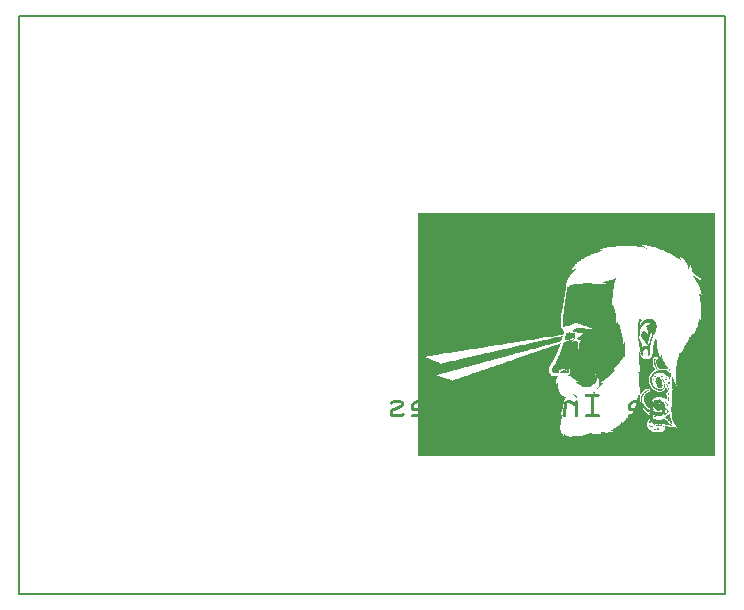
<source format=gbo>
G04 MADE WITH FRITZING*
G04 WWW.FRITZING.ORG*
G04 DOUBLE SIDED*
G04 HOLES PLATED*
G04 CONTOUR ON CENTER OF CONTOUR VECTOR*
%ASAXBY*%
%FSLAX23Y23*%
%MOIN*%
%OFA0B0*%
%SFA1.0B1.0*%
%ADD10R,2.363210X1.936760X2.347210X1.920760*%
%ADD11C,0.008000*%
%ADD12R,0.001000X0.001000*%
%LNSILK0*%
G90*
G70*
G54D11*
X4Y1933D02*
X2359Y1933D01*
X2359Y4D01*
X4Y4D01*
X4Y1933D01*
D02*
G36*
X2096Y1157D02*
X2096Y1156D01*
X2095Y1156D01*
X2095Y1157D01*
X2096Y1157D01*
G37*
D02*
G36*
X1818Y866D02*
X1818Y865D01*
X1816Y865D01*
X1816Y866D01*
X1818Y866D01*
G37*
D02*
G36*
X1821Y851D02*
X1821Y849D01*
X1820Y849D01*
X1820Y851D01*
X1821Y851D01*
G37*
D02*
G36*
X2072Y816D02*
X2072Y813D01*
X2070Y813D01*
X2070Y816D01*
X2072Y816D01*
G37*
D02*
G36*
X2087Y798D02*
X2087Y796D01*
X2086Y796D01*
X2086Y798D01*
X2087Y798D01*
G37*
D02*
G36*
X2100Y796D02*
X2100Y795D01*
X2099Y795D01*
X2099Y796D01*
X2100Y796D01*
G37*
D02*
G36*
X2088Y796D02*
X2088Y795D01*
X2087Y795D01*
X2087Y796D01*
X2088Y796D01*
G37*
D02*
G36*
X2099Y795D02*
X2099Y794D01*
X2096Y794D01*
X2096Y795D01*
X2099Y795D01*
G37*
D02*
G36*
X2091Y795D02*
X2091Y794D01*
X2090Y794D01*
X2090Y795D01*
X2091Y795D01*
G37*
D02*
G36*
X2127Y789D02*
X2127Y787D01*
X2126Y787D01*
X2126Y786D01*
X2124Y786D01*
X2124Y774D01*
X2126Y774D01*
X2126Y769D01*
X2127Y769D01*
X2127Y764D01*
X2128Y764D01*
X2128Y760D01*
X2130Y760D01*
X2130Y758D01*
X2131Y758D01*
X2131Y756D01*
X2132Y756D01*
X2132Y754D01*
X2133Y754D01*
X2133Y753D01*
X2130Y753D01*
X2130Y755D01*
X2128Y755D01*
X2128Y758D01*
X2127Y758D01*
X2127Y760D01*
X2126Y760D01*
X2126Y763D01*
X2124Y763D01*
X2124Y765D01*
X2123Y765D01*
X2123Y769D01*
X2122Y769D01*
X2122Y773D01*
X2121Y773D01*
X2121Y787D01*
X2122Y787D01*
X2122Y789D01*
X2127Y789D01*
G37*
D02*
G36*
X2173Y756D02*
X2173Y753D01*
X2175Y753D01*
X2175Y749D01*
X2172Y749D01*
X2172Y750D01*
X2170Y750D01*
X2170Y751D01*
X2171Y751D01*
X2171Y753D01*
X2172Y753D01*
X2172Y756D01*
X2173Y756D01*
G37*
D02*
G36*
X1994Y1057D02*
X1994Y1055D01*
X1993Y1055D01*
X1993Y1052D01*
X1992Y1052D01*
X1992Y1048D01*
X1990Y1048D01*
X1990Y1043D01*
X1989Y1043D01*
X1989Y1037D01*
X1962Y1037D01*
X1962Y1040D01*
X1959Y1040D01*
X1959Y1041D01*
X1953Y1041D01*
X1953Y1043D01*
X1950Y1043D01*
X1950Y1044D01*
X1946Y1044D01*
X1946Y1045D01*
X1952Y1045D01*
X1952Y1046D01*
X1958Y1046D01*
X1958Y1048D01*
X1963Y1048D01*
X1963Y1049D01*
X1972Y1049D01*
X1972Y1050D01*
X1977Y1050D01*
X1977Y1052D01*
X1980Y1052D01*
X1980Y1053D01*
X1985Y1053D01*
X1985Y1054D01*
X1988Y1054D01*
X1988Y1055D01*
X1992Y1055D01*
X1992Y1057D01*
X1994Y1057D01*
G37*
D02*
G36*
X1914Y1040D02*
X1914Y1039D01*
X1961Y1039D01*
X1961Y1037D01*
X1876Y1037D01*
X1876Y1039D01*
X1885Y1039D01*
X1885Y1040D01*
X1914Y1040D01*
G37*
D02*
G36*
X1989Y1037D02*
X1989Y1036D01*
X1852Y1036D01*
X1852Y1037D01*
X1989Y1037D01*
G37*
D02*
G36*
X1989Y1037D02*
X1989Y1036D01*
X1852Y1036D01*
X1852Y1037D01*
X1989Y1037D01*
G37*
D02*
G36*
X1989Y1036D02*
X1989Y1034D01*
X1988Y1034D01*
X1988Y1026D01*
X1986Y1026D01*
X1986Y1021D01*
X1985Y1021D01*
X1985Y1013D01*
X1984Y1013D01*
X1984Y1001D01*
X1983Y1001D01*
X1983Y990D01*
X1981Y990D01*
X1981Y969D01*
X1983Y969D01*
X1983Y965D01*
X1823Y965D01*
X1823Y970D01*
X1824Y970D01*
X1824Y981D01*
X1825Y981D01*
X1825Y987D01*
X1827Y987D01*
X1827Y997D01*
X1828Y997D01*
X1828Y1004D01*
X1829Y1004D01*
X1829Y1013D01*
X1830Y1013D01*
X1830Y1027D01*
X1833Y1027D01*
X1833Y1028D01*
X1836Y1028D01*
X1836Y1030D01*
X1838Y1030D01*
X1838Y1031D01*
X1840Y1031D01*
X1840Y1032D01*
X1842Y1032D01*
X1842Y1034D01*
X1845Y1034D01*
X1845Y1035D01*
X1849Y1035D01*
X1849Y1036D01*
X1989Y1036D01*
G37*
D02*
G36*
X1988Y967D02*
X1988Y965D01*
X1986Y965D01*
X1986Y967D01*
X1988Y967D01*
G37*
D02*
G36*
X1988Y965D02*
X1988Y964D01*
X1823Y964D01*
X1823Y965D01*
X1988Y965D01*
G37*
D02*
G36*
X1988Y965D02*
X1988Y964D01*
X1823Y964D01*
X1823Y965D01*
X1988Y965D01*
G37*
D02*
G36*
X1989Y964D02*
X1989Y955D01*
X1990Y955D01*
X1990Y948D01*
X1992Y948D01*
X1992Y942D01*
X1993Y942D01*
X1993Y936D01*
X1994Y936D01*
X1994Y907D01*
X1855Y907D01*
X1855Y906D01*
X1850Y906D01*
X1850Y905D01*
X1846Y905D01*
X1846Y903D01*
X1843Y903D01*
X1843Y902D01*
X1841Y902D01*
X1841Y901D01*
X1840Y901D01*
X1840Y899D01*
X1828Y899D01*
X1828Y898D01*
X1825Y898D01*
X1825Y897D01*
X1823Y897D01*
X1823Y896D01*
X1821Y896D01*
X1821Y893D01*
X1820Y893D01*
X1820Y896D01*
X1819Y896D01*
X1819Y898D01*
X1818Y898D01*
X1818Y902D01*
X1816Y902D01*
X1816Y920D01*
X1818Y920D01*
X1818Y932D01*
X1819Y932D01*
X1819Y939D01*
X1820Y939D01*
X1820Y956D01*
X1821Y956D01*
X1821Y964D01*
X1989Y964D01*
G37*
D02*
G36*
X2001Y911D02*
X2001Y910D01*
X2002Y910D01*
X2002Y907D01*
X1998Y907D01*
X1998Y910D01*
X1999Y910D01*
X1999Y911D01*
X2001Y911D01*
G37*
D02*
G36*
X2002Y907D02*
X2002Y906D01*
X1867Y906D01*
X1867Y907D01*
X2002Y907D01*
G37*
D02*
G36*
X2002Y907D02*
X2002Y906D01*
X1867Y906D01*
X1867Y907D01*
X2002Y907D01*
G37*
D02*
G36*
X2003Y906D02*
X2003Y903D01*
X2005Y903D01*
X2005Y901D01*
X2006Y901D01*
X2006Y897D01*
X2007Y897D01*
X2007Y892D01*
X2008Y892D01*
X2008Y888D01*
X1913Y888D01*
X1913Y890D01*
X1908Y890D01*
X1908Y892D01*
X1905Y892D01*
X1905Y893D01*
X1903Y893D01*
X1903Y894D01*
X1900Y894D01*
X1900Y896D01*
X1896Y896D01*
X1896Y897D01*
X1894Y897D01*
X1894Y898D01*
X1890Y898D01*
X1890Y899D01*
X1885Y899D01*
X1885Y901D01*
X1882Y901D01*
X1882Y902D01*
X1878Y902D01*
X1878Y903D01*
X1876Y903D01*
X1876Y905D01*
X1873Y905D01*
X1873Y906D01*
X2003Y906D01*
G37*
D02*
G36*
X1834Y899D02*
X1834Y898D01*
X1833Y898D01*
X1833Y899D01*
X1834Y899D01*
G37*
D02*
G36*
X1878Y892D02*
X1878Y890D01*
X1890Y890D01*
X1890Y889D01*
X1904Y889D01*
X1904Y888D01*
X1858Y888D01*
X1858Y889D01*
X1860Y889D01*
X1860Y890D01*
X1865Y890D01*
X1865Y892D01*
X1878Y892D01*
G37*
D02*
G36*
X2010Y888D02*
X2010Y887D01*
X1856Y887D01*
X1856Y888D01*
X2010Y888D01*
G37*
D02*
G36*
X2010Y888D02*
X2010Y887D01*
X1856Y887D01*
X1856Y888D01*
X2010Y888D01*
G37*
D02*
G36*
X2010Y887D02*
X2010Y884D01*
X2011Y884D01*
X2011Y879D01*
X2012Y879D01*
X2012Y875D01*
X2014Y875D01*
X2014Y871D01*
X2015Y871D01*
X2015Y863D01*
X2016Y863D01*
X2016Y847D01*
X2017Y847D01*
X2017Y839D01*
X1872Y839D01*
X1872Y841D01*
X1873Y841D01*
X1873Y845D01*
X1874Y845D01*
X1874Y847D01*
X1876Y847D01*
X1876Y851D01*
X1870Y851D01*
X1870Y852D01*
X1867Y852D01*
X1867Y854D01*
X1865Y854D01*
X1865Y857D01*
X1867Y857D01*
X1867Y860D01*
X1868Y860D01*
X1868Y861D01*
X1869Y861D01*
X1869Y862D01*
X1873Y862D01*
X1873Y863D01*
X1874Y863D01*
X1874Y865D01*
X1876Y865D01*
X1876Y866D01*
X1877Y866D01*
X1877Y867D01*
X1878Y867D01*
X1878Y869D01*
X1881Y869D01*
X1881Y870D01*
X1882Y870D01*
X1882Y871D01*
X1883Y871D01*
X1883Y872D01*
X1885Y872D01*
X1885Y875D01*
X1879Y875D01*
X1879Y876D01*
X1864Y876D01*
X1864Y878D01*
X1858Y878D01*
X1858Y879D01*
X1852Y879D01*
X1852Y880D01*
X1847Y880D01*
X1847Y881D01*
X1849Y881D01*
X1849Y883D01*
X1851Y883D01*
X1851Y884D01*
X1852Y884D01*
X1852Y885D01*
X1855Y885D01*
X1855Y887D01*
X2010Y887D01*
G37*
D02*
G36*
X1840Y878D02*
X1840Y876D01*
X1842Y876D01*
X1842Y875D01*
X1830Y875D01*
X1830Y876D01*
X1837Y876D01*
X1837Y878D01*
X1840Y878D01*
G37*
D02*
G36*
X1829Y876D02*
X1829Y875D01*
X1828Y875D01*
X1828Y876D01*
X1829Y876D01*
G37*
D02*
G36*
X1846Y875D02*
X1846Y874D01*
X1828Y874D01*
X1828Y875D01*
X1846Y875D01*
G37*
D02*
G36*
X1846Y875D02*
X1846Y874D01*
X1828Y874D01*
X1828Y875D01*
X1846Y875D01*
G37*
D02*
G36*
X1856Y874D02*
X1856Y865D01*
X1858Y865D01*
X1858Y860D01*
X1859Y860D01*
X1859Y858D01*
X1851Y858D01*
X1851Y857D01*
X1846Y857D01*
X1846Y856D01*
X1842Y856D01*
X1842Y854D01*
X1840Y854D01*
X1840Y853D01*
X1830Y853D01*
X1830Y852D01*
X1827Y852D01*
X1827Y851D01*
X1821Y851D01*
X1821Y853D01*
X1823Y853D01*
X1823Y858D01*
X1824Y858D01*
X1824Y862D01*
X1825Y862D01*
X1825Y866D01*
X1827Y866D01*
X1827Y874D01*
X1856Y874D01*
G37*
D02*
G36*
X1858Y858D02*
X1858Y856D01*
X1856Y856D01*
X1856Y854D01*
X1855Y854D01*
X1855Y853D01*
X1852Y853D01*
X1852Y852D01*
X1851Y852D01*
X1851Y851D01*
X1850Y851D01*
X1850Y849D01*
X1849Y849D01*
X1849Y848D01*
X1847Y848D01*
X1847Y844D01*
X1823Y844D01*
X1823Y845D01*
X1827Y845D01*
X1827Y847D01*
X1829Y847D01*
X1829Y848D01*
X1833Y848D01*
X1833Y849D01*
X1837Y849D01*
X1837Y851D01*
X1840Y851D01*
X1840Y852D01*
X1843Y852D01*
X1843Y853D01*
X1850Y853D01*
X1850Y854D01*
X1852Y854D01*
X1852Y856D01*
X1854Y856D01*
X1854Y858D01*
X1858Y858D01*
G37*
D02*
G36*
X1861Y851D02*
X1861Y848D01*
X1863Y848D01*
X1863Y847D01*
X1865Y847D01*
X1865Y845D01*
X1867Y845D01*
X1867Y844D01*
X1850Y844D01*
X1850Y845D01*
X1852Y845D01*
X1852Y847D01*
X1856Y847D01*
X1856Y848D01*
X1858Y848D01*
X1858Y849D01*
X1860Y849D01*
X1860Y851D01*
X1861Y851D01*
G37*
D02*
G36*
X2025Y849D02*
X2025Y839D01*
X2020Y839D01*
X2020Y841D01*
X2021Y841D01*
X2021Y844D01*
X2023Y844D01*
X2023Y845D01*
X2024Y845D01*
X2024Y849D01*
X2025Y849D01*
G37*
D02*
G36*
X1867Y844D02*
X1867Y843D01*
X1820Y843D01*
X1820Y844D01*
X1867Y844D01*
G37*
D02*
G36*
X1867Y844D02*
X1867Y843D01*
X1820Y843D01*
X1820Y844D01*
X1867Y844D01*
G37*
D02*
G36*
X1867Y843D02*
X1867Y838D01*
X1868Y838D01*
X1868Y823D01*
X1814Y823D01*
X1814Y827D01*
X1815Y827D01*
X1815Y830D01*
X1816Y830D01*
X1816Y835D01*
X1818Y835D01*
X1818Y838D01*
X1819Y838D01*
X1819Y841D01*
X1820Y841D01*
X1820Y843D01*
X1867Y843D01*
G37*
D02*
G36*
X2025Y839D02*
X2025Y838D01*
X1872Y838D01*
X1872Y839D01*
X2025Y839D01*
G37*
D02*
G36*
X2025Y839D02*
X2025Y838D01*
X1872Y838D01*
X1872Y839D01*
X2025Y839D01*
G37*
D02*
G36*
X2025Y838D02*
X2025Y823D01*
X1870Y823D01*
X1870Y830D01*
X1872Y830D01*
X1872Y838D01*
X2025Y838D01*
G37*
D02*
G36*
X2025Y823D02*
X2025Y822D01*
X1812Y822D01*
X1812Y823D01*
X2025Y823D01*
G37*
D02*
G36*
X2025Y823D02*
X2025Y822D01*
X1812Y822D01*
X1812Y823D01*
X2025Y823D01*
G37*
D02*
G36*
X2025Y822D02*
X2025Y802D01*
X2024Y802D01*
X2024Y798D01*
X2023Y798D01*
X2023Y796D01*
X2021Y796D01*
X2021Y795D01*
X2020Y795D01*
X2020Y794D01*
X2019Y794D01*
X2019Y793D01*
X2017Y793D01*
X2017Y790D01*
X2016Y790D01*
X2016Y787D01*
X2014Y787D01*
X2014Y786D01*
X2012Y786D01*
X2012Y785D01*
X2011Y785D01*
X2011Y782D01*
X2010Y782D01*
X2010Y781D01*
X2008Y781D01*
X2008Y780D01*
X2007Y780D01*
X2007Y777D01*
X2006Y777D01*
X2006Y776D01*
X2005Y776D01*
X2005Y774D01*
X2003Y774D01*
X2003Y773D01*
X2002Y773D01*
X2002Y771D01*
X2001Y771D01*
X2001Y769D01*
X1999Y769D01*
X1999Y768D01*
X1998Y768D01*
X1998Y767D01*
X1997Y767D01*
X1997Y764D01*
X1995Y764D01*
X1995Y763D01*
X1994Y763D01*
X1994Y762D01*
X1993Y762D01*
X1993Y760D01*
X1992Y760D01*
X1992Y759D01*
X1990Y759D01*
X1990Y758D01*
X1989Y758D01*
X1989Y756D01*
X1837Y756D01*
X1837Y755D01*
X1814Y755D01*
X1814Y754D01*
X1810Y754D01*
X1810Y753D01*
X1809Y753D01*
X1809Y751D01*
X1806Y751D01*
X1806Y750D01*
X1805Y750D01*
X1805Y749D01*
X1803Y749D01*
X1803Y742D01*
X1805Y742D01*
X1805Y741D01*
X1797Y741D01*
X1797Y740D01*
X1789Y740D01*
X1789Y741D01*
X1784Y741D01*
X1784Y742D01*
X1783Y742D01*
X1783Y745D01*
X1782Y745D01*
X1782Y747D01*
X1780Y747D01*
X1780Y754D01*
X1782Y754D01*
X1782Y758D01*
X1783Y758D01*
X1783Y760D01*
X1784Y760D01*
X1784Y763D01*
X1785Y763D01*
X1785Y765D01*
X1787Y765D01*
X1787Y767D01*
X1788Y767D01*
X1788Y769D01*
X1791Y769D01*
X1791Y772D01*
X1792Y772D01*
X1792Y773D01*
X1793Y773D01*
X1793Y778D01*
X1794Y778D01*
X1794Y780D01*
X1796Y780D01*
X1796Y782D01*
X1797Y782D01*
X1797Y785D01*
X1798Y785D01*
X1798Y787D01*
X1800Y787D01*
X1800Y790D01*
X1801Y790D01*
X1801Y793D01*
X1802Y793D01*
X1802Y798D01*
X1803Y798D01*
X1803Y800D01*
X1805Y800D01*
X1805Y803D01*
X1806Y803D01*
X1806Y805D01*
X1807Y805D01*
X1807Y808D01*
X1809Y808D01*
X1809Y811D01*
X1810Y811D01*
X1810Y814D01*
X1811Y814D01*
X1811Y820D01*
X1812Y820D01*
X1812Y822D01*
X2025Y822D01*
G37*
D02*
G36*
X1989Y756D02*
X1989Y755D01*
X1988Y755D01*
X1988Y753D01*
X1840Y753D01*
X1840Y755D01*
X1838Y755D01*
X1838Y756D01*
X1989Y756D01*
G37*
D02*
G36*
X1836Y755D02*
X1836Y751D01*
X1837Y751D01*
X1837Y749D01*
X1830Y749D01*
X1830Y751D01*
X1828Y751D01*
X1828Y753D01*
X1824Y753D01*
X1824Y754D01*
X1819Y754D01*
X1819Y755D01*
X1836Y755D01*
G37*
D02*
G36*
X1995Y754D02*
X1995Y753D01*
X1993Y753D01*
X1993Y754D01*
X1995Y754D01*
G37*
D02*
G36*
X1994Y753D02*
X1994Y751D01*
X1840Y751D01*
X1840Y753D01*
X1994Y753D01*
G37*
D02*
G36*
X1994Y753D02*
X1994Y751D01*
X1840Y751D01*
X1840Y753D01*
X1994Y753D01*
G37*
D02*
G36*
X1992Y751D02*
X1992Y750D01*
X1990Y750D01*
X1990Y749D01*
X1989Y749D01*
X1989Y747D01*
X1988Y747D01*
X1988Y745D01*
X1985Y745D01*
X1985Y744D01*
X1984Y744D01*
X1984Y741D01*
X1981Y741D01*
X1981Y740D01*
X1980Y740D01*
X1980Y738D01*
X1979Y738D01*
X1979Y737D01*
X1925Y737D01*
X1925Y734D01*
X1926Y734D01*
X1926Y733D01*
X1834Y733D01*
X1834Y734D01*
X1837Y734D01*
X1837Y736D01*
X1838Y736D01*
X1838Y737D01*
X1840Y737D01*
X1840Y740D01*
X1841Y740D01*
X1841Y742D01*
X1842Y742D01*
X1842Y750D01*
X1841Y750D01*
X1841Y751D01*
X1992Y751D01*
G37*
D02*
G36*
X1827Y750D02*
X1827Y749D01*
X1818Y749D01*
X1818Y750D01*
X1827Y750D01*
G37*
D02*
G36*
X1838Y749D02*
X1838Y747D01*
X1815Y747D01*
X1815Y749D01*
X1838Y749D01*
G37*
D02*
G36*
X1838Y749D02*
X1838Y747D01*
X1815Y747D01*
X1815Y749D01*
X1838Y749D01*
G37*
D02*
G36*
X1838Y747D02*
X1838Y745D01*
X1837Y745D01*
X1837Y742D01*
X1836Y742D01*
X1836Y741D01*
X1806Y741D01*
X1806Y742D01*
X1809Y742D01*
X1809Y744D01*
X1811Y744D01*
X1811Y746D01*
X1812Y746D01*
X1812Y747D01*
X1838Y747D01*
G37*
D02*
G36*
X1977Y737D02*
X1977Y736D01*
X1976Y736D01*
X1976Y734D01*
X1975Y734D01*
X1975Y733D01*
X1927Y733D01*
X1927Y737D01*
X1977Y737D01*
G37*
D02*
G36*
X1974Y733D02*
X1974Y732D01*
X1837Y732D01*
X1837Y733D01*
X1974Y733D01*
G37*
D02*
G36*
X1974Y733D02*
X1974Y732D01*
X1837Y732D01*
X1837Y733D01*
X1974Y733D01*
G37*
D02*
G36*
X1971Y732D02*
X1971Y731D01*
X1970Y731D01*
X1970Y729D01*
X1968Y729D01*
X1968Y728D01*
X1967Y728D01*
X1967Y727D01*
X1966Y727D01*
X1966Y725D01*
X1965Y725D01*
X1965Y724D01*
X1931Y724D01*
X1931Y718D01*
X1930Y718D01*
X1930Y714D01*
X1928Y714D01*
X1928Y713D01*
X1927Y713D01*
X1927Y710D01*
X1926Y710D01*
X1926Y709D01*
X1925Y709D01*
X1925Y707D01*
X1923Y707D01*
X1923Y705D01*
X1922Y705D01*
X1922Y704D01*
X1919Y704D01*
X1919Y702D01*
X1918Y702D01*
X1918Y701D01*
X1916Y701D01*
X1916Y700D01*
X1914Y700D01*
X1914Y698D01*
X1913Y698D01*
X1913Y697D01*
X1910Y697D01*
X1910Y696D01*
X1908Y696D01*
X1908Y695D01*
X1883Y695D01*
X1883Y696D01*
X1881Y696D01*
X1881Y697D01*
X1878Y697D01*
X1878Y698D01*
X1876Y698D01*
X1876Y700D01*
X1874Y700D01*
X1874Y701D01*
X1872Y701D01*
X1872Y702D01*
X1870Y702D01*
X1870Y704D01*
X1867Y704D01*
X1867Y705D01*
X1865Y705D01*
X1865Y706D01*
X1864Y706D01*
X1864Y707D01*
X1863Y707D01*
X1863Y709D01*
X1861Y709D01*
X1861Y710D01*
X1860Y710D01*
X1860Y711D01*
X1867Y711D01*
X1867Y714D01*
X1865Y714D01*
X1865Y715D01*
X1863Y715D01*
X1863Y716D01*
X1861Y716D01*
X1861Y718D01*
X1860Y718D01*
X1860Y719D01*
X1858Y719D01*
X1858Y722D01*
X1855Y722D01*
X1855Y723D01*
X1852Y723D01*
X1852Y724D01*
X1851Y724D01*
X1851Y725D01*
X1849Y725D01*
X1849Y727D01*
X1847Y727D01*
X1847Y728D01*
X1846Y728D01*
X1846Y729D01*
X1843Y729D01*
X1843Y731D01*
X1841Y731D01*
X1841Y732D01*
X1971Y732D01*
G37*
D02*
G36*
X1962Y724D02*
X1962Y723D01*
X1961Y723D01*
X1961Y722D01*
X1958Y722D01*
X1958Y720D01*
X1957Y720D01*
X1957Y719D01*
X1956Y719D01*
X1956Y718D01*
X1954Y718D01*
X1954Y716D01*
X1952Y716D01*
X1952Y714D01*
X1948Y714D01*
X1948Y713D01*
X1945Y713D01*
X1945Y711D01*
X1944Y711D01*
X1944Y709D01*
X1949Y709D01*
X1949Y707D01*
X1950Y707D01*
X1950Y706D01*
X1949Y706D01*
X1949Y704D01*
X1946Y704D01*
X1946Y702D01*
X1945Y702D01*
X1945Y701D01*
X1944Y701D01*
X1944Y698D01*
X1943Y698D01*
X1943Y697D01*
X1941Y697D01*
X1941Y695D01*
X1939Y695D01*
X1939Y693D01*
X1937Y693D01*
X1937Y692D01*
X1936Y692D01*
X1936Y691D01*
X1935Y691D01*
X1935Y689D01*
X1934Y689D01*
X1934Y688D01*
X1932Y688D01*
X1932Y691D01*
X1934Y691D01*
X1934Y693D01*
X1935Y693D01*
X1935Y695D01*
X1936Y695D01*
X1936Y697D01*
X1937Y697D01*
X1937Y701D01*
X1939Y701D01*
X1939Y714D01*
X1937Y714D01*
X1937Y718D01*
X1936Y718D01*
X1936Y720D01*
X1935Y720D01*
X1935Y723D01*
X1934Y723D01*
X1934Y724D01*
X1962Y724D01*
G37*
D02*
G36*
X2069Y749D02*
X2069Y746D01*
X2068Y746D01*
X2068Y749D01*
X2069Y749D01*
G37*
D02*
G36*
X2144Y738D02*
X2144Y737D01*
X2141Y737D01*
X2141Y738D01*
X2144Y738D01*
G37*
D02*
G36*
X2132Y733D02*
X2132Y731D01*
X2128Y731D01*
X2128Y733D01*
X2132Y733D01*
G37*
D02*
G36*
X1805Y733D02*
X1805Y732D01*
X1803Y732D01*
X1803Y733D01*
X1805Y733D01*
G37*
D02*
G36*
X2157Y732D02*
X2157Y731D01*
X2155Y731D01*
X2155Y732D01*
X2157Y732D01*
G37*
D02*
G36*
X2151Y732D02*
X2151Y731D01*
X2150Y731D01*
X2150Y732D01*
X2151Y732D01*
G37*
D02*
G36*
X2124Y732D02*
X2124Y731D01*
X2126Y731D01*
X2126Y727D01*
X2124Y727D01*
X2124Y728D01*
X2123Y728D01*
X2123Y729D01*
X2122Y729D01*
X2122Y731D01*
X2123Y731D01*
X2123Y732D01*
X2124Y732D01*
G37*
D02*
G36*
X2150Y731D02*
X2150Y729D01*
X2149Y729D01*
X2149Y728D01*
X2145Y728D01*
X2145Y731D01*
X2150Y731D01*
G37*
D02*
G36*
X2162Y728D02*
X2162Y727D01*
X2163Y727D01*
X2163Y724D01*
X2162Y724D01*
X2162Y725D01*
X2160Y725D01*
X2160Y728D01*
X2162Y728D01*
G37*
D02*
G36*
X2139Y728D02*
X2139Y727D01*
X2140Y727D01*
X2140Y725D01*
X2141Y725D01*
X2141Y723D01*
X2142Y723D01*
X2142Y722D01*
X2144Y722D01*
X2144Y720D01*
X2145Y720D01*
X2145Y718D01*
X2146Y718D01*
X2146Y713D01*
X2148Y713D01*
X2148Y709D01*
X2149Y709D01*
X2149Y701D01*
X2150Y701D01*
X2150Y698D01*
X2149Y698D01*
X2149Y695D01*
X2148Y695D01*
X2148Y693D01*
X2146Y693D01*
X2146Y692D01*
X2144Y692D01*
X2144Y691D01*
X2141Y691D01*
X2141Y692D01*
X2136Y692D01*
X2136Y693D01*
X2135Y693D01*
X2135Y695D01*
X2133Y695D01*
X2133Y696D01*
X2132Y696D01*
X2132Y697D01*
X2131Y697D01*
X2131Y698D01*
X2130Y698D01*
X2130Y700D01*
X2128Y700D01*
X2128Y702D01*
X2130Y702D01*
X2130Y705D01*
X2128Y705D01*
X2128Y709D01*
X2127Y709D01*
X2127Y710D01*
X2126Y710D01*
X2126Y713D01*
X2124Y713D01*
X2124Y715D01*
X2126Y715D01*
X2126Y716D01*
X2127Y716D01*
X2127Y723D01*
X2128Y723D01*
X2128Y725D01*
X2131Y725D01*
X2131Y727D01*
X2135Y727D01*
X2135Y728D01*
X2139Y728D01*
G37*
D02*
G36*
X2162Y723D02*
X2162Y720D01*
X2163Y720D01*
X2163Y719D01*
X2159Y719D01*
X2159Y720D01*
X2158Y720D01*
X2158Y723D01*
X2162Y723D01*
G37*
D02*
G36*
X2150Y723D02*
X2150Y720D01*
X2151Y720D01*
X2151Y718D01*
X2153Y718D01*
X2153Y716D01*
X2154Y716D01*
X2154Y715D01*
X2153Y715D01*
X2153Y713D01*
X2151Y713D01*
X2151Y715D01*
X2150Y715D01*
X2150Y719D01*
X2149Y719D01*
X2149Y722D01*
X2148Y722D01*
X2148Y723D01*
X2150Y723D01*
G37*
D02*
G36*
X2122Y720D02*
X2122Y719D01*
X2119Y719D01*
X2119Y720D01*
X2122Y720D01*
G37*
D02*
G36*
X2171Y715D02*
X2171Y714D01*
X2172Y714D01*
X2172Y710D01*
X2173Y710D01*
X2173Y707D01*
X2170Y707D01*
X2170Y705D01*
X2168Y705D01*
X2168Y704D01*
X2167Y704D01*
X2167Y706D01*
X2166Y706D01*
X2166Y713D01*
X2170Y713D01*
X2170Y715D01*
X2171Y715D01*
G37*
D02*
G36*
X2173Y707D02*
X2173Y706D01*
X2172Y706D01*
X2172Y707D01*
X2173Y707D01*
G37*
D02*
G36*
X2160Y715D02*
X2160Y714D01*
X2158Y714D01*
X2158Y715D01*
X2160Y715D01*
G37*
D02*
G36*
X2162Y714D02*
X2162Y711D01*
X2160Y711D01*
X2160Y714D01*
X2162Y714D01*
G37*
D02*
G36*
X2157Y713D02*
X2157Y711D01*
X2155Y711D01*
X2155Y713D01*
X2157Y713D01*
G37*
D02*
G36*
X2154Y713D02*
X2154Y711D01*
X2153Y711D01*
X2153Y713D01*
X2154Y713D01*
G37*
D02*
G36*
X2157Y711D02*
X2157Y710D01*
X2153Y710D01*
X2153Y711D01*
X2157Y711D01*
G37*
D02*
G36*
X2157Y711D02*
X2157Y710D01*
X2153Y710D01*
X2153Y711D01*
X2157Y711D01*
G37*
D02*
G36*
X2157Y710D02*
X2157Y709D01*
X2153Y709D01*
X2153Y710D01*
X2157Y710D01*
G37*
D02*
G36*
X2163Y705D02*
X2163Y704D01*
X2164Y704D01*
X2164Y702D01*
X2166Y702D01*
X2166Y700D01*
X2167Y700D01*
X2167Y697D01*
X2166Y697D01*
X2166Y696D01*
X2164Y696D01*
X2164Y693D01*
X2163Y693D01*
X2163Y701D01*
X2162Y701D01*
X2162Y704D01*
X2160Y704D01*
X2160Y705D01*
X2163Y705D01*
G37*
D02*
G36*
X2160Y751D02*
X2160Y750D01*
X2164Y750D01*
X2164Y749D01*
X2166Y749D01*
X2166Y747D01*
X2167Y747D01*
X2167Y746D01*
X2168Y746D01*
X2168Y745D01*
X2170Y745D01*
X2170Y744D01*
X2172Y744D01*
X2172Y742D01*
X2137Y742D01*
X2137Y741D01*
X2130Y741D01*
X2130Y740D01*
X2126Y740D01*
X2126Y738D01*
X2123Y738D01*
X2123Y737D01*
X2122Y737D01*
X2122Y736D01*
X2121Y736D01*
X2121Y733D01*
X2119Y733D01*
X2119Y731D01*
X2118Y731D01*
X2118Y729D01*
X2117Y729D01*
X2117Y727D01*
X2115Y727D01*
X2115Y724D01*
X2114Y724D01*
X2114Y718D01*
X2115Y718D01*
X2115Y709D01*
X2117Y709D01*
X2117Y705D01*
X2118Y705D01*
X2118Y704D01*
X2119Y704D01*
X2119Y698D01*
X2121Y698D01*
X2121Y697D01*
X2122Y697D01*
X2122Y696D01*
X2123Y696D01*
X2123Y695D01*
X2124Y695D01*
X2124Y693D01*
X2127Y693D01*
X2127Y692D01*
X2128Y692D01*
X2128Y691D01*
X2130Y691D01*
X2130Y689D01*
X2135Y689D01*
X2135Y688D01*
X2137Y688D01*
X2137Y687D01*
X2126Y687D01*
X2126Y688D01*
X2124Y688D01*
X2124Y689D01*
X2122Y689D01*
X2122Y691D01*
X2121Y691D01*
X2121Y692D01*
X2119Y692D01*
X2119Y693D01*
X2118Y693D01*
X2118Y695D01*
X2117Y695D01*
X2117Y696D01*
X2115Y696D01*
X2115Y697D01*
X2114Y697D01*
X2114Y700D01*
X2113Y700D01*
X2113Y702D01*
X2111Y702D01*
X2111Y704D01*
X2110Y704D01*
X2110Y707D01*
X2109Y707D01*
X2109Y728D01*
X2110Y728D01*
X2110Y731D01*
X2111Y731D01*
X2111Y732D01*
X2113Y732D01*
X2113Y734D01*
X2114Y734D01*
X2114Y736D01*
X2115Y736D01*
X2115Y737D01*
X2117Y737D01*
X2117Y740D01*
X2118Y740D01*
X2118Y741D01*
X2121Y741D01*
X2121Y742D01*
X2122Y742D01*
X2122Y744D01*
X2124Y744D01*
X2124Y745D01*
X2126Y745D01*
X2126Y746D01*
X2128Y746D01*
X2128Y747D01*
X2131Y747D01*
X2131Y749D01*
X2135Y749D01*
X2135Y750D01*
X2137Y750D01*
X2137Y751D01*
X2160Y751D01*
G37*
D02*
G36*
X2175Y742D02*
X2175Y741D01*
X2176Y741D01*
X2176Y740D01*
X2177Y740D01*
X2177Y738D01*
X2179Y738D01*
X2179Y737D01*
X2177Y737D01*
X2177Y733D01*
X2176Y733D01*
X2176Y727D01*
X2175Y727D01*
X2175Y719D01*
X2173Y719D01*
X2173Y722D01*
X2172Y722D01*
X2172Y723D01*
X2171Y723D01*
X2171Y725D01*
X2170Y725D01*
X2170Y727D01*
X2168Y727D01*
X2168Y728D01*
X2167Y728D01*
X2167Y729D01*
X2166Y729D01*
X2166Y732D01*
X2163Y732D01*
X2163Y733D01*
X2162Y733D01*
X2162Y734D01*
X2160Y734D01*
X2160Y736D01*
X2158Y736D01*
X2158Y737D01*
X2155Y737D01*
X2155Y738D01*
X2154Y738D01*
X2154Y740D01*
X2151Y740D01*
X2151Y741D01*
X2146Y741D01*
X2146Y742D01*
X2175Y742D01*
G37*
D02*
G36*
X2157Y705D02*
X2157Y698D01*
X2159Y698D01*
X2159Y696D01*
X2157Y696D01*
X2157Y692D01*
X2155Y692D01*
X2155Y691D01*
X2154Y691D01*
X2154Y688D01*
X2153Y688D01*
X2153Y687D01*
X2146Y687D01*
X2146Y688D01*
X2149Y688D01*
X2149Y689D01*
X2150Y689D01*
X2150Y691D01*
X2151Y691D01*
X2151Y692D01*
X2153Y692D01*
X2153Y696D01*
X2154Y696D01*
X2154Y705D01*
X2157Y705D01*
G37*
D02*
G36*
X2151Y687D02*
X2151Y686D01*
X2127Y686D01*
X2127Y687D01*
X2151Y687D01*
G37*
D02*
G36*
X2151Y687D02*
X2151Y686D01*
X2127Y686D01*
X2127Y687D01*
X2151Y687D01*
G37*
D02*
G36*
X2148Y686D02*
X2148Y684D01*
X2146Y684D01*
X2146Y683D01*
X2135Y683D01*
X2135Y684D01*
X2131Y684D01*
X2131Y686D01*
X2148Y686D01*
G37*
D02*
G36*
X2126Y705D02*
X2126Y704D01*
X2124Y704D01*
X2124Y705D01*
X2126Y705D01*
G37*
D02*
G36*
X2168Y693D02*
X2168Y692D01*
X2172Y692D01*
X2172Y686D01*
X2168Y686D01*
X2168Y687D01*
X2167Y687D01*
X2167Y693D01*
X2168Y693D01*
G37*
D02*
G36*
X1932Y688D02*
X1932Y686D01*
X1930Y686D01*
X1930Y687D01*
X1931Y687D01*
X1931Y688D01*
X1932Y688D01*
G37*
D02*
G36*
X1930Y686D02*
X1930Y684D01*
X1928Y684D01*
X1928Y686D01*
X1930Y686D01*
G37*
D02*
G36*
X1928Y684D02*
X1928Y683D01*
X1927Y683D01*
X1927Y684D01*
X1928Y684D01*
G37*
D02*
G36*
X1927Y683D02*
X1927Y682D01*
X1926Y682D01*
X1926Y680D01*
X1925Y680D01*
X1925Y679D01*
X1923Y679D01*
X1923Y682D01*
X1925Y682D01*
X1925Y683D01*
X1927Y683D01*
G37*
D02*
G36*
X2172Y680D02*
X2172Y673D01*
X2171Y673D01*
X2171Y669D01*
X2170Y669D01*
X2170Y667D01*
X2168Y667D01*
X2168Y675D01*
X2171Y675D01*
X2171Y680D01*
X2172Y680D01*
G37*
D02*
G36*
X1923Y679D02*
X1923Y676D01*
X1922Y676D01*
X1922Y675D01*
X1918Y675D01*
X1918Y674D01*
X1914Y674D01*
X1914Y675D01*
X1916Y675D01*
X1916Y676D01*
X1919Y676D01*
X1919Y678D01*
X1922Y678D01*
X1922Y679D01*
X1923Y679D01*
G37*
D02*
G36*
X1925Y675D02*
X1925Y674D01*
X1923Y674D01*
X1923Y673D01*
X1922Y673D01*
X1922Y671D01*
X1921Y671D01*
X1921Y675D01*
X1925Y675D01*
G37*
D02*
G36*
X1852Y671D02*
X1852Y670D01*
X1851Y670D01*
X1851Y671D01*
X1852Y671D01*
G37*
D02*
G36*
X1918Y670D02*
X1918Y669D01*
X1917Y669D01*
X1917Y670D01*
X1918Y670D01*
G37*
D02*
G36*
X1854Y670D02*
X1854Y669D01*
X1852Y669D01*
X1852Y670D01*
X1854Y670D01*
G37*
D02*
G36*
X1856Y669D02*
X1856Y667D01*
X1860Y667D01*
X1860Y666D01*
X1863Y666D01*
X1863Y665D01*
X1865Y665D01*
X1865Y664D01*
X1863Y664D01*
X1863Y661D01*
X1864Y661D01*
X1864Y660D01*
X1865Y660D01*
X1865Y658D01*
X1860Y658D01*
X1860Y662D01*
X1859Y662D01*
X1859Y664D01*
X1858Y664D01*
X1858Y666D01*
X1855Y666D01*
X1855Y667D01*
X1854Y667D01*
X1854Y669D01*
X1856Y669D01*
G37*
D02*
G36*
X1868Y664D02*
X1868Y662D01*
X1867Y662D01*
X1867Y664D01*
X1868Y664D01*
G37*
D02*
G36*
X2168Y664D02*
X2168Y661D01*
X2167Y661D01*
X2167Y664D01*
X2168Y664D01*
G37*
D02*
G36*
X2172Y662D02*
X2172Y661D01*
X2171Y661D01*
X2171Y662D01*
X2172Y662D01*
G37*
D02*
G36*
X2172Y661D02*
X2172Y660D01*
X2167Y660D01*
X2167Y661D01*
X2172Y661D01*
G37*
D02*
G36*
X2172Y661D02*
X2172Y660D01*
X2167Y660D01*
X2167Y661D01*
X2172Y661D01*
G37*
D02*
G36*
X2172Y660D02*
X2172Y643D01*
X2171Y643D01*
X2171Y646D01*
X2170Y646D01*
X2170Y649D01*
X2168Y649D01*
X2168Y651D01*
X2167Y651D01*
X2167Y657D01*
X2166Y657D01*
X2166Y660D01*
X2172Y660D01*
G37*
D02*
G36*
X1845Y658D02*
X1845Y657D01*
X1840Y657D01*
X1840Y658D01*
X1845Y658D01*
G37*
D02*
G36*
X2142Y657D02*
X2142Y656D01*
X2141Y656D01*
X2141Y657D01*
X2142Y657D01*
G37*
D02*
G36*
X2139Y657D02*
X2139Y656D01*
X2137Y656D01*
X2137Y657D01*
X2139Y657D01*
G37*
D02*
G36*
X2142Y656D02*
X2142Y655D01*
X2137Y655D01*
X2137Y656D01*
X2142Y656D01*
G37*
D02*
G36*
X2142Y656D02*
X2142Y655D01*
X2137Y655D01*
X2137Y656D01*
X2142Y656D01*
G37*
D02*
G36*
X2142Y655D02*
X2142Y652D01*
X2140Y652D01*
X2140Y653D01*
X2137Y653D01*
X2137Y655D01*
X2142Y655D01*
G37*
D02*
G36*
X2131Y657D02*
X2131Y656D01*
X2130Y656D01*
X2130Y657D01*
X2131Y657D01*
G37*
D02*
G36*
X2127Y655D02*
X2127Y653D01*
X2130Y653D01*
X2130Y652D01*
X2128Y652D01*
X2128Y648D01*
X2123Y648D01*
X2123Y649D01*
X2122Y649D01*
X2122Y652D01*
X2123Y652D01*
X2123Y653D01*
X2126Y653D01*
X2126Y655D01*
X2127Y655D01*
G37*
D02*
G36*
X2144Y651D02*
X2144Y649D01*
X2142Y649D01*
X2142Y651D01*
X2144Y651D01*
G37*
D02*
G36*
X2163Y649D02*
X2163Y648D01*
X2162Y648D01*
X2162Y649D01*
X2163Y649D01*
G37*
D02*
G36*
X2157Y649D02*
X2157Y648D01*
X2158Y648D01*
X2158Y646D01*
X2160Y646D01*
X2160Y644D01*
X2162Y644D01*
X2162Y643D01*
X2164Y643D01*
X2164Y639D01*
X2167Y639D01*
X2167Y635D01*
X2168Y635D01*
X2168Y631D01*
X2167Y631D01*
X2167Y630D01*
X2166Y630D01*
X2166Y631D01*
X2163Y631D01*
X2163Y638D01*
X2162Y638D01*
X2162Y639D01*
X2160Y639D01*
X2160Y640D01*
X2159Y640D01*
X2159Y642D01*
X2158Y642D01*
X2158Y644D01*
X2157Y644D01*
X2157Y647D01*
X2155Y647D01*
X2155Y649D01*
X2157Y649D01*
G37*
D02*
G36*
X2145Y649D02*
X2145Y648D01*
X2148Y648D01*
X2148Y647D01*
X2146Y647D01*
X2146Y644D01*
X2144Y644D01*
X2144Y646D01*
X2142Y646D01*
X2142Y647D01*
X2144Y647D01*
X2144Y649D01*
X2145Y649D01*
G37*
D02*
G36*
X2153Y646D02*
X2153Y644D01*
X2154Y644D01*
X2154Y643D01*
X2150Y643D01*
X2150Y646D01*
X2153Y646D01*
G37*
D02*
G36*
X2130Y644D02*
X2130Y643D01*
X2127Y643D01*
X2127Y644D01*
X2130Y644D01*
G37*
D02*
G36*
X2132Y643D02*
X2132Y642D01*
X2123Y642D01*
X2123Y643D01*
X2132Y643D01*
G37*
D02*
G36*
X2121Y643D02*
X2121Y642D01*
X2119Y642D01*
X2119Y643D01*
X2121Y643D01*
G37*
D02*
G36*
X2136Y642D02*
X2136Y640D01*
X2118Y640D01*
X2118Y642D01*
X2136Y642D01*
G37*
D02*
G36*
X2136Y642D02*
X2136Y640D01*
X2118Y640D01*
X2118Y642D01*
X2136Y642D01*
G37*
D02*
G36*
X2139Y640D02*
X2139Y639D01*
X2141Y639D01*
X2141Y638D01*
X2142Y638D01*
X2142Y637D01*
X2145Y637D01*
X2145Y635D01*
X2146Y635D01*
X2146Y633D01*
X2148Y633D01*
X2148Y631D01*
X2149Y631D01*
X2149Y630D01*
X2150Y630D01*
X2150Y629D01*
X2151Y629D01*
X2151Y628D01*
X2153Y628D01*
X2153Y625D01*
X2151Y625D01*
X2151Y622D01*
X2150Y622D01*
X2150Y621D01*
X2149Y621D01*
X2149Y620D01*
X2146Y620D01*
X2146Y618D01*
X2144Y618D01*
X2144Y617D01*
X2140Y617D01*
X2140Y616D01*
X2130Y616D01*
X2130Y617D01*
X2128Y617D01*
X2128Y618D01*
X2127Y618D01*
X2127Y621D01*
X2126Y621D01*
X2126Y622D01*
X2124Y622D01*
X2124Y624D01*
X2123Y624D01*
X2123Y626D01*
X2122Y626D01*
X2122Y628D01*
X2121Y628D01*
X2121Y629D01*
X2119Y629D01*
X2119Y635D01*
X2118Y635D01*
X2118Y640D01*
X2139Y640D01*
G37*
D02*
G36*
X2151Y638D02*
X2151Y637D01*
X2150Y637D01*
X2150Y638D01*
X2151Y638D01*
G37*
D02*
G36*
X2154Y637D02*
X2154Y634D01*
X2153Y634D01*
X2153Y635D01*
X2151Y635D01*
X2151Y637D01*
X2154Y637D01*
G37*
D02*
G36*
X2155Y634D02*
X2155Y633D01*
X2154Y633D01*
X2154Y634D01*
X2155Y634D01*
G37*
D02*
G36*
X2166Y629D02*
X2166Y628D01*
X2164Y628D01*
X2164Y629D01*
X2166Y629D01*
G37*
D02*
G36*
X2172Y628D02*
X2172Y626D01*
X2171Y626D01*
X2171Y625D01*
X2170Y625D01*
X2170Y628D01*
X2172Y628D01*
G37*
D02*
G36*
X2171Y621D02*
X2171Y620D01*
X2167Y620D01*
X2167Y621D01*
X2171Y621D01*
G37*
D02*
G36*
X2159Y630D02*
X2159Y626D01*
X2162Y626D01*
X2162Y622D01*
X2159Y622D01*
X2159Y621D01*
X2160Y621D01*
X2160Y620D01*
X2163Y620D01*
X2163Y618D01*
X2159Y618D01*
X2159Y620D01*
X2157Y620D01*
X2157Y629D01*
X2155Y629D01*
X2155Y630D01*
X2159Y630D01*
G37*
D02*
G36*
X2167Y620D02*
X2167Y618D01*
X2166Y618D01*
X2166Y620D01*
X2167Y620D01*
G37*
D02*
G36*
X2167Y618D02*
X2167Y617D01*
X2162Y617D01*
X2162Y618D01*
X2167Y618D01*
G37*
D02*
G36*
X2167Y618D02*
X2167Y617D01*
X2162Y617D01*
X2162Y618D01*
X2167Y618D01*
G37*
D02*
G36*
X2168Y617D02*
X2168Y615D01*
X2171Y615D01*
X2171Y613D01*
X2170Y613D01*
X2170Y612D01*
X2166Y612D01*
X2166Y611D01*
X2167Y611D01*
X2167Y609D01*
X2163Y609D01*
X2163Y611D01*
X2164Y611D01*
X2164Y613D01*
X2163Y613D01*
X2163Y617D01*
X2168Y617D01*
G37*
D02*
G36*
X2154Y612D02*
X2154Y611D01*
X2157Y611D01*
X2157Y609D01*
X2151Y609D01*
X2151Y611D01*
X2153Y611D01*
X2153Y612D01*
X2154Y612D01*
G37*
D02*
G36*
X2166Y609D02*
X2166Y608D01*
X2153Y608D01*
X2153Y609D01*
X2166Y609D01*
G37*
D02*
G36*
X2166Y609D02*
X2166Y608D01*
X2153Y608D01*
X2153Y609D01*
X2166Y609D01*
G37*
D02*
G36*
X2166Y608D02*
X2166Y607D01*
X2164Y607D01*
X2164Y606D01*
X2162Y606D01*
X2162Y603D01*
X2157Y603D01*
X2157Y600D01*
X2155Y600D01*
X2155Y606D01*
X2153Y606D01*
X2153Y608D01*
X2166Y608D01*
G37*
D02*
G36*
X2162Y603D02*
X2162Y602D01*
X2160Y602D01*
X2160Y603D01*
X2162Y603D01*
G37*
D02*
G36*
X2122Y618D02*
X2122Y617D01*
X2121Y617D01*
X2121Y618D01*
X2122Y618D01*
G37*
D02*
G36*
X2158Y615D02*
X2158Y613D01*
X2157Y613D01*
X2157Y615D01*
X2158Y615D01*
G37*
D02*
G36*
X2149Y615D02*
X2149Y613D01*
X2148Y613D01*
X2148Y615D01*
X2149Y615D01*
G37*
D02*
G36*
X2104Y684D02*
X2104Y683D01*
X2101Y683D01*
X2101Y682D01*
X2100Y682D01*
X2100Y680D01*
X2099Y680D01*
X2099Y679D01*
X2096Y679D01*
X2096Y678D01*
X2093Y678D01*
X2093Y676D01*
X2092Y676D01*
X2092Y675D01*
X2091Y675D01*
X2091Y674D01*
X2088Y674D01*
X2088Y673D01*
X2087Y673D01*
X2087Y671D01*
X2086Y671D01*
X2086Y669D01*
X2084Y669D01*
X2084Y667D01*
X2083Y667D01*
X2083Y660D01*
X2082Y660D01*
X2082Y652D01*
X2081Y652D01*
X2081Y648D01*
X2082Y648D01*
X2082Y643D01*
X2083Y643D01*
X2083Y639D01*
X2084Y639D01*
X2084Y637D01*
X2086Y637D01*
X2086Y634D01*
X2087Y634D01*
X2087Y633D01*
X2088Y633D01*
X2088Y631D01*
X2090Y631D01*
X2090Y630D01*
X2092Y630D01*
X2092Y629D01*
X2093Y629D01*
X2093Y628D01*
X2095Y628D01*
X2095Y626D01*
X2096Y626D01*
X2096Y625D01*
X2097Y625D01*
X2097Y624D01*
X2099Y624D01*
X2099Y622D01*
X2100Y622D01*
X2100Y621D01*
X2102Y621D01*
X2102Y620D01*
X2104Y620D01*
X2104Y618D01*
X2106Y618D01*
X2106Y617D01*
X2109Y617D01*
X2109Y616D01*
X2111Y616D01*
X2111Y615D01*
X2114Y615D01*
X2114Y613D01*
X2118Y613D01*
X2118Y612D01*
X2126Y612D01*
X2126Y611D01*
X2102Y611D01*
X2102Y609D01*
X2100Y609D01*
X2100Y611D01*
X2099Y611D01*
X2099Y612D01*
X2097Y612D01*
X2097Y613D01*
X2096Y613D01*
X2096Y615D01*
X2095Y615D01*
X2095Y616D01*
X2093Y616D01*
X2093Y617D01*
X2092Y617D01*
X2092Y618D01*
X2091Y618D01*
X2091Y620D01*
X2090Y620D01*
X2090Y621D01*
X2088Y621D01*
X2088Y622D01*
X2087Y622D01*
X2087Y625D01*
X2086Y625D01*
X2086Y626D01*
X2084Y626D01*
X2084Y629D01*
X2083Y629D01*
X2083Y630D01*
X2082Y630D01*
X2082Y633D01*
X2081Y633D01*
X2081Y637D01*
X2079Y637D01*
X2079Y639D01*
X2078Y639D01*
X2078Y643D01*
X2077Y643D01*
X2077Y660D01*
X2078Y660D01*
X2078Y664D01*
X2079Y664D01*
X2079Y666D01*
X2081Y666D01*
X2081Y669D01*
X2082Y669D01*
X2082Y671D01*
X2083Y671D01*
X2083Y673D01*
X2084Y673D01*
X2084Y675D01*
X2086Y675D01*
X2086Y676D01*
X2088Y676D01*
X2088Y678D01*
X2090Y678D01*
X2090Y679D01*
X2091Y679D01*
X2091Y680D01*
X2093Y680D01*
X2093Y682D01*
X2095Y682D01*
X2095Y683D01*
X2099Y683D01*
X2099Y684D01*
X2104Y684D01*
G37*
D02*
G36*
X2148Y613D02*
X2148Y611D01*
X2142Y611D01*
X2142Y612D01*
X2146Y612D01*
X2146Y613D01*
X2148Y613D01*
G37*
D02*
G36*
X2145Y611D02*
X2145Y609D01*
X2108Y609D01*
X2108Y611D01*
X2145Y611D01*
G37*
D02*
G36*
X2145Y611D02*
X2145Y609D01*
X2108Y609D01*
X2108Y611D01*
X2145Y611D01*
G37*
D02*
G36*
X2142Y609D02*
X2142Y608D01*
X2141Y608D01*
X2141Y607D01*
X2139Y607D01*
X2139Y606D01*
X2133Y606D01*
X2133Y604D01*
X2114Y604D01*
X2114Y607D01*
X2113Y607D01*
X2113Y608D01*
X2110Y608D01*
X2110Y609D01*
X2142Y609D01*
G37*
D02*
G36*
X2110Y606D02*
X2110Y604D01*
X2108Y604D01*
X2108Y606D01*
X2110Y606D01*
G37*
D02*
G36*
X2130Y604D02*
X2130Y603D01*
X2109Y603D01*
X2109Y604D01*
X2130Y604D01*
G37*
D02*
G36*
X2130Y604D02*
X2130Y603D01*
X2109Y603D01*
X2109Y604D01*
X2130Y604D01*
G37*
D02*
G36*
X2124Y603D02*
X2124Y602D01*
X2110Y602D01*
X2110Y603D01*
X2124Y603D01*
G37*
D02*
G36*
X2105Y608D02*
X2105Y607D01*
X2104Y607D01*
X2104Y608D01*
X2105Y608D01*
G37*
D02*
G36*
X2106Y607D02*
X2106Y606D01*
X2105Y606D01*
X2105Y607D01*
X2106Y607D01*
G37*
D02*
G36*
X2173Y604D02*
X2173Y600D01*
X2175Y600D01*
X2175Y591D01*
X2176Y591D01*
X2176Y586D01*
X2177Y586D01*
X2177Y584D01*
X2179Y584D01*
X2179Y581D01*
X2180Y581D01*
X2180Y579D01*
X2181Y579D01*
X2181Y576D01*
X2182Y576D01*
X2182Y573D01*
X2184Y573D01*
X2184Y571D01*
X2182Y571D01*
X2182Y572D01*
X2180Y572D01*
X2180Y573D01*
X2177Y573D01*
X2177Y575D01*
X2176Y575D01*
X2176Y576D01*
X2175Y576D01*
X2175Y579D01*
X2173Y579D01*
X2173Y580D01*
X2172Y580D01*
X2172Y581D01*
X2171Y581D01*
X2171Y582D01*
X2168Y582D01*
X2168Y584D01*
X2167Y584D01*
X2167Y585D01*
X2166Y585D01*
X2166Y588D01*
X2164Y588D01*
X2164Y589D01*
X2162Y589D01*
X2162Y590D01*
X2160Y590D01*
X2160Y591D01*
X2158Y591D01*
X2158Y593D01*
X2157Y593D01*
X2157Y594D01*
X2159Y594D01*
X2159Y595D01*
X2160Y595D01*
X2160Y597D01*
X2162Y597D01*
X2162Y598D01*
X2163Y598D01*
X2163Y599D01*
X2164Y599D01*
X2164Y600D01*
X2166Y600D01*
X2166Y602D01*
X2171Y602D01*
X2171Y603D01*
X2172Y603D01*
X2172Y604D01*
X2173Y604D01*
G37*
D02*
G36*
X2144Y603D02*
X2144Y602D01*
X2145Y602D01*
X2145Y600D01*
X2146Y600D01*
X2146Y599D01*
X2136Y599D01*
X2136Y598D01*
X2126Y598D01*
X2126Y595D01*
X2122Y595D01*
X2122Y597D01*
X2121Y597D01*
X2121Y599D01*
X2128Y599D01*
X2128Y600D01*
X2135Y600D01*
X2135Y602D01*
X2140Y602D01*
X2140Y603D01*
X2144Y603D01*
G37*
D02*
G36*
X2144Y599D02*
X2144Y597D01*
X2139Y597D01*
X2139Y599D01*
X2144Y599D01*
G37*
D02*
G36*
X2135Y598D02*
X2135Y597D01*
X2128Y597D01*
X2128Y598D01*
X2135Y598D01*
G37*
D02*
G36*
X2153Y599D02*
X2153Y598D01*
X2151Y598D01*
X2151Y599D01*
X2153Y599D01*
G37*
D02*
G36*
X2149Y599D02*
X2149Y598D01*
X2148Y598D01*
X2148Y597D01*
X2146Y597D01*
X2146Y599D01*
X2149Y599D01*
G37*
D02*
G36*
X2148Y593D02*
X2148Y591D01*
X2145Y591D01*
X2145Y593D01*
X2148Y593D01*
G37*
D02*
G36*
X2136Y593D02*
X2136Y591D01*
X2128Y591D01*
X2128Y593D01*
X2136Y593D01*
G37*
D02*
G36*
X2158Y588D02*
X2158Y586D01*
X2148Y586D01*
X2148Y588D01*
X2158Y588D01*
G37*
D02*
G36*
X2128Y588D02*
X2128Y586D01*
X2117Y586D01*
X2117Y588D01*
X2128Y588D01*
G37*
D02*
G36*
X2159Y586D02*
X2159Y585D01*
X2118Y585D01*
X2118Y586D01*
X2159Y586D01*
G37*
D02*
G36*
X2159Y586D02*
X2159Y585D01*
X2118Y585D01*
X2118Y586D01*
X2159Y586D01*
G37*
D02*
G36*
X2162Y585D02*
X2162Y584D01*
X2163Y584D01*
X2163Y582D01*
X2164Y582D01*
X2164Y581D01*
X2166Y581D01*
X2166Y579D01*
X2167Y579D01*
X2167Y577D01*
X2168Y577D01*
X2168Y576D01*
X2137Y576D01*
X2137Y575D01*
X2135Y575D01*
X2135Y573D01*
X2130Y573D01*
X2130Y572D01*
X2128Y572D01*
X2128Y571D01*
X2126Y571D01*
X2126Y570D01*
X2124Y570D01*
X2124Y568D01*
X2123Y568D01*
X2123Y567D01*
X2122Y567D01*
X2122Y568D01*
X2121Y568D01*
X2121Y570D01*
X2119Y570D01*
X2119Y572D01*
X2118Y572D01*
X2118Y573D01*
X2117Y573D01*
X2117Y582D01*
X2115Y582D01*
X2115Y584D01*
X2118Y584D01*
X2118Y585D01*
X2162Y585D01*
G37*
D02*
G36*
X2170Y576D02*
X2170Y575D01*
X2171Y575D01*
X2171Y573D01*
X2172Y573D01*
X2172Y572D01*
X2173Y572D01*
X2173Y571D01*
X2175Y571D01*
X2175Y570D01*
X2176Y570D01*
X2176Y568D01*
X2177Y568D01*
X2177Y567D01*
X2180Y567D01*
X2180Y566D01*
X2173Y566D01*
X2173Y567D01*
X2163Y567D01*
X2163Y568D01*
X2159Y568D01*
X2159Y570D01*
X2155Y570D01*
X2155Y571D01*
X2154Y571D01*
X2154Y572D01*
X2153Y572D01*
X2153Y573D01*
X2148Y573D01*
X2148Y575D01*
X2145Y575D01*
X2145Y576D01*
X2170Y576D01*
G37*
D02*
G36*
X2110Y585D02*
X2110Y581D01*
X2109Y581D01*
X2109Y580D01*
X2110Y580D01*
X2110Y575D01*
X2109Y575D01*
X2109Y576D01*
X2105Y576D01*
X2105Y580D01*
X2106Y580D01*
X2106Y584D01*
X2109Y584D01*
X2109Y585D01*
X2110Y585D01*
G37*
D02*
G36*
X2102Y575D02*
X2102Y571D01*
X2101Y571D01*
X2101Y570D01*
X2100Y570D01*
X2100Y573D01*
X2101Y573D01*
X2101Y575D01*
X2102Y575D01*
G37*
D02*
G36*
X2111Y573D02*
X2111Y571D01*
X2110Y571D01*
X2110Y573D01*
X2111Y573D01*
G37*
D02*
G36*
X2185Y571D02*
X2185Y570D01*
X2184Y570D01*
X2184Y571D01*
X2185Y571D01*
G37*
D02*
G36*
X2146Y570D02*
X2146Y568D01*
X2148Y568D01*
X2148Y567D01*
X2146Y567D01*
X2146Y566D01*
X2139Y566D01*
X2139Y567D01*
X2140Y567D01*
X2140Y568D01*
X2145Y568D01*
X2145Y570D01*
X2146Y570D01*
G37*
D02*
G36*
X2136Y570D02*
X2136Y566D01*
X2132Y566D01*
X2132Y567D01*
X2133Y567D01*
X2133Y570D01*
X2136Y570D01*
G37*
D02*
G36*
X2130Y567D02*
X2130Y566D01*
X2128Y566D01*
X2128Y567D01*
X2130Y567D01*
G37*
D02*
G36*
X2145Y566D02*
X2145Y564D01*
X2128Y564D01*
X2128Y566D01*
X2145Y566D01*
G37*
D02*
G36*
X2145Y566D02*
X2145Y564D01*
X2128Y564D01*
X2128Y566D01*
X2145Y566D01*
G37*
D02*
G36*
X2145Y566D02*
X2145Y564D01*
X2128Y564D01*
X2128Y566D01*
X2145Y566D01*
G37*
D02*
G36*
X2105Y568D02*
X2105Y567D01*
X2104Y567D01*
X2104Y568D01*
X2105Y568D01*
G37*
D02*
G36*
X2106Y567D02*
X2106Y566D01*
X2105Y566D01*
X2105Y567D01*
X2106Y567D01*
G37*
D02*
G36*
X2114Y566D02*
X2114Y564D01*
X2111Y564D01*
X2111Y566D01*
X2114Y566D01*
G37*
D02*
G36*
X2109Y566D02*
X2109Y564D01*
X2106Y564D01*
X2106Y566D01*
X2109Y566D01*
G37*
D02*
G36*
X2117Y564D02*
X2117Y563D01*
X2108Y563D01*
X2108Y564D01*
X2117Y564D01*
G37*
D02*
G36*
X2117Y564D02*
X2117Y563D01*
X2108Y563D01*
X2108Y564D01*
X2117Y564D01*
G37*
D02*
G36*
X2115Y563D02*
X2115Y558D01*
X2117Y558D01*
X2117Y557D01*
X2114Y557D01*
X2114Y558D01*
X2113Y558D01*
X2113Y559D01*
X2114Y559D01*
X2114Y562D01*
X2113Y562D01*
X2113Y563D01*
X2115Y563D01*
G37*
D02*
G36*
X2153Y564D02*
X2153Y563D01*
X2150Y563D01*
X2150Y564D01*
X2153Y564D01*
G37*
D02*
G36*
X2148Y560D02*
X2148Y559D01*
X2146Y559D01*
X2146Y560D01*
X2148Y560D01*
G37*
D02*
G36*
X2153Y559D02*
X2153Y558D01*
X2151Y558D01*
X2151Y557D01*
X2149Y557D01*
X2149Y559D01*
X2153Y559D01*
G37*
D02*
G36*
X2146Y559D02*
X2146Y558D01*
X2145Y558D01*
X2145Y559D01*
X2146Y559D01*
G37*
D02*
G36*
X2128Y558D02*
X2128Y555D01*
X2127Y555D01*
X2127Y558D01*
X2128Y558D01*
G37*
D02*
G36*
X2137Y557D02*
X2137Y554D01*
X2136Y554D01*
X2136Y553D01*
X2131Y553D01*
X2131Y554D01*
X2132Y554D01*
X2132Y557D01*
X2137Y557D01*
G37*
D02*
G36*
X2118Y555D02*
X2118Y554D01*
X2117Y554D01*
X2117Y555D01*
X2118Y555D01*
G37*
D02*
G36*
X2127Y554D02*
X2127Y551D01*
X2124Y551D01*
X2124Y550D01*
X2121Y550D01*
X2121Y553D01*
X2122Y553D01*
X2122Y554D01*
X2127Y554D01*
G37*
D02*
G36*
X2148Y553D02*
X2148Y551D01*
X2146Y551D01*
X2146Y553D01*
X2148Y553D01*
G37*
D02*
G36*
X2117Y553D02*
X2117Y551D01*
X2115Y551D01*
X2115Y553D01*
X2117Y553D01*
G37*
D02*
G36*
X2128Y551D02*
X2128Y549D01*
X2131Y549D01*
X2131Y548D01*
X2127Y548D01*
X2127Y551D01*
X2128Y551D01*
G37*
D02*
G36*
X2139Y549D02*
X2139Y548D01*
X2137Y548D01*
X2137Y549D01*
X2139Y549D01*
G37*
D02*
G36*
X1821Y540D02*
X1821Y539D01*
X1820Y539D01*
X1820Y540D01*
X1821Y540D01*
G37*
D02*
G36*
X2323Y1275D02*
X2323Y1170D01*
X2083Y1170D01*
X2083Y1169D01*
X2082Y1169D01*
X2082Y1166D01*
X2017Y1166D01*
X2017Y1165D01*
X2003Y1165D01*
X2003Y1164D01*
X1994Y1164D01*
X1994Y1162D01*
X1984Y1162D01*
X1984Y1161D01*
X1977Y1161D01*
X1977Y1160D01*
X1963Y1160D01*
X1963Y1159D01*
X1958Y1159D01*
X1958Y1157D01*
X1952Y1157D01*
X1952Y1156D01*
X1945Y1156D01*
X1945Y1155D01*
X1941Y1155D01*
X1941Y1153D01*
X1934Y1153D01*
X1934Y1152D01*
X1932Y1152D01*
X1932Y1151D01*
X1953Y1151D01*
X1953Y1150D01*
X1949Y1150D01*
X1949Y1148D01*
X1945Y1148D01*
X1945Y1147D01*
X1941Y1147D01*
X1941Y1146D01*
X1937Y1146D01*
X1937Y1144D01*
X1934Y1144D01*
X1934Y1143D01*
X1931Y1143D01*
X1931Y1142D01*
X1925Y1142D01*
X1925Y1141D01*
X1921Y1141D01*
X1921Y1139D01*
X1917Y1139D01*
X1917Y1138D01*
X1914Y1138D01*
X1914Y1137D01*
X1912Y1137D01*
X1912Y1135D01*
X1909Y1135D01*
X1909Y1134D01*
X1907Y1134D01*
X1907Y1133D01*
X1901Y1133D01*
X1901Y1132D01*
X1899Y1132D01*
X1899Y1130D01*
X1896Y1130D01*
X1896Y1129D01*
X1895Y1129D01*
X1895Y1128D01*
X1892Y1128D01*
X1892Y1126D01*
X1890Y1126D01*
X1890Y1125D01*
X1887Y1125D01*
X1887Y1124D01*
X1886Y1124D01*
X1886Y1122D01*
X1882Y1122D01*
X1882Y1121D01*
X1879Y1121D01*
X1879Y1120D01*
X1878Y1120D01*
X1878Y1119D01*
X1877Y1119D01*
X1877Y1117D01*
X1876Y1117D01*
X1876Y1116D01*
X1874Y1116D01*
X1874Y1115D01*
X1872Y1115D01*
X1872Y1113D01*
X1869Y1113D01*
X1869Y1112D01*
X1868Y1112D01*
X1868Y1111D01*
X1867Y1111D01*
X1867Y1110D01*
X1865Y1110D01*
X1865Y1108D01*
X1864Y1108D01*
X1864Y1107D01*
X1863Y1107D01*
X1863Y1106D01*
X1861Y1106D01*
X1861Y1104D01*
X1859Y1104D01*
X1859Y1102D01*
X1858Y1102D01*
X1858Y1101D01*
X1856Y1101D01*
X1856Y1099D01*
X1855Y1099D01*
X1855Y1098D01*
X1854Y1098D01*
X1854Y1095D01*
X1851Y1095D01*
X1851Y1094D01*
X1850Y1094D01*
X1850Y1092D01*
X1849Y1092D01*
X1849Y1088D01*
X1847Y1088D01*
X1847Y1086D01*
X1335Y1086D01*
X1335Y1275D01*
X2323Y1275D01*
G37*
D02*
G36*
X2323Y1170D02*
X2323Y1130D01*
X2206Y1130D01*
X2206Y1126D01*
X2207Y1126D01*
X2207Y1124D01*
X2208Y1124D01*
X2208Y1122D01*
X2209Y1122D01*
X2209Y1120D01*
X2211Y1120D01*
X2211Y1119D01*
X2212Y1119D01*
X2212Y1116D01*
X2211Y1116D01*
X2211Y1117D01*
X2209Y1117D01*
X2209Y1119D01*
X2208Y1119D01*
X2208Y1120D01*
X2206Y1120D01*
X2206Y1121D01*
X2204Y1121D01*
X2204Y1122D01*
X2202Y1122D01*
X2202Y1124D01*
X2199Y1124D01*
X2199Y1125D01*
X2197Y1125D01*
X2197Y1126D01*
X2195Y1126D01*
X2195Y1128D01*
X2193Y1128D01*
X2193Y1129D01*
X2191Y1129D01*
X2191Y1130D01*
X2190Y1130D01*
X2190Y1132D01*
X2188Y1132D01*
X2188Y1133D01*
X2184Y1133D01*
X2184Y1134D01*
X2182Y1134D01*
X2182Y1135D01*
X2180Y1135D01*
X2180Y1137D01*
X2177Y1137D01*
X2177Y1138D01*
X2175Y1138D01*
X2175Y1139D01*
X2173Y1139D01*
X2173Y1141D01*
X2171Y1141D01*
X2171Y1142D01*
X2167Y1142D01*
X2167Y1143D01*
X2164Y1143D01*
X2164Y1144D01*
X2162Y1144D01*
X2162Y1146D01*
X2159Y1146D01*
X2159Y1147D01*
X2157Y1147D01*
X2157Y1148D01*
X2154Y1148D01*
X2154Y1150D01*
X2151Y1150D01*
X2151Y1151D01*
X2146Y1151D01*
X2146Y1152D01*
X2144Y1152D01*
X2144Y1153D01*
X2140Y1153D01*
X2140Y1155D01*
X2137Y1155D01*
X2137Y1156D01*
X2133Y1156D01*
X2133Y1157D01*
X2130Y1157D01*
X2130Y1159D01*
X2127Y1159D01*
X2127Y1160D01*
X2119Y1160D01*
X2119Y1161D01*
X2117Y1161D01*
X2117Y1162D01*
X2111Y1162D01*
X2111Y1164D01*
X2108Y1164D01*
X2108Y1165D01*
X2104Y1165D01*
X2104Y1166D01*
X2097Y1166D01*
X2097Y1168D01*
X2092Y1168D01*
X2092Y1169D01*
X2084Y1169D01*
X2084Y1170D01*
X2323Y1170D01*
G37*
D02*
G36*
X2083Y1166D02*
X2083Y1165D01*
X2084Y1165D01*
X2084Y1164D01*
X2087Y1164D01*
X2087Y1162D01*
X2088Y1162D01*
X2088Y1161D01*
X2091Y1161D01*
X2091Y1160D01*
X2092Y1160D01*
X2092Y1159D01*
X2093Y1159D01*
X2093Y1157D01*
X2091Y1157D01*
X2091Y1159D01*
X2087Y1159D01*
X2087Y1160D01*
X2078Y1160D01*
X2078Y1161D01*
X2073Y1161D01*
X2073Y1162D01*
X2065Y1162D01*
X2065Y1164D01*
X2059Y1164D01*
X2059Y1165D01*
X2046Y1165D01*
X2046Y1166D01*
X2083Y1166D01*
G37*
D02*
G36*
X2323Y1130D02*
X2323Y1103D01*
X2242Y1103D01*
X2242Y1102D01*
X2240Y1102D01*
X2240Y1095D01*
X2239Y1095D01*
X2239Y1093D01*
X2238Y1093D01*
X2238Y1092D01*
X2237Y1092D01*
X2237Y1089D01*
X2235Y1089D01*
X2235Y1094D01*
X2234Y1094D01*
X2234Y1098D01*
X2233Y1098D01*
X2233Y1102D01*
X2231Y1102D01*
X2231Y1104D01*
X2230Y1104D01*
X2230Y1108D01*
X2229Y1108D01*
X2229Y1111D01*
X2228Y1111D01*
X2228Y1113D01*
X2225Y1113D01*
X2225Y1116D01*
X2224Y1116D01*
X2224Y1117D01*
X2222Y1117D01*
X2222Y1119D01*
X2221Y1119D01*
X2221Y1121D01*
X2220Y1121D01*
X2220Y1122D01*
X2217Y1122D01*
X2217Y1124D01*
X2216Y1124D01*
X2216Y1125D01*
X2215Y1125D01*
X2215Y1126D01*
X2212Y1126D01*
X2212Y1128D01*
X2211Y1128D01*
X2211Y1129D01*
X2209Y1129D01*
X2209Y1130D01*
X2323Y1130D01*
G37*
D02*
G36*
X2323Y1103D02*
X2323Y1052D01*
X2276Y1052D01*
X2276Y1057D01*
X2275Y1057D01*
X2275Y1058D01*
X2273Y1058D01*
X2273Y1059D01*
X2271Y1059D01*
X2271Y1061D01*
X2270Y1061D01*
X2270Y1062D01*
X2269Y1062D01*
X2269Y1063D01*
X2267Y1063D01*
X2267Y1064D01*
X2265Y1064D01*
X2265Y1066D01*
X2262Y1066D01*
X2262Y1067D01*
X2258Y1067D01*
X2258Y1068D01*
X2257Y1068D01*
X2257Y1071D01*
X2256Y1071D01*
X2256Y1072D01*
X2255Y1072D01*
X2255Y1074D01*
X2253Y1074D01*
X2253Y1076D01*
X2252Y1076D01*
X2252Y1077D01*
X2251Y1077D01*
X2251Y1079D01*
X2249Y1079D01*
X2249Y1083D01*
X2248Y1083D01*
X2248Y1085D01*
X2247Y1085D01*
X2247Y1089D01*
X2246Y1089D01*
X2246Y1093D01*
X2244Y1093D01*
X2244Y1097D01*
X2243Y1097D01*
X2243Y1103D01*
X2323Y1103D01*
G37*
D02*
G36*
X1861Y1089D02*
X1861Y1088D01*
X1860Y1088D01*
X1860Y1086D01*
X1855Y1086D01*
X1855Y1088D01*
X1858Y1088D01*
X1858Y1089D01*
X1861Y1089D01*
G37*
D02*
G36*
X1859Y1086D02*
X1859Y1085D01*
X1335Y1085D01*
X1335Y1086D01*
X1859Y1086D01*
G37*
D02*
G36*
X1859Y1086D02*
X1859Y1085D01*
X1335Y1085D01*
X1335Y1086D01*
X1859Y1086D01*
G37*
D02*
G36*
X1859Y1085D02*
X1859Y1084D01*
X1858Y1084D01*
X1858Y1083D01*
X1856Y1083D01*
X1856Y1081D01*
X1855Y1081D01*
X1855Y1080D01*
X1854Y1080D01*
X1854Y1079D01*
X1852Y1079D01*
X1852Y1077D01*
X1851Y1077D01*
X1851Y1076D01*
X1850Y1076D01*
X1850Y1075D01*
X1849Y1075D01*
X1849Y1074D01*
X1847Y1074D01*
X1847Y1072D01*
X1846Y1072D01*
X1846Y1071D01*
X1845Y1071D01*
X1845Y1068D01*
X1843Y1068D01*
X1843Y1067D01*
X1841Y1067D01*
X1841Y1066D01*
X1840Y1066D01*
X1840Y1062D01*
X1838Y1062D01*
X1838Y1061D01*
X1837Y1061D01*
X1837Y1058D01*
X1834Y1058D01*
X1834Y1055D01*
X1833Y1055D01*
X1833Y1053D01*
X1832Y1053D01*
X1832Y1049D01*
X1830Y1049D01*
X1830Y1043D01*
X1829Y1043D01*
X1829Y1039D01*
X1828Y1039D01*
X1828Y1034D01*
X1827Y1034D01*
X1827Y1027D01*
X1828Y1027D01*
X1828Y1025D01*
X1827Y1025D01*
X1827Y1014D01*
X1825Y1014D01*
X1825Y1009D01*
X1824Y1009D01*
X1824Y1003D01*
X1823Y1003D01*
X1823Y994D01*
X1821Y994D01*
X1821Y983D01*
X1820Y983D01*
X1820Y974D01*
X1819Y974D01*
X1819Y969D01*
X1818Y969D01*
X1818Y964D01*
X1816Y964D01*
X1816Y955D01*
X1815Y955D01*
X1815Y950D01*
X1814Y950D01*
X1814Y943D01*
X1812Y943D01*
X1812Y936D01*
X1811Y936D01*
X1811Y923D01*
X1810Y923D01*
X1810Y899D01*
X1811Y899D01*
X1811Y893D01*
X1812Y893D01*
X1812Y890D01*
X1814Y890D01*
X1814Y888D01*
X1815Y888D01*
X1815Y887D01*
X1816Y887D01*
X1816Y884D01*
X1818Y884D01*
X1818Y881D01*
X1819Y881D01*
X1819Y880D01*
X1820Y880D01*
X1820Y872D01*
X1819Y872D01*
X1819Y870D01*
X1816Y870D01*
X1816Y869D01*
X1810Y869D01*
X1810Y867D01*
X1802Y867D01*
X1802Y866D01*
X1794Y866D01*
X1794Y865D01*
X1788Y865D01*
X1788Y863D01*
X1780Y863D01*
X1780Y862D01*
X1767Y862D01*
X1767Y861D01*
X1760Y861D01*
X1760Y860D01*
X1752Y860D01*
X1752Y858D01*
X1747Y858D01*
X1747Y857D01*
X1738Y857D01*
X1738Y856D01*
X1731Y856D01*
X1731Y854D01*
X1725Y854D01*
X1725Y853D01*
X1711Y853D01*
X1711Y852D01*
X1703Y852D01*
X1703Y851D01*
X1695Y851D01*
X1695Y849D01*
X1689Y849D01*
X1689Y848D01*
X1682Y848D01*
X1682Y847D01*
X1673Y847D01*
X1673Y845D01*
X1667Y845D01*
X1667Y844D01*
X1654Y844D01*
X1654Y843D01*
X1646Y843D01*
X1646Y841D01*
X1640Y841D01*
X1640Y840D01*
X1631Y840D01*
X1631Y839D01*
X1626Y839D01*
X1626Y838D01*
X1618Y838D01*
X1618Y836D01*
X1609Y836D01*
X1609Y835D01*
X1598Y835D01*
X1598Y834D01*
X1589Y834D01*
X1589Y832D01*
X1582Y832D01*
X1582Y831D01*
X1575Y831D01*
X1575Y830D01*
X1568Y830D01*
X1568Y829D01*
X1561Y829D01*
X1561Y827D01*
X1553Y827D01*
X1553Y826D01*
X1546Y826D01*
X1546Y825D01*
X1533Y825D01*
X1533Y823D01*
X1525Y823D01*
X1525Y822D01*
X1519Y822D01*
X1519Y821D01*
X1510Y821D01*
X1510Y820D01*
X1504Y820D01*
X1504Y818D01*
X1497Y818D01*
X1497Y817D01*
X1489Y817D01*
X1489Y816D01*
X1477Y816D01*
X1477Y814D01*
X1468Y814D01*
X1468Y813D01*
X1461Y813D01*
X1461Y812D01*
X1455Y812D01*
X1455Y811D01*
X1446Y811D01*
X1446Y809D01*
X1440Y809D01*
X1440Y808D01*
X1433Y808D01*
X1433Y807D01*
X1419Y807D01*
X1419Y805D01*
X1413Y805D01*
X1413Y804D01*
X1404Y804D01*
X1404Y803D01*
X1397Y803D01*
X1397Y802D01*
X1392Y802D01*
X1392Y800D01*
X1383Y800D01*
X1383Y799D01*
X1377Y799D01*
X1377Y798D01*
X1364Y798D01*
X1364Y796D01*
X1360Y796D01*
X1360Y794D01*
X1361Y794D01*
X1361Y793D01*
X1365Y793D01*
X1365Y791D01*
X1366Y791D01*
X1366Y790D01*
X1370Y790D01*
X1370Y789D01*
X1374Y789D01*
X1374Y787D01*
X1378Y787D01*
X1378Y786D01*
X1381Y786D01*
X1381Y785D01*
X1383Y785D01*
X1383Y783D01*
X1386Y783D01*
X1386Y782D01*
X1388Y782D01*
X1388Y781D01*
X1391Y781D01*
X1391Y780D01*
X1395Y780D01*
X1395Y778D01*
X1399Y778D01*
X1399Y777D01*
X1403Y777D01*
X1403Y776D01*
X1404Y776D01*
X1404Y774D01*
X1408Y774D01*
X1408Y773D01*
X1335Y773D01*
X1335Y1085D01*
X1859Y1085D01*
G37*
D02*
G36*
X2256Y1066D02*
X2256Y1064D01*
X2258Y1064D01*
X2258Y1063D01*
X2260Y1063D01*
X2260Y1062D01*
X2261Y1062D01*
X2261Y1061D01*
X2262Y1061D01*
X2262Y1059D01*
X2264Y1059D01*
X2264Y1058D01*
X2267Y1058D01*
X2267Y1055D01*
X2270Y1055D01*
X2270Y1054D01*
X2271Y1054D01*
X2271Y1053D01*
X2274Y1053D01*
X2274Y1052D01*
X2258Y1052D01*
X2258Y1055D01*
X2257Y1055D01*
X2257Y1057D01*
X2256Y1057D01*
X2256Y1058D01*
X2255Y1058D01*
X2255Y1059D01*
X2253Y1059D01*
X2253Y1062D01*
X2252Y1062D01*
X2252Y1063D01*
X2251Y1063D01*
X2251Y1064D01*
X2249Y1064D01*
X2249Y1066D01*
X2256Y1066D01*
G37*
D02*
G36*
X2323Y1052D02*
X2323Y1050D01*
X2260Y1050D01*
X2260Y1052D01*
X2323Y1052D01*
G37*
D02*
G36*
X2323Y1052D02*
X2323Y1050D01*
X2260Y1050D01*
X2260Y1052D01*
X2323Y1052D01*
G37*
D02*
G36*
X2323Y1050D02*
X2323Y1001D01*
X2280Y1001D01*
X2280Y1005D01*
X2279Y1005D01*
X2279Y1009D01*
X2278Y1009D01*
X2278Y1013D01*
X2276Y1013D01*
X2276Y1019D01*
X2275Y1019D01*
X2275Y1023D01*
X2274Y1023D01*
X2274Y1026D01*
X2273Y1026D01*
X2273Y1028D01*
X2271Y1028D01*
X2271Y1031D01*
X2270Y1031D01*
X2270Y1034D01*
X2269Y1034D01*
X2269Y1036D01*
X2267Y1036D01*
X2267Y1040D01*
X2266Y1040D01*
X2266Y1043D01*
X2265Y1043D01*
X2265Y1045D01*
X2264Y1045D01*
X2264Y1046D01*
X2262Y1046D01*
X2262Y1048D01*
X2261Y1048D01*
X2261Y1050D01*
X2323Y1050D01*
G37*
D02*
G36*
X2271Y1008D02*
X2271Y1006D01*
X2273Y1006D01*
X2273Y1005D01*
X2274Y1005D01*
X2274Y1004D01*
X2276Y1004D01*
X2276Y1003D01*
X2278Y1003D01*
X2278Y1001D01*
X2271Y1001D01*
X2271Y1004D01*
X2270Y1004D01*
X2270Y1008D01*
X2271Y1008D01*
G37*
D02*
G36*
X2323Y1001D02*
X2323Y1000D01*
X2271Y1000D01*
X2271Y1001D01*
X2323Y1001D01*
G37*
D02*
G36*
X2323Y1001D02*
X2323Y1000D01*
X2271Y1000D01*
X2271Y1001D01*
X2323Y1001D01*
G37*
D02*
G36*
X2323Y1000D02*
X2323Y912D01*
X2279Y912D01*
X2279Y943D01*
X2278Y943D01*
X2278Y964D01*
X2276Y964D01*
X2276Y979D01*
X2275Y979D01*
X2275Y987D01*
X2274Y987D01*
X2274Y992D01*
X2273Y992D01*
X2273Y997D01*
X2271Y997D01*
X2271Y1000D01*
X2323Y1000D01*
G37*
D02*
G36*
X2274Y927D02*
X2274Y921D01*
X2275Y921D01*
X2275Y918D01*
X2276Y918D01*
X2276Y912D01*
X2270Y912D01*
X2270Y914D01*
X2271Y914D01*
X2271Y921D01*
X2273Y921D01*
X2273Y927D01*
X2274Y927D01*
G37*
D02*
G36*
X2073Y923D02*
X2073Y921D01*
X2074Y921D01*
X2074Y920D01*
X2077Y920D01*
X2077Y919D01*
X2082Y919D01*
X2082Y916D01*
X2081Y916D01*
X2081Y915D01*
X2079Y915D01*
X2079Y914D01*
X2078Y914D01*
X2078Y911D01*
X2077Y911D01*
X2077Y910D01*
X2075Y910D01*
X2075Y909D01*
X2074Y909D01*
X2074Y906D01*
X2073Y906D01*
X2073Y899D01*
X2072Y899D01*
X2072Y897D01*
X2068Y897D01*
X2068Y901D01*
X2069Y901D01*
X2069Y911D01*
X2070Y911D01*
X2070Y920D01*
X2072Y920D01*
X2072Y923D01*
X2073Y923D01*
G37*
D02*
G36*
X2113Y921D02*
X2113Y920D01*
X2117Y920D01*
X2117Y919D01*
X2119Y919D01*
X2119Y918D01*
X2121Y918D01*
X2121Y916D01*
X2122Y916D01*
X2122Y915D01*
X2123Y915D01*
X2123Y914D01*
X2124Y914D01*
X2124Y912D01*
X2126Y912D01*
X2126Y910D01*
X2127Y910D01*
X2127Y909D01*
X2092Y909D01*
X2092Y907D01*
X2091Y907D01*
X2091Y906D01*
X2088Y906D01*
X2088Y905D01*
X2087Y905D01*
X2087Y903D01*
X2086Y903D01*
X2086Y902D01*
X2083Y902D01*
X2083Y899D01*
X2082Y899D01*
X2082Y898D01*
X2081Y898D01*
X2081Y897D01*
X2074Y897D01*
X2074Y898D01*
X2075Y898D01*
X2075Y901D01*
X2077Y901D01*
X2077Y903D01*
X2078Y903D01*
X2078Y906D01*
X2079Y906D01*
X2079Y907D01*
X2081Y907D01*
X2081Y910D01*
X2082Y910D01*
X2082Y911D01*
X2083Y911D01*
X2083Y912D01*
X2084Y912D01*
X2084Y914D01*
X2086Y914D01*
X2086Y915D01*
X2087Y915D01*
X2087Y916D01*
X2088Y916D01*
X2088Y918D01*
X2091Y918D01*
X2091Y919D01*
X2095Y919D01*
X2095Y920D01*
X2097Y920D01*
X2097Y921D01*
X2113Y921D01*
G37*
D02*
G36*
X2323Y912D02*
X2323Y911D01*
X2270Y911D01*
X2270Y912D01*
X2323Y912D01*
G37*
D02*
G36*
X2323Y912D02*
X2323Y911D01*
X2270Y911D01*
X2270Y912D01*
X2323Y912D01*
G37*
D02*
G36*
X2323Y911D02*
X2323Y867D01*
X2249Y867D01*
X2249Y870D01*
X2251Y870D01*
X2251Y872D01*
X2253Y872D01*
X2253Y874D01*
X2255Y874D01*
X2255Y876D01*
X2256Y876D01*
X2256Y878D01*
X2257Y878D01*
X2257Y880D01*
X2258Y880D01*
X2258Y883D01*
X2260Y883D01*
X2260Y885D01*
X2261Y885D01*
X2261Y888D01*
X2262Y888D01*
X2262Y890D01*
X2264Y890D01*
X2264Y893D01*
X2265Y893D01*
X2265Y896D01*
X2266Y896D01*
X2266Y898D01*
X2267Y898D01*
X2267Y905D01*
X2269Y905D01*
X2269Y910D01*
X2270Y910D01*
X2270Y911D01*
X2323Y911D01*
G37*
D02*
G36*
X2128Y909D02*
X2128Y902D01*
X2130Y902D01*
X2130Y890D01*
X2128Y890D01*
X2128Y884D01*
X2127Y884D01*
X2127Y880D01*
X2126Y880D01*
X2126Y878D01*
X2124Y878D01*
X2124Y875D01*
X2111Y875D01*
X2111Y872D01*
X2110Y872D01*
X2110Y871D01*
X2102Y871D01*
X2102Y874D01*
X2101Y874D01*
X2101Y876D01*
X2100Y876D01*
X2100Y884D01*
X2099Y884D01*
X2099Y888D01*
X2097Y888D01*
X2097Y890D01*
X2096Y890D01*
X2096Y894D01*
X2095Y894D01*
X2095Y899D01*
X2097Y899D01*
X2097Y901D01*
X2099Y901D01*
X2099Y902D01*
X2101Y902D01*
X2101Y903D01*
X2104Y903D01*
X2104Y905D01*
X2106Y905D01*
X2106Y906D01*
X2108Y906D01*
X2108Y909D01*
X2128Y909D01*
G37*
D02*
G36*
X2081Y897D02*
X2081Y896D01*
X2068Y896D01*
X2068Y897D01*
X2081Y897D01*
G37*
D02*
G36*
X2081Y897D02*
X2081Y896D01*
X2068Y896D01*
X2068Y897D01*
X2081Y897D01*
G37*
D02*
G36*
X2079Y896D02*
X2079Y893D01*
X2078Y893D01*
X2078Y890D01*
X2077Y890D01*
X2077Y888D01*
X2075Y888D01*
X2075Y883D01*
X2074Y883D01*
X2074Y878D01*
X2073Y878D01*
X2073Y866D01*
X2072Y866D01*
X2072Y863D01*
X2073Y863D01*
X2073Y862D01*
X2072Y862D01*
X2072Y856D01*
X2074Y856D01*
X2074Y852D01*
X2075Y852D01*
X2075Y848D01*
X2077Y848D01*
X2077Y844D01*
X2078Y844D01*
X2078Y843D01*
X2079Y843D01*
X2079Y840D01*
X2081Y840D01*
X2081Y829D01*
X2072Y829D01*
X2072Y840D01*
X2070Y840D01*
X2070Y848D01*
X2069Y848D01*
X2069Y857D01*
X2068Y857D01*
X2068Y896D01*
X2079Y896D01*
G37*
D02*
G36*
X2087Y885D02*
X2087Y884D01*
X2088Y884D01*
X2088Y881D01*
X2091Y881D01*
X2091Y879D01*
X2092Y879D01*
X2092Y878D01*
X2093Y878D01*
X2093Y876D01*
X2095Y876D01*
X2095Y875D01*
X2096Y875D01*
X2096Y874D01*
X2097Y874D01*
X2097Y872D01*
X2100Y872D01*
X2100Y871D01*
X2081Y871D01*
X2081Y874D01*
X2082Y874D01*
X2082Y879D01*
X2083Y879D01*
X2083Y881D01*
X2084Y881D01*
X2084Y883D01*
X2086Y883D01*
X2086Y885D01*
X2087Y885D01*
G37*
D02*
G36*
X2123Y875D02*
X2123Y872D01*
X2122Y872D01*
X2122Y871D01*
X2121Y871D01*
X2121Y867D01*
X2119Y867D01*
X2119Y863D01*
X2118Y863D01*
X2118Y861D01*
X2117Y861D01*
X2117Y858D01*
X2115Y858D01*
X2115Y854D01*
X2114Y854D01*
X2114Y852D01*
X2113Y852D01*
X2113Y847D01*
X2111Y847D01*
X2111Y843D01*
X2110Y843D01*
X2110Y839D01*
X2105Y839D01*
X2105Y840D01*
X2106Y840D01*
X2106Y844D01*
X2108Y844D01*
X2108Y849D01*
X2109Y849D01*
X2109Y856D01*
X2110Y856D01*
X2110Y861D01*
X2111Y861D01*
X2111Y863D01*
X2113Y863D01*
X2113Y869D01*
X2114Y869D01*
X2114Y872D01*
X2115Y872D01*
X2115Y875D01*
X2123Y875D01*
G37*
D02*
G36*
X2247Y871D02*
X2247Y867D01*
X2244Y867D01*
X2244Y869D01*
X2246Y869D01*
X2246Y871D01*
X2247Y871D01*
G37*
D02*
G36*
X2110Y871D02*
X2110Y870D01*
X2079Y870D01*
X2079Y871D01*
X2110Y871D01*
G37*
D02*
G36*
X2110Y871D02*
X2110Y870D01*
X2079Y870D01*
X2079Y871D01*
X2110Y871D01*
G37*
D02*
G36*
X2109Y870D02*
X2109Y867D01*
X2108Y867D01*
X2108Y865D01*
X2106Y865D01*
X2106Y861D01*
X2105Y861D01*
X2105Y854D01*
X2104Y854D01*
X2104Y847D01*
X2102Y847D01*
X2102Y839D01*
X2093Y839D01*
X2093Y840D01*
X2092Y840D01*
X2092Y843D01*
X2091Y843D01*
X2091Y847D01*
X2090Y847D01*
X2090Y848D01*
X2088Y848D01*
X2088Y851D01*
X2087Y851D01*
X2087Y852D01*
X2086Y852D01*
X2086Y853D01*
X2084Y853D01*
X2084Y854D01*
X2083Y854D01*
X2083Y856D01*
X2082Y856D01*
X2082Y858D01*
X2081Y858D01*
X2081Y860D01*
X2079Y860D01*
X2079Y861D01*
X2078Y861D01*
X2078Y862D01*
X2077Y862D01*
X2077Y865D01*
X2078Y865D01*
X2078Y867D01*
X2079Y867D01*
X2079Y870D01*
X2109Y870D01*
G37*
D02*
G36*
X2323Y867D02*
X2323Y866D01*
X2244Y866D01*
X2244Y867D01*
X2323Y867D01*
G37*
D02*
G36*
X2323Y867D02*
X2323Y866D01*
X2244Y866D01*
X2244Y867D01*
X2323Y867D01*
G37*
D02*
G36*
X2323Y866D02*
X2323Y807D01*
X2211Y807D01*
X2211Y808D01*
X2212Y808D01*
X2212Y812D01*
X2213Y812D01*
X2213Y813D01*
X2215Y813D01*
X2215Y816D01*
X2216Y816D01*
X2216Y817D01*
X2217Y817D01*
X2217Y820D01*
X2218Y820D01*
X2218Y822D01*
X2220Y822D01*
X2220Y823D01*
X2221Y823D01*
X2221Y827D01*
X2222Y827D01*
X2222Y830D01*
X2224Y830D01*
X2224Y832D01*
X2225Y832D01*
X2225Y834D01*
X2226Y834D01*
X2226Y835D01*
X2228Y835D01*
X2228Y838D01*
X2229Y838D01*
X2229Y840D01*
X2230Y840D01*
X2230Y844D01*
X2231Y844D01*
X2231Y845D01*
X2233Y845D01*
X2233Y848D01*
X2234Y848D01*
X2234Y851D01*
X2235Y851D01*
X2235Y853D01*
X2237Y853D01*
X2237Y854D01*
X2238Y854D01*
X2238Y856D01*
X2239Y856D01*
X2239Y860D01*
X2240Y860D01*
X2240Y862D01*
X2242Y862D01*
X2242Y863D01*
X2243Y863D01*
X2243Y866D01*
X2323Y866D01*
G37*
D02*
G36*
X1816Y865D02*
X1816Y861D01*
X1815Y861D01*
X1815Y857D01*
X1814Y857D01*
X1814Y853D01*
X1812Y853D01*
X1812Y848D01*
X1811Y848D01*
X1811Y847D01*
X1809Y847D01*
X1809Y845D01*
X1805Y845D01*
X1805Y844D01*
X1797Y844D01*
X1797Y843D01*
X1793Y843D01*
X1793Y841D01*
X1788Y841D01*
X1788Y840D01*
X1784Y840D01*
X1784Y839D01*
X1780Y839D01*
X1780Y838D01*
X1775Y838D01*
X1775Y836D01*
X1771Y836D01*
X1771Y835D01*
X1765Y835D01*
X1765Y834D01*
X1758Y834D01*
X1758Y832D01*
X1756Y832D01*
X1756Y831D01*
X1751Y831D01*
X1751Y830D01*
X1747Y830D01*
X1747Y829D01*
X1743Y829D01*
X1743Y827D01*
X1738Y827D01*
X1738Y826D01*
X1734Y826D01*
X1734Y825D01*
X1726Y825D01*
X1726Y823D01*
X1721Y823D01*
X1721Y822D01*
X1717Y822D01*
X1717Y821D01*
X1712Y821D01*
X1712Y820D01*
X1709Y820D01*
X1709Y818D01*
X1705Y818D01*
X1705Y817D01*
X1700Y817D01*
X1700Y816D01*
X1693Y816D01*
X1693Y814D01*
X1687Y814D01*
X1687Y813D01*
X1684Y813D01*
X1684Y812D01*
X1680Y812D01*
X1680Y811D01*
X1675Y811D01*
X1675Y809D01*
X1672Y809D01*
X1672Y808D01*
X1667Y808D01*
X1667Y807D01*
X1659Y807D01*
X1659Y805D01*
X1655Y805D01*
X1655Y804D01*
X1650Y804D01*
X1650Y803D01*
X1646Y803D01*
X1646Y802D01*
X1642Y802D01*
X1642Y800D01*
X1637Y800D01*
X1637Y799D01*
X1635Y799D01*
X1635Y798D01*
X1626Y798D01*
X1626Y796D01*
X1622Y796D01*
X1622Y795D01*
X1617Y795D01*
X1617Y794D01*
X1613Y794D01*
X1613Y793D01*
X1609Y793D01*
X1609Y791D01*
X1604Y791D01*
X1604Y790D01*
X1600Y790D01*
X1600Y789D01*
X1597Y789D01*
X1597Y787D01*
X1588Y787D01*
X1588Y786D01*
X1584Y786D01*
X1584Y785D01*
X1579Y785D01*
X1579Y783D01*
X1575Y783D01*
X1575Y782D01*
X1571Y782D01*
X1571Y781D01*
X1566Y781D01*
X1566Y780D01*
X1562Y780D01*
X1562Y778D01*
X1555Y778D01*
X1555Y777D01*
X1551Y777D01*
X1551Y776D01*
X1546Y776D01*
X1546Y774D01*
X1542Y774D01*
X1542Y773D01*
X1415Y773D01*
X1415Y774D01*
X1421Y774D01*
X1421Y776D01*
X1426Y776D01*
X1426Y777D01*
X1431Y777D01*
X1431Y778D01*
X1439Y778D01*
X1439Y780D01*
X1445Y780D01*
X1445Y781D01*
X1450Y781D01*
X1450Y782D01*
X1455Y782D01*
X1455Y783D01*
X1461Y783D01*
X1461Y785D01*
X1466Y785D01*
X1466Y786D01*
X1470Y786D01*
X1470Y787D01*
X1476Y787D01*
X1476Y789D01*
X1484Y789D01*
X1484Y790D01*
X1490Y790D01*
X1490Y791D01*
X1494Y791D01*
X1494Y793D01*
X1499Y793D01*
X1499Y794D01*
X1504Y794D01*
X1504Y795D01*
X1510Y795D01*
X1510Y796D01*
X1513Y796D01*
X1513Y798D01*
X1524Y798D01*
X1524Y799D01*
X1529Y799D01*
X1529Y800D01*
X1534Y800D01*
X1534Y802D01*
X1539Y802D01*
X1539Y803D01*
X1544Y803D01*
X1544Y804D01*
X1549Y804D01*
X1549Y805D01*
X1553Y805D01*
X1553Y807D01*
X1564Y807D01*
X1564Y808D01*
X1569Y808D01*
X1569Y809D01*
X1574Y809D01*
X1574Y811D01*
X1579Y811D01*
X1579Y812D01*
X1584Y812D01*
X1584Y813D01*
X1589Y813D01*
X1589Y814D01*
X1595Y814D01*
X1595Y816D01*
X1602Y816D01*
X1602Y817D01*
X1609Y817D01*
X1609Y818D01*
X1614Y818D01*
X1614Y820D01*
X1619Y820D01*
X1619Y821D01*
X1624Y821D01*
X1624Y822D01*
X1628Y822D01*
X1628Y823D01*
X1635Y823D01*
X1635Y825D01*
X1641Y825D01*
X1641Y826D01*
X1649Y826D01*
X1649Y827D01*
X1653Y827D01*
X1653Y829D01*
X1658Y829D01*
X1658Y830D01*
X1663Y830D01*
X1663Y831D01*
X1668Y831D01*
X1668Y832D01*
X1672Y832D01*
X1672Y834D01*
X1678Y834D01*
X1678Y835D01*
X1687Y835D01*
X1687Y836D01*
X1693Y836D01*
X1693Y838D01*
X1698Y838D01*
X1698Y839D01*
X1703Y839D01*
X1703Y840D01*
X1708Y840D01*
X1708Y841D01*
X1712Y841D01*
X1712Y843D01*
X1718Y843D01*
X1718Y844D01*
X1726Y844D01*
X1726Y845D01*
X1733Y845D01*
X1733Y847D01*
X1738Y847D01*
X1738Y848D01*
X1742Y848D01*
X1742Y849D01*
X1748Y849D01*
X1748Y851D01*
X1753Y851D01*
X1753Y852D01*
X1756Y852D01*
X1756Y853D01*
X1766Y853D01*
X1766Y854D01*
X1771Y854D01*
X1771Y856D01*
X1778Y856D01*
X1778Y857D01*
X1783Y857D01*
X1783Y858D01*
X1787Y858D01*
X1787Y860D01*
X1792Y860D01*
X1792Y861D01*
X1797Y861D01*
X1797Y862D01*
X1806Y862D01*
X1806Y863D01*
X1811Y863D01*
X1811Y865D01*
X1816Y865D01*
G37*
D02*
G36*
X2128Y862D02*
X2128Y853D01*
X2130Y853D01*
X2130Y840D01*
X2131Y840D01*
X2131Y832D01*
X2132Y832D01*
X2132Y821D01*
X2133Y821D01*
X2133Y816D01*
X2135Y816D01*
X2135Y809D01*
X2136Y809D01*
X2136Y804D01*
X2137Y804D01*
X2137Y799D01*
X2139Y799D01*
X2139Y798D01*
X2140Y798D01*
X2140Y796D01*
X2124Y796D01*
X2124Y795D01*
X2122Y795D01*
X2122Y794D01*
X2121Y794D01*
X2121Y793D01*
X2119Y793D01*
X2119Y790D01*
X2118Y790D01*
X2118Y787D01*
X2104Y787D01*
X2104Y789D01*
X2106Y789D01*
X2106Y790D01*
X2109Y790D01*
X2109Y793D01*
X2110Y793D01*
X2110Y795D01*
X2111Y795D01*
X2111Y796D01*
X2113Y796D01*
X2113Y798D01*
X2114Y798D01*
X2114Y800D01*
X2115Y800D01*
X2115Y804D01*
X2117Y804D01*
X2117Y813D01*
X2118Y813D01*
X2118Y822D01*
X2119Y822D01*
X2119Y836D01*
X2121Y836D01*
X2121Y843D01*
X2122Y843D01*
X2122Y847D01*
X2123Y847D01*
X2123Y852D01*
X2124Y852D01*
X2124Y854D01*
X2126Y854D01*
X2126Y858D01*
X2127Y858D01*
X2127Y862D01*
X2128Y862D01*
G37*
D02*
G36*
X1810Y840D02*
X1810Y839D01*
X1809Y839D01*
X1809Y835D01*
X1807Y835D01*
X1807Y832D01*
X1806Y832D01*
X1806Y829D01*
X1805Y829D01*
X1805Y826D01*
X1803Y826D01*
X1803Y822D01*
X1802Y822D01*
X1802Y817D01*
X1801Y817D01*
X1801Y814D01*
X1800Y814D01*
X1800Y812D01*
X1798Y812D01*
X1798Y809D01*
X1797Y809D01*
X1797Y807D01*
X1796Y807D01*
X1796Y804D01*
X1794Y804D01*
X1794Y802D01*
X1793Y802D01*
X1793Y798D01*
X1792Y798D01*
X1792Y795D01*
X1791Y795D01*
X1791Y793D01*
X1789Y793D01*
X1789Y790D01*
X1788Y790D01*
X1788Y787D01*
X1787Y787D01*
X1787Y786D01*
X1785Y786D01*
X1785Y783D01*
X1784Y783D01*
X1784Y778D01*
X1783Y778D01*
X1783Y777D01*
X1782Y777D01*
X1782Y776D01*
X1780Y776D01*
X1780Y774D01*
X1779Y774D01*
X1779Y772D01*
X1778Y772D01*
X1778Y771D01*
X1776Y771D01*
X1776Y769D01*
X1775Y769D01*
X1775Y767D01*
X1774Y767D01*
X1774Y763D01*
X1772Y763D01*
X1772Y760D01*
X1771Y760D01*
X1771Y756D01*
X1770Y756D01*
X1770Y746D01*
X1771Y746D01*
X1771Y744D01*
X1772Y744D01*
X1772Y741D01*
X1774Y741D01*
X1774Y738D01*
X1775Y738D01*
X1775Y737D01*
X1776Y737D01*
X1776Y736D01*
X1778Y736D01*
X1778Y734D01*
X1779Y734D01*
X1779Y733D01*
X1782Y733D01*
X1782Y732D01*
X1787Y732D01*
X1787Y731D01*
X1491Y731D01*
X1491Y732D01*
X1497Y732D01*
X1497Y733D01*
X1500Y733D01*
X1500Y734D01*
X1504Y734D01*
X1504Y736D01*
X1507Y736D01*
X1507Y737D01*
X1511Y737D01*
X1511Y738D01*
X1513Y738D01*
X1513Y740D01*
X1517Y740D01*
X1517Y741D01*
X1522Y741D01*
X1522Y742D01*
X1528Y742D01*
X1528Y744D01*
X1530Y744D01*
X1530Y745D01*
X1534Y745D01*
X1534Y746D01*
X1537Y746D01*
X1537Y747D01*
X1540Y747D01*
X1540Y749D01*
X1543Y749D01*
X1543Y750D01*
X1547Y750D01*
X1547Y751D01*
X1553Y751D01*
X1553Y753D01*
X1557Y753D01*
X1557Y754D01*
X1560Y754D01*
X1560Y755D01*
X1564Y755D01*
X1564Y756D01*
X1566Y756D01*
X1566Y758D01*
X1570Y758D01*
X1570Y759D01*
X1574Y759D01*
X1574Y760D01*
X1579Y760D01*
X1579Y762D01*
X1583Y762D01*
X1583Y763D01*
X1587Y763D01*
X1587Y764D01*
X1589Y764D01*
X1589Y765D01*
X1593Y765D01*
X1593Y767D01*
X1597Y767D01*
X1597Y768D01*
X1600Y768D01*
X1600Y769D01*
X1606Y769D01*
X1606Y771D01*
X1610Y771D01*
X1610Y772D01*
X1613Y772D01*
X1613Y773D01*
X1617Y773D01*
X1617Y774D01*
X1619Y774D01*
X1619Y776D01*
X1623Y776D01*
X1623Y777D01*
X1626Y777D01*
X1626Y778D01*
X1632Y778D01*
X1632Y780D01*
X1636Y780D01*
X1636Y781D01*
X1640Y781D01*
X1640Y782D01*
X1642Y782D01*
X1642Y783D01*
X1646Y783D01*
X1646Y785D01*
X1649Y785D01*
X1649Y786D01*
X1653Y786D01*
X1653Y787D01*
X1655Y787D01*
X1655Y789D01*
X1662Y789D01*
X1662Y790D01*
X1665Y790D01*
X1665Y791D01*
X1669Y791D01*
X1669Y793D01*
X1672Y793D01*
X1672Y794D01*
X1676Y794D01*
X1676Y795D01*
X1678Y795D01*
X1678Y796D01*
X1681Y796D01*
X1681Y798D01*
X1689Y798D01*
X1689Y799D01*
X1691Y799D01*
X1691Y800D01*
X1695Y800D01*
X1695Y802D01*
X1699Y802D01*
X1699Y803D01*
X1702Y803D01*
X1702Y804D01*
X1705Y804D01*
X1705Y805D01*
X1708Y805D01*
X1708Y807D01*
X1714Y807D01*
X1714Y808D01*
X1718Y808D01*
X1718Y809D01*
X1722Y809D01*
X1722Y811D01*
X1725Y811D01*
X1725Y812D01*
X1727Y812D01*
X1727Y813D01*
X1731Y813D01*
X1731Y814D01*
X1735Y814D01*
X1735Y816D01*
X1740Y816D01*
X1740Y817D01*
X1744Y817D01*
X1744Y818D01*
X1747Y818D01*
X1747Y820D01*
X1752Y820D01*
X1752Y821D01*
X1754Y821D01*
X1754Y822D01*
X1757Y822D01*
X1757Y823D01*
X1761Y823D01*
X1761Y825D01*
X1766Y825D01*
X1766Y826D01*
X1771Y826D01*
X1771Y827D01*
X1774Y827D01*
X1774Y829D01*
X1778Y829D01*
X1778Y830D01*
X1782Y830D01*
X1782Y831D01*
X1784Y831D01*
X1784Y832D01*
X1787Y832D01*
X1787Y834D01*
X1791Y834D01*
X1791Y835D01*
X1797Y835D01*
X1797Y836D01*
X1801Y836D01*
X1801Y838D01*
X1803Y838D01*
X1803Y839D01*
X1807Y839D01*
X1807Y840D01*
X1810Y840D01*
G37*
D02*
G36*
X2110Y839D02*
X2110Y838D01*
X2095Y838D01*
X2095Y839D01*
X2110Y839D01*
G37*
D02*
G36*
X2110Y839D02*
X2110Y838D01*
X2095Y838D01*
X2095Y839D01*
X2110Y839D01*
G37*
D02*
G36*
X2110Y838D02*
X2110Y835D01*
X2109Y835D01*
X2109Y831D01*
X2101Y831D01*
X2101Y834D01*
X2100Y834D01*
X2100Y835D01*
X2097Y835D01*
X2097Y836D01*
X2096Y836D01*
X2096Y838D01*
X2110Y838D01*
G37*
D02*
G36*
X2091Y832D02*
X2091Y831D01*
X2087Y831D01*
X2087Y832D01*
X2091Y832D01*
G37*
D02*
G36*
X2109Y831D02*
X2109Y830D01*
X2086Y830D01*
X2086Y831D01*
X2109Y831D01*
G37*
D02*
G36*
X2109Y831D02*
X2109Y830D01*
X2086Y830D01*
X2086Y831D01*
X2109Y831D01*
G37*
D02*
G36*
X2109Y830D02*
X2109Y829D01*
X2083Y829D01*
X2083Y830D01*
X2109Y830D01*
G37*
D02*
G36*
X2109Y829D02*
X2109Y827D01*
X2073Y827D01*
X2073Y829D01*
X2109Y829D01*
G37*
D02*
G36*
X2109Y829D02*
X2109Y827D01*
X2073Y827D01*
X2073Y829D01*
X2109Y829D01*
G37*
D02*
G36*
X2109Y827D02*
X2109Y821D01*
X2108Y821D01*
X2108Y820D01*
X2092Y820D01*
X2092Y818D01*
X2090Y818D01*
X2090Y817D01*
X2087Y817D01*
X2087Y816D01*
X2086Y816D01*
X2086Y814D01*
X2084Y814D01*
X2084Y813D01*
X2083Y813D01*
X2083Y807D01*
X2078Y807D01*
X2078Y808D01*
X2077Y808D01*
X2077Y813D01*
X2075Y813D01*
X2075Y816D01*
X2074Y816D01*
X2074Y822D01*
X2073Y822D01*
X2073Y827D01*
X2109Y827D01*
G37*
D02*
G36*
X2108Y820D02*
X2108Y812D01*
X2106Y812D01*
X2106Y803D01*
X2105Y803D01*
X2105Y800D01*
X2104Y800D01*
X2104Y799D01*
X2102Y799D01*
X2102Y798D01*
X2101Y798D01*
X2101Y796D01*
X2100Y796D01*
X2100Y799D01*
X2101Y799D01*
X2101Y803D01*
X2102Y803D01*
X2102Y814D01*
X2101Y814D01*
X2101Y816D01*
X2100Y816D01*
X2100Y817D01*
X2099Y817D01*
X2099Y818D01*
X2096Y818D01*
X2096Y820D01*
X2108Y820D01*
G37*
D02*
G36*
X2209Y816D02*
X2209Y812D01*
X2208Y812D01*
X2208Y807D01*
X2206Y807D01*
X2206Y811D01*
X2207Y811D01*
X2207Y813D01*
X2208Y813D01*
X2208Y816D01*
X2209Y816D01*
G37*
D02*
G36*
X2073Y812D02*
X2073Y808D01*
X2074Y808D01*
X2074Y807D01*
X2072Y807D01*
X2072Y812D01*
X2073Y812D01*
G37*
D02*
G36*
X2323Y807D02*
X2323Y805D01*
X2204Y805D01*
X2204Y807D01*
X2323Y807D01*
G37*
D02*
G36*
X2323Y807D02*
X2323Y805D01*
X2204Y805D01*
X2204Y807D01*
X2323Y807D01*
G37*
D02*
G36*
X2083Y807D02*
X2083Y805D01*
X2072Y805D01*
X2072Y807D01*
X2083Y807D01*
G37*
D02*
G36*
X2083Y807D02*
X2083Y805D01*
X2072Y805D01*
X2072Y807D01*
X2083Y807D01*
G37*
D02*
G36*
X2323Y805D02*
X2323Y698D01*
X2197Y698D01*
X2197Y702D01*
X2195Y702D01*
X2195Y705D01*
X2194Y705D01*
X2194Y710D01*
X2193Y710D01*
X2193Y742D01*
X2194Y742D01*
X2194Y753D01*
X2195Y753D01*
X2195Y764D01*
X2197Y764D01*
X2197Y772D01*
X2198Y772D01*
X2198Y778D01*
X2199Y778D01*
X2199Y785D01*
X2200Y785D01*
X2200Y790D01*
X2202Y790D01*
X2202Y796D01*
X2203Y796D01*
X2203Y804D01*
X2204Y804D01*
X2204Y805D01*
X2323Y805D01*
G37*
D02*
G36*
X2145Y805D02*
X2145Y802D01*
X2146Y802D01*
X2146Y795D01*
X2142Y795D01*
X2142Y796D01*
X2144Y796D01*
X2144Y805D01*
X2145Y805D01*
G37*
D02*
G36*
X2083Y805D02*
X2083Y800D01*
X2084Y800D01*
X2084Y798D01*
X2083Y798D01*
X2083Y799D01*
X2082Y799D01*
X2082Y802D01*
X2081Y802D01*
X2081Y803D01*
X2079Y803D01*
X2079Y805D01*
X2083Y805D01*
G37*
D02*
G36*
X2074Y805D02*
X2074Y803D01*
X2075Y803D01*
X2075Y800D01*
X2077Y800D01*
X2077Y798D01*
X2078Y798D01*
X2078Y796D01*
X2079Y796D01*
X2079Y795D01*
X2081Y795D01*
X2081Y794D01*
X2082Y794D01*
X2082Y791D01*
X2083Y791D01*
X2083Y790D01*
X2084Y790D01*
X2084Y789D01*
X2088Y789D01*
X2088Y787D01*
X2072Y787D01*
X2072Y805D01*
X2074Y805D01*
G37*
D02*
G36*
X2140Y796D02*
X2140Y795D01*
X2130Y795D01*
X2130Y796D01*
X2140Y796D01*
G37*
D02*
G36*
X2148Y795D02*
X2148Y794D01*
X2132Y794D01*
X2132Y795D01*
X2148Y795D01*
G37*
D02*
G36*
X2148Y795D02*
X2148Y794D01*
X2132Y794D01*
X2132Y795D01*
X2148Y795D01*
G37*
D02*
G36*
X2148Y794D02*
X2148Y791D01*
X2149Y791D01*
X2149Y789D01*
X2150Y789D01*
X2150Y786D01*
X2151Y786D01*
X2151Y783D01*
X2153Y783D01*
X2153Y781D01*
X2154Y781D01*
X2154Y778D01*
X2155Y778D01*
X2155Y777D01*
X2157Y777D01*
X2157Y772D01*
X2158Y772D01*
X2158Y771D01*
X2159Y771D01*
X2159Y768D01*
X2160Y768D01*
X2160Y767D01*
X2162Y767D01*
X2162Y764D01*
X2163Y764D01*
X2163Y762D01*
X2164Y762D01*
X2164Y760D01*
X2166Y760D01*
X2166Y756D01*
X2144Y756D01*
X2144Y755D01*
X2137Y755D01*
X2137Y758D01*
X2136Y758D01*
X2136Y759D01*
X2135Y759D01*
X2135Y760D01*
X2133Y760D01*
X2133Y763D01*
X2132Y763D01*
X2132Y765D01*
X2131Y765D01*
X2131Y769D01*
X2130Y769D01*
X2130Y773D01*
X2128Y773D01*
X2128Y786D01*
X2132Y786D01*
X2132Y787D01*
X2133Y787D01*
X2133Y794D01*
X2148Y794D01*
G37*
D02*
G36*
X2118Y787D02*
X2118Y786D01*
X2072Y786D01*
X2072Y787D01*
X2118Y787D01*
G37*
D02*
G36*
X2118Y787D02*
X2118Y786D01*
X2072Y786D01*
X2072Y787D01*
X2118Y787D01*
G37*
D02*
G36*
X2117Y786D02*
X2117Y776D01*
X2118Y776D01*
X2118Y769D01*
X2119Y769D01*
X2119Y763D01*
X2121Y763D01*
X2121Y760D01*
X2122Y760D01*
X2122Y758D01*
X2123Y758D01*
X2123Y755D01*
X2124Y755D01*
X2124Y753D01*
X2126Y753D01*
X2126Y751D01*
X2124Y751D01*
X2124Y750D01*
X2122Y750D01*
X2122Y749D01*
X2121Y749D01*
X2121Y747D01*
X2119Y747D01*
X2119Y746D01*
X2118Y746D01*
X2118Y745D01*
X2115Y745D01*
X2115Y744D01*
X2073Y744D01*
X2073Y762D01*
X2072Y762D01*
X2072Y763D01*
X2073Y763D01*
X2073Y767D01*
X2072Y767D01*
X2072Y786D01*
X2117Y786D01*
G37*
D02*
G36*
X1538Y773D02*
X1538Y772D01*
X1335Y772D01*
X1335Y773D01*
X1538Y773D01*
G37*
D02*
G36*
X1538Y773D02*
X1538Y772D01*
X1335Y772D01*
X1335Y773D01*
X1538Y773D01*
G37*
D02*
G36*
X1533Y772D02*
X1533Y771D01*
X1529Y771D01*
X1529Y769D01*
X1521Y769D01*
X1521Y768D01*
X1516Y768D01*
X1516Y767D01*
X1513Y767D01*
X1513Y765D01*
X1508Y765D01*
X1508Y764D01*
X1504Y764D01*
X1504Y763D01*
X1499Y763D01*
X1499Y762D01*
X1495Y762D01*
X1495Y760D01*
X1488Y760D01*
X1488Y759D01*
X1484Y759D01*
X1484Y758D01*
X1479Y758D01*
X1479Y756D01*
X1476Y756D01*
X1476Y755D01*
X1471Y755D01*
X1471Y754D01*
X1467Y754D01*
X1467Y753D01*
X1462Y753D01*
X1462Y751D01*
X1455Y751D01*
X1455Y750D01*
X1450Y750D01*
X1450Y749D01*
X1445Y749D01*
X1445Y747D01*
X1441Y747D01*
X1441Y746D01*
X1437Y746D01*
X1437Y745D01*
X1432Y745D01*
X1432Y744D01*
X1430Y744D01*
X1430Y742D01*
X1424Y742D01*
X1424Y741D01*
X1417Y741D01*
X1417Y740D01*
X1413Y740D01*
X1413Y738D01*
X1408Y738D01*
X1408Y737D01*
X1404Y737D01*
X1404Y736D01*
X1400Y736D01*
X1400Y734D01*
X1397Y734D01*
X1397Y732D01*
X1403Y732D01*
X1403Y731D01*
X1406Y731D01*
X1406Y729D01*
X1409Y729D01*
X1409Y728D01*
X1413Y728D01*
X1413Y727D01*
X1417Y727D01*
X1417Y725D01*
X1421Y725D01*
X1421Y724D01*
X1426Y724D01*
X1426Y723D01*
X1432Y723D01*
X1432Y722D01*
X1436Y722D01*
X1436Y720D01*
X1440Y720D01*
X1440Y719D01*
X1442Y719D01*
X1442Y718D01*
X1448Y718D01*
X1448Y716D01*
X1335Y716D01*
X1335Y772D01*
X1533Y772D01*
G37*
D02*
G36*
X2167Y756D02*
X2167Y754D01*
X2168Y754D01*
X2168Y753D01*
X2170Y753D01*
X2170Y751D01*
X2167Y751D01*
X2167Y753D01*
X2166Y753D01*
X2166Y754D01*
X2163Y754D01*
X2163Y755D01*
X2155Y755D01*
X2155Y756D01*
X2167Y756D01*
G37*
D02*
G36*
X2070Y746D02*
X2070Y744D01*
X2069Y744D01*
X2069Y746D01*
X2070Y746D01*
G37*
D02*
G36*
X2114Y744D02*
X2114Y742D01*
X2069Y742D01*
X2069Y744D01*
X2114Y744D01*
G37*
D02*
G36*
X2114Y744D02*
X2114Y742D01*
X2069Y742D01*
X2069Y744D01*
X2114Y744D01*
G37*
D02*
G36*
X2113Y742D02*
X2113Y741D01*
X2111Y741D01*
X2111Y740D01*
X2110Y740D01*
X2110Y738D01*
X2109Y738D01*
X2109Y736D01*
X2108Y736D01*
X2108Y733D01*
X2106Y733D01*
X2106Y731D01*
X2105Y731D01*
X2105Y727D01*
X2104Y727D01*
X2104Y710D01*
X2105Y710D01*
X2105Y705D01*
X2106Y705D01*
X2106Y702D01*
X2108Y702D01*
X2108Y700D01*
X2109Y700D01*
X2109Y697D01*
X2110Y697D01*
X2110Y695D01*
X2111Y695D01*
X2111Y693D01*
X2113Y693D01*
X2113Y692D01*
X2114Y692D01*
X2114Y691D01*
X2115Y691D01*
X2115Y688D01*
X2096Y688D01*
X2096Y687D01*
X2092Y687D01*
X2092Y686D01*
X2090Y686D01*
X2090Y684D01*
X2087Y684D01*
X2087Y683D01*
X2086Y683D01*
X2086Y682D01*
X2084Y682D01*
X2084Y680D01*
X2083Y680D01*
X2083Y678D01*
X2082Y678D01*
X2082Y676D01*
X2081Y676D01*
X2081Y674D01*
X2079Y674D01*
X2079Y673D01*
X2078Y673D01*
X2078Y671D01*
X2077Y671D01*
X2077Y670D01*
X2075Y670D01*
X2075Y667D01*
X2074Y667D01*
X2074Y666D01*
X2072Y666D01*
X2072Y669D01*
X2073Y669D01*
X2073Y696D01*
X2072Y696D01*
X2072Y729D01*
X2070Y729D01*
X2070Y740D01*
X2069Y740D01*
X2069Y742D01*
X2113Y742D01*
G37*
D02*
G36*
X1802Y732D02*
X1802Y731D01*
X1796Y731D01*
X1796Y732D01*
X1802Y732D01*
G37*
D02*
G36*
X1801Y731D02*
X1801Y729D01*
X1488Y729D01*
X1488Y731D01*
X1801Y731D01*
G37*
D02*
G36*
X1801Y731D02*
X1801Y729D01*
X1488Y729D01*
X1488Y731D01*
X1801Y731D01*
G37*
D02*
G36*
X1800Y729D02*
X1800Y727D01*
X1798Y727D01*
X1798Y725D01*
X1797Y725D01*
X1797Y723D01*
X1796Y723D01*
X1796Y720D01*
X1794Y720D01*
X1794Y716D01*
X1452Y716D01*
X1452Y718D01*
X1455Y718D01*
X1455Y719D01*
X1458Y719D01*
X1458Y720D01*
X1462Y720D01*
X1462Y722D01*
X1466Y722D01*
X1466Y723D01*
X1471Y723D01*
X1471Y724D01*
X1475Y724D01*
X1475Y725D01*
X1477Y725D01*
X1477Y727D01*
X1481Y727D01*
X1481Y728D01*
X1485Y728D01*
X1485Y729D01*
X1800Y729D01*
G37*
D02*
G36*
X2184Y728D02*
X2184Y723D01*
X2185Y723D01*
X2185Y720D01*
X2186Y720D01*
X2186Y716D01*
X2188Y716D01*
X2188Y714D01*
X2189Y714D01*
X2189Y711D01*
X2190Y711D01*
X2190Y709D01*
X2191Y709D01*
X2191Y705D01*
X2193Y705D01*
X2193Y700D01*
X2194Y700D01*
X2194Y698D01*
X2182Y698D01*
X2182Y715D01*
X2184Y715D01*
X2184Y716D01*
X2182Y716D01*
X2182Y728D01*
X2184Y728D01*
G37*
D02*
G36*
X1794Y716D02*
X1794Y715D01*
X1335Y715D01*
X1335Y716D01*
X1794Y716D01*
G37*
D02*
G36*
X1794Y716D02*
X1794Y715D01*
X1335Y715D01*
X1335Y716D01*
X1794Y716D01*
G37*
D02*
G36*
X1794Y715D02*
X1794Y714D01*
X1793Y714D01*
X1793Y707D01*
X1794Y707D01*
X1794Y705D01*
X1335Y705D01*
X1335Y715D01*
X1794Y715D01*
G37*
D02*
G36*
X1802Y710D02*
X1802Y705D01*
X1797Y705D01*
X1797Y706D01*
X1798Y706D01*
X1798Y707D01*
X1800Y707D01*
X1800Y709D01*
X1801Y709D01*
X1801Y710D01*
X1802Y710D01*
G37*
D02*
G36*
X1802Y705D02*
X1802Y704D01*
X1335Y704D01*
X1335Y705D01*
X1802Y705D01*
G37*
D02*
G36*
X1802Y705D02*
X1802Y704D01*
X1335Y704D01*
X1335Y705D01*
X1802Y705D01*
G37*
D02*
G36*
X1802Y704D02*
X1802Y687D01*
X1803Y687D01*
X1803Y682D01*
X1805Y682D01*
X1805Y678D01*
X1806Y678D01*
X1806Y676D01*
X1807Y676D01*
X1807Y674D01*
X1809Y674D01*
X1809Y673D01*
X1810Y673D01*
X1810Y671D01*
X1811Y671D01*
X1811Y669D01*
X1812Y669D01*
X1812Y667D01*
X1815Y667D01*
X1815Y666D01*
X1816Y666D01*
X1816Y665D01*
X1818Y665D01*
X1818Y664D01*
X1820Y664D01*
X1820Y662D01*
X1821Y662D01*
X1821Y661D01*
X1824Y661D01*
X1824Y660D01*
X1827Y660D01*
X1827Y658D01*
X1836Y658D01*
X1836Y657D01*
X1823Y657D01*
X1823Y651D01*
X1821Y651D01*
X1821Y642D01*
X1820Y642D01*
X1820Y637D01*
X1819Y637D01*
X1819Y631D01*
X1818Y631D01*
X1818Y628D01*
X1816Y628D01*
X1816Y620D01*
X1815Y620D01*
X1815Y617D01*
X1814Y617D01*
X1814Y611D01*
X1812Y611D01*
X1812Y606D01*
X1811Y606D01*
X1811Y603D01*
X1812Y603D01*
X1812Y602D01*
X1335Y602D01*
X1335Y704D01*
X1802Y704D01*
G37*
D02*
G36*
X2323Y698D02*
X2323Y697D01*
X2182Y697D01*
X2182Y698D01*
X2323Y698D01*
G37*
D02*
G36*
X2323Y698D02*
X2323Y697D01*
X2182Y697D01*
X2182Y698D01*
X2323Y698D01*
G37*
D02*
G36*
X2323Y697D02*
X2323Y559D01*
X2197Y559D01*
X2197Y563D01*
X2195Y563D01*
X2195Y564D01*
X2193Y564D01*
X2193Y568D01*
X2191Y568D01*
X2191Y570D01*
X2190Y570D01*
X2190Y572D01*
X2189Y572D01*
X2189Y573D01*
X2188Y573D01*
X2188Y575D01*
X2186Y575D01*
X2186Y577D01*
X2185Y577D01*
X2185Y581D01*
X2184Y581D01*
X2184Y586D01*
X2182Y586D01*
X2182Y591D01*
X2181Y591D01*
X2181Y597D01*
X2180Y597D01*
X2180Y611D01*
X2179Y611D01*
X2179Y629D01*
X2180Y629D01*
X2180Y653D01*
X2181Y653D01*
X2181Y667D01*
X2182Y667D01*
X2182Y686D01*
X2184Y686D01*
X2184Y687D01*
X2182Y687D01*
X2182Y697D01*
X2323Y697D01*
G37*
D02*
G36*
X2163Y693D02*
X2163Y688D01*
X2164Y688D01*
X2164Y686D01*
X2166Y686D01*
X2166Y678D01*
X2146Y678D01*
X2146Y679D01*
X2149Y679D01*
X2149Y680D01*
X2151Y680D01*
X2151Y682D01*
X2154Y682D01*
X2154Y683D01*
X2155Y683D01*
X2155Y686D01*
X2157Y686D01*
X2157Y687D01*
X2158Y687D01*
X2158Y688D01*
X2159Y688D01*
X2159Y691D01*
X2160Y691D01*
X2160Y692D01*
X2162Y692D01*
X2162Y693D01*
X2163Y693D01*
G37*
D02*
G36*
X2118Y688D02*
X2118Y687D01*
X2119Y687D01*
X2119Y686D01*
X2121Y686D01*
X2121Y684D01*
X2123Y684D01*
X2123Y683D01*
X2126Y683D01*
X2126Y682D01*
X2128Y682D01*
X2128Y680D01*
X2131Y680D01*
X2131Y679D01*
X2135Y679D01*
X2135Y678D01*
X2105Y678D01*
X2105Y679D01*
X2106Y679D01*
X2106Y680D01*
X2108Y680D01*
X2108Y682D01*
X2109Y682D01*
X2109Y686D01*
X2108Y686D01*
X2108Y687D01*
X2106Y687D01*
X2106Y688D01*
X2118Y688D01*
G37*
D02*
G36*
X2164Y678D02*
X2164Y676D01*
X2102Y676D01*
X2102Y678D01*
X2164Y678D01*
G37*
D02*
G36*
X2164Y678D02*
X2164Y676D01*
X2102Y676D01*
X2102Y678D01*
X2164Y678D01*
G37*
D02*
G36*
X2162Y676D02*
X2162Y667D01*
X2163Y667D01*
X2163Y666D01*
X2164Y666D01*
X2164Y665D01*
X2163Y665D01*
X2163Y662D01*
X2131Y662D01*
X2131Y661D01*
X2128Y661D01*
X2128Y660D01*
X2127Y660D01*
X2127Y658D01*
X2126Y658D01*
X2126Y657D01*
X2122Y657D01*
X2122Y656D01*
X2119Y656D01*
X2119Y653D01*
X2118Y653D01*
X2118Y652D01*
X2117Y652D01*
X2117Y651D01*
X2115Y651D01*
X2115Y648D01*
X2114Y648D01*
X2114Y646D01*
X2113Y646D01*
X2113Y635D01*
X2114Y635D01*
X2114Y631D01*
X2115Y631D01*
X2115Y629D01*
X2117Y629D01*
X2117Y625D01*
X2118Y625D01*
X2118Y624D01*
X2119Y624D01*
X2119Y621D01*
X2121Y621D01*
X2121Y618D01*
X2117Y618D01*
X2117Y620D01*
X2110Y620D01*
X2110Y621D01*
X2109Y621D01*
X2109Y622D01*
X2106Y622D01*
X2106Y624D01*
X2104Y624D01*
X2104Y625D01*
X2102Y625D01*
X2102Y626D01*
X2101Y626D01*
X2101Y628D01*
X2100Y628D01*
X2100Y629D01*
X2099Y629D01*
X2099Y630D01*
X2097Y630D01*
X2097Y631D01*
X2096Y631D01*
X2096Y633D01*
X2095Y633D01*
X2095Y634D01*
X2093Y634D01*
X2093Y637D01*
X2092Y637D01*
X2092Y638D01*
X2091Y638D01*
X2091Y640D01*
X2090Y640D01*
X2090Y644D01*
X2088Y644D01*
X2088Y647D01*
X2087Y647D01*
X2087Y661D01*
X2088Y661D01*
X2088Y665D01*
X2090Y665D01*
X2090Y667D01*
X2091Y667D01*
X2091Y670D01*
X2092Y670D01*
X2092Y671D01*
X2093Y671D01*
X2093Y673D01*
X2095Y673D01*
X2095Y674D01*
X2096Y674D01*
X2096Y675D01*
X2099Y675D01*
X2099Y676D01*
X2162Y676D01*
G37*
D02*
G36*
X2069Y676D02*
X2069Y669D01*
X2070Y669D01*
X2070Y666D01*
X2068Y666D01*
X2068Y676D01*
X2069Y676D01*
G37*
D02*
G36*
X2074Y666D02*
X2074Y665D01*
X2066Y665D01*
X2066Y666D01*
X2074Y666D01*
G37*
D02*
G36*
X2074Y666D02*
X2074Y665D01*
X2066Y665D01*
X2066Y666D01*
X2074Y666D01*
G37*
D02*
G36*
X2074Y665D02*
X2074Y664D01*
X2073Y664D01*
X2073Y640D01*
X2074Y640D01*
X2074Y637D01*
X2075Y637D01*
X2075Y634D01*
X2077Y634D01*
X2077Y630D01*
X2078Y630D01*
X2078Y629D01*
X2079Y629D01*
X2079Y626D01*
X2081Y626D01*
X2081Y625D01*
X2082Y625D01*
X2082Y621D01*
X2083Y621D01*
X2083Y620D01*
X2084Y620D01*
X2084Y618D01*
X2086Y618D01*
X2086Y617D01*
X2087Y617D01*
X2087Y616D01*
X2088Y616D01*
X2088Y615D01*
X2090Y615D01*
X2090Y613D01*
X2091Y613D01*
X2091Y612D01*
X2092Y612D01*
X2092Y611D01*
X2093Y611D01*
X2093Y609D01*
X2095Y609D01*
X2095Y608D01*
X2096Y608D01*
X2096Y607D01*
X2097Y607D01*
X2097Y606D01*
X2099Y606D01*
X2099Y604D01*
X2100Y604D01*
X2100Y603D01*
X2102Y603D01*
X2102Y602D01*
X2106Y602D01*
X2106Y600D01*
X2108Y600D01*
X2108Y599D01*
X2110Y599D01*
X2110Y598D01*
X2043Y598D01*
X2043Y599D01*
X2044Y599D01*
X2044Y602D01*
X2046Y602D01*
X2046Y604D01*
X2047Y604D01*
X2047Y606D01*
X2048Y606D01*
X2048Y609D01*
X2050Y609D01*
X2050Y611D01*
X2051Y611D01*
X2051Y613D01*
X2052Y613D01*
X2052Y616D01*
X2053Y616D01*
X2053Y621D01*
X2055Y621D01*
X2055Y624D01*
X2056Y624D01*
X2056Y626D01*
X2057Y626D01*
X2057Y630D01*
X2059Y630D01*
X2059Y633D01*
X2060Y633D01*
X2060Y637D01*
X2061Y637D01*
X2061Y640D01*
X2063Y640D01*
X2063Y648D01*
X2064Y648D01*
X2064Y655D01*
X2065Y655D01*
X2065Y658D01*
X2066Y658D01*
X2066Y665D01*
X2074Y665D01*
G37*
D02*
G36*
X2163Y662D02*
X2163Y655D01*
X2160Y655D01*
X2160Y656D01*
X2158Y656D01*
X2158Y657D01*
X2154Y657D01*
X2154Y658D01*
X2149Y658D01*
X2149Y660D01*
X2141Y660D01*
X2141Y661D01*
X2137Y661D01*
X2137Y662D01*
X2163Y662D01*
G37*
D02*
G36*
X2041Y604D02*
X2041Y598D01*
X2035Y598D01*
X2035Y599D01*
X2037Y599D01*
X2037Y602D01*
X2039Y602D01*
X2039Y604D01*
X2041Y604D01*
G37*
D02*
G36*
X1816Y603D02*
X1816Y602D01*
X1815Y602D01*
X1815Y603D01*
X1816Y603D01*
G37*
D02*
G36*
X1816Y602D02*
X1816Y600D01*
X1335Y600D01*
X1335Y602D01*
X1816Y602D01*
G37*
D02*
G36*
X1816Y602D02*
X1816Y600D01*
X1335Y600D01*
X1335Y602D01*
X1816Y602D01*
G37*
D02*
G36*
X1816Y600D02*
X1816Y599D01*
X1815Y599D01*
X1815Y594D01*
X1814Y594D01*
X1814Y589D01*
X1812Y589D01*
X1812Y582D01*
X1811Y582D01*
X1811Y573D01*
X1810Y573D01*
X1810Y567D01*
X1809Y567D01*
X1809Y563D01*
X1807Y563D01*
X1807Y557D01*
X1806Y557D01*
X1806Y551D01*
X1335Y551D01*
X1335Y600D01*
X1816Y600D01*
G37*
D02*
G36*
X2113Y598D02*
X2113Y597D01*
X2035Y597D01*
X2035Y598D01*
X2113Y598D01*
G37*
D02*
G36*
X2113Y598D02*
X2113Y597D01*
X2035Y597D01*
X2035Y598D01*
X2113Y598D01*
G37*
D02*
G36*
X2115Y597D02*
X2115Y595D01*
X2117Y595D01*
X2117Y594D01*
X2118Y594D01*
X2118Y593D01*
X2111Y593D01*
X2111Y591D01*
X2109Y591D01*
X2109Y590D01*
X2106Y590D01*
X2106Y589D01*
X2105Y589D01*
X2105Y588D01*
X2104Y588D01*
X2104Y586D01*
X2102Y586D01*
X2102Y584D01*
X2101Y584D01*
X2101Y581D01*
X2100Y581D01*
X2100Y577D01*
X2099Y577D01*
X2099Y575D01*
X2016Y575D01*
X2016Y576D01*
X2017Y576D01*
X2017Y577D01*
X2019Y577D01*
X2019Y579D01*
X2020Y579D01*
X2020Y580D01*
X2021Y580D01*
X2021Y581D01*
X2023Y581D01*
X2023Y582D01*
X2024Y582D01*
X2024Y584D01*
X2025Y584D01*
X2025Y586D01*
X2026Y586D01*
X2026Y588D01*
X2028Y588D01*
X2028Y589D01*
X2029Y589D01*
X2029Y590D01*
X2030Y590D01*
X2030Y593D01*
X2033Y593D01*
X2033Y594D01*
X2034Y594D01*
X2034Y597D01*
X2115Y597D01*
G37*
D02*
G36*
X2015Y580D02*
X2015Y577D01*
X2014Y577D01*
X2014Y576D01*
X2015Y576D01*
X2015Y575D01*
X2011Y575D01*
X2011Y576D01*
X2012Y576D01*
X2012Y579D01*
X2014Y579D01*
X2014Y580D01*
X2015Y580D01*
G37*
D02*
G36*
X2097Y575D02*
X2097Y573D01*
X2010Y573D01*
X2010Y575D01*
X2097Y575D01*
G37*
D02*
G36*
X2097Y575D02*
X2097Y573D01*
X2010Y573D01*
X2010Y575D01*
X2097Y575D01*
G37*
D02*
G36*
X2097Y573D02*
X2097Y572D01*
X2096Y572D01*
X2096Y566D01*
X2097Y566D01*
X2097Y563D01*
X2099Y563D01*
X2099Y560D01*
X2100Y560D01*
X2100Y558D01*
X2101Y558D01*
X2101Y557D01*
X2102Y557D01*
X2102Y555D01*
X2104Y555D01*
X2104Y554D01*
X2105Y554D01*
X2105Y553D01*
X2106Y553D01*
X2106Y551D01*
X2108Y551D01*
X2108Y550D01*
X2110Y550D01*
X2110Y549D01*
X2111Y549D01*
X2111Y548D01*
X2113Y548D01*
X2113Y546D01*
X2118Y546D01*
X2118Y545D01*
X2121Y545D01*
X2121Y544D01*
X1981Y544D01*
X1981Y545D01*
X1985Y545D01*
X1985Y546D01*
X1984Y546D01*
X1984Y548D01*
X1981Y548D01*
X1981Y549D01*
X1979Y549D01*
X1979Y550D01*
X1977Y550D01*
X1977Y551D01*
X1979Y551D01*
X1979Y553D01*
X1983Y553D01*
X1983Y554D01*
X1985Y554D01*
X1985Y555D01*
X1988Y555D01*
X1988Y557D01*
X1990Y557D01*
X1990Y558D01*
X1992Y558D01*
X1992Y559D01*
X1994Y559D01*
X1994Y560D01*
X1995Y560D01*
X1995Y562D01*
X1997Y562D01*
X1997Y563D01*
X1998Y563D01*
X1998Y564D01*
X2001Y564D01*
X2001Y566D01*
X2003Y566D01*
X2003Y567D01*
X2005Y567D01*
X2005Y568D01*
X2006Y568D01*
X2006Y571D01*
X2007Y571D01*
X2007Y573D01*
X2097Y573D01*
G37*
D02*
G36*
X2168Y564D02*
X2168Y563D01*
X2173Y563D01*
X2173Y562D01*
X2184Y562D01*
X2184Y560D01*
X2193Y560D01*
X2193Y559D01*
X2158Y559D01*
X2158Y564D01*
X2168Y564D01*
G37*
D02*
G36*
X2323Y559D02*
X2323Y558D01*
X2158Y558D01*
X2158Y559D01*
X2323Y559D01*
G37*
D02*
G36*
X2323Y559D02*
X2323Y558D01*
X2158Y558D01*
X2158Y559D01*
X2323Y559D01*
G37*
D02*
G36*
X2323Y558D02*
X2323Y544D01*
X2140Y544D01*
X2140Y545D01*
X2144Y545D01*
X2144Y546D01*
X2150Y546D01*
X2150Y548D01*
X2153Y548D01*
X2153Y549D01*
X2154Y549D01*
X2154Y550D01*
X2155Y550D01*
X2155Y553D01*
X2157Y553D01*
X2157Y555D01*
X2158Y555D01*
X2158Y558D01*
X2323Y558D01*
G37*
D02*
G36*
X1811Y555D02*
X1811Y551D01*
X1809Y551D01*
X1809Y553D01*
X1810Y553D01*
X1810Y555D01*
X1811Y555D01*
G37*
D02*
G36*
X1811Y551D02*
X1811Y550D01*
X1335Y550D01*
X1335Y551D01*
X1811Y551D01*
G37*
D02*
G36*
X1811Y551D02*
X1811Y550D01*
X1335Y550D01*
X1335Y551D01*
X1811Y551D01*
G37*
D02*
G36*
X1811Y550D02*
X1811Y548D01*
X1812Y548D01*
X1812Y542D01*
X1814Y542D01*
X1814Y540D01*
X1815Y540D01*
X1815Y537D01*
X1816Y537D01*
X1816Y536D01*
X1818Y536D01*
X1818Y535D01*
X1819Y535D01*
X1819Y533D01*
X1820Y533D01*
X1820Y532D01*
X1335Y532D01*
X1335Y550D01*
X1811Y550D01*
G37*
D02*
G36*
X1948Y545D02*
X1948Y544D01*
X1958Y544D01*
X1958Y542D01*
X1945Y542D01*
X1945Y544D01*
X1944Y544D01*
X1944Y545D01*
X1948Y545D01*
G37*
D02*
G36*
X2323Y544D02*
X2323Y542D01*
X1967Y542D01*
X1967Y544D01*
X2323Y544D01*
G37*
D02*
G36*
X2323Y544D02*
X2323Y542D01*
X1967Y542D01*
X1967Y544D01*
X2323Y544D01*
G37*
D02*
G36*
X2323Y542D02*
X2323Y541D01*
X1946Y541D01*
X1946Y542D01*
X2323Y542D01*
G37*
D02*
G36*
X2323Y542D02*
X2323Y541D01*
X1946Y541D01*
X1946Y542D01*
X2323Y542D01*
G37*
D02*
G36*
X2323Y541D02*
X2323Y537D01*
X1941Y537D01*
X1941Y539D01*
X1945Y539D01*
X1945Y540D01*
X1946Y540D01*
X1946Y541D01*
X2323Y541D01*
G37*
D02*
G36*
X1907Y541D02*
X1907Y540D01*
X1913Y540D01*
X1913Y539D01*
X1918Y539D01*
X1918Y537D01*
X1903Y537D01*
X1903Y539D01*
X1905Y539D01*
X1905Y541D01*
X1907Y541D01*
G37*
D02*
G36*
X2323Y537D02*
X2323Y536D01*
X1895Y536D01*
X1895Y537D01*
X2323Y537D01*
G37*
D02*
G36*
X2323Y537D02*
X2323Y536D01*
X1895Y536D01*
X1895Y537D01*
X2323Y537D01*
G37*
D02*
G36*
X1824Y537D02*
X1824Y536D01*
X1825Y536D01*
X1825Y535D01*
X1828Y535D01*
X1828Y533D01*
X1829Y533D01*
X1829Y532D01*
X1821Y532D01*
X1821Y537D01*
X1824Y537D01*
G37*
D02*
G36*
X2323Y536D02*
X2323Y532D01*
X1874Y532D01*
X1874Y533D01*
X1885Y533D01*
X1885Y535D01*
X1890Y535D01*
X1890Y536D01*
X2323Y536D01*
G37*
D02*
G36*
X1854Y533D02*
X1854Y532D01*
X1849Y532D01*
X1849Y533D01*
X1854Y533D01*
G37*
D02*
G36*
X2323Y532D02*
X2323Y531D01*
X1849Y531D01*
X1849Y532D01*
X2323Y532D01*
G37*
D02*
G36*
X2323Y532D02*
X2323Y531D01*
X1849Y531D01*
X1849Y532D01*
X2323Y532D01*
G37*
D02*
G36*
X1830Y532D02*
X1830Y531D01*
X1335Y531D01*
X1335Y532D01*
X1830Y532D01*
G37*
D02*
G36*
X1830Y532D02*
X1830Y531D01*
X1335Y531D01*
X1335Y532D01*
X1830Y532D01*
G37*
D02*
G36*
X2323Y531D02*
X2323Y528D01*
X1849Y528D01*
X1849Y531D01*
X2323Y531D01*
G37*
D02*
G36*
X1833Y531D02*
X1833Y530D01*
X1838Y530D01*
X1838Y528D01*
X1335Y528D01*
X1335Y531D01*
X1833Y531D01*
G37*
D02*
G36*
X2323Y528D02*
X2323Y527D01*
X1335Y527D01*
X1335Y528D01*
X2323Y528D01*
G37*
D02*
G36*
X2323Y528D02*
X2323Y527D01*
X1335Y527D01*
X1335Y528D01*
X2323Y528D01*
G37*
D02*
G36*
X2323Y527D02*
X2323Y465D01*
X1335Y465D01*
X1335Y527D01*
X2323Y527D01*
G37*
D02*
G54D12*
X1407Y675D02*
X1416Y675D01*
X1406Y674D02*
X1418Y674D01*
X1405Y673D02*
X1418Y673D01*
X1405Y672D02*
X1419Y672D01*
X1405Y671D02*
X1419Y671D01*
X1749Y671D02*
X1753Y671D01*
X1894Y671D02*
X1937Y671D01*
X2263Y671D02*
X2301Y671D01*
X1405Y670D02*
X1419Y670D01*
X1748Y670D02*
X1754Y670D01*
X1892Y670D02*
X1938Y670D01*
X2261Y670D02*
X2301Y670D01*
X1405Y669D02*
X1419Y669D01*
X1747Y669D02*
X1755Y669D01*
X1892Y669D02*
X1939Y669D01*
X2259Y669D02*
X2301Y669D01*
X1405Y668D02*
X1419Y668D01*
X1747Y668D02*
X1755Y668D01*
X1891Y668D02*
X1939Y668D01*
X2258Y668D02*
X2301Y668D01*
X1405Y667D02*
X1419Y667D01*
X1562Y667D02*
X1565Y667D01*
X1746Y667D02*
X1755Y667D01*
X1891Y667D02*
X1940Y667D01*
X2257Y667D02*
X2301Y667D01*
X1405Y666D02*
X1419Y666D01*
X1561Y666D02*
X1567Y666D01*
X1746Y666D02*
X1755Y666D01*
X1891Y666D02*
X1940Y666D01*
X2256Y666D02*
X2301Y666D01*
X1405Y665D02*
X1419Y665D01*
X1560Y665D02*
X1567Y665D01*
X1746Y665D02*
X1755Y665D01*
X1891Y665D02*
X1939Y665D01*
X2255Y665D02*
X2301Y665D01*
X1406Y664D02*
X1418Y664D01*
X1560Y664D02*
X1568Y664D01*
X1746Y664D02*
X1755Y664D01*
X1892Y664D02*
X1939Y664D01*
X2254Y664D02*
X2301Y664D01*
X1406Y663D02*
X1417Y663D01*
X1559Y663D02*
X1568Y663D01*
X1746Y663D02*
X1755Y663D01*
X1892Y663D02*
X1938Y663D01*
X2254Y663D02*
X2301Y663D01*
X1408Y662D02*
X1416Y662D01*
X1559Y662D02*
X1568Y662D01*
X1746Y662D02*
X1755Y662D01*
X1894Y662D02*
X1937Y662D01*
X2253Y662D02*
X2301Y662D01*
X1559Y661D02*
X1568Y661D01*
X1746Y661D02*
X1755Y661D01*
X1911Y661D02*
X1920Y661D01*
X2253Y661D02*
X2264Y661D01*
X2292Y661D02*
X2301Y661D01*
X1559Y660D02*
X1568Y660D01*
X1746Y660D02*
X1755Y660D01*
X1911Y660D02*
X1920Y660D01*
X2253Y660D02*
X2263Y660D01*
X2292Y660D02*
X2301Y660D01*
X1559Y659D02*
X1568Y659D01*
X1746Y659D02*
X1755Y659D01*
X1911Y659D02*
X1920Y659D01*
X2253Y659D02*
X2262Y659D01*
X2292Y659D02*
X2301Y659D01*
X1559Y658D02*
X1568Y658D01*
X1746Y658D02*
X1755Y658D01*
X1911Y658D02*
X1920Y658D01*
X2252Y658D02*
X2262Y658D01*
X2292Y658D02*
X2301Y658D01*
X1559Y657D02*
X1568Y657D01*
X1746Y657D02*
X1755Y657D01*
X1911Y657D02*
X1920Y657D01*
X2252Y657D02*
X2262Y657D01*
X2292Y657D02*
X2301Y657D01*
X1559Y656D02*
X1568Y656D01*
X1746Y656D02*
X1755Y656D01*
X1911Y656D02*
X1920Y656D01*
X2252Y656D02*
X2261Y656D01*
X2292Y656D02*
X2301Y656D01*
X1559Y655D02*
X1568Y655D01*
X1746Y655D02*
X1755Y655D01*
X1911Y655D02*
X1920Y655D01*
X2252Y655D02*
X2261Y655D01*
X2292Y655D02*
X2301Y655D01*
X1559Y654D02*
X1568Y654D01*
X1746Y654D02*
X1755Y654D01*
X1911Y654D02*
X1920Y654D01*
X2252Y654D02*
X2261Y654D01*
X2292Y654D02*
X2301Y654D01*
X1559Y653D02*
X1568Y653D01*
X1746Y653D02*
X1755Y653D01*
X1911Y653D02*
X1920Y653D01*
X2252Y653D02*
X2261Y653D01*
X2292Y653D02*
X2301Y653D01*
X1559Y652D02*
X1568Y652D01*
X1746Y652D02*
X1755Y652D01*
X1911Y652D02*
X1920Y652D01*
X2252Y652D02*
X2261Y652D01*
X2292Y652D02*
X2301Y652D01*
X1559Y651D02*
X1568Y651D01*
X1746Y651D02*
X1755Y651D01*
X1911Y651D02*
X1920Y651D01*
X2252Y651D02*
X2262Y651D01*
X2292Y651D02*
X2301Y651D01*
X1251Y650D02*
X1278Y650D01*
X1328Y650D02*
X1346Y650D01*
X1408Y650D02*
X1426Y650D01*
X1469Y650D02*
X1483Y650D01*
X1500Y650D02*
X1503Y650D01*
X1538Y650D02*
X1575Y650D01*
X1613Y650D02*
X1640Y650D01*
X1677Y650D02*
X1680Y650D01*
X1717Y650D02*
X1720Y650D01*
X1746Y650D02*
X1755Y650D01*
X1767Y650D02*
X1780Y650D01*
X1831Y650D02*
X1843Y650D01*
X1861Y650D02*
X1864Y650D01*
X1911Y650D02*
X1920Y650D01*
X2051Y650D02*
X2069Y650D01*
X2111Y650D02*
X2114Y650D01*
X2128Y650D02*
X2141Y650D01*
X2193Y650D02*
X2216Y650D01*
X2252Y650D02*
X2262Y650D01*
X2292Y650D02*
X2301Y650D01*
X1248Y649D02*
X1281Y649D01*
X1325Y649D02*
X1349Y649D01*
X1406Y649D02*
X1427Y649D01*
X1466Y649D02*
X1485Y649D01*
X1499Y649D02*
X1504Y649D01*
X1536Y649D02*
X1577Y649D01*
X1610Y649D02*
X1642Y649D01*
X1676Y649D02*
X1682Y649D01*
X1715Y649D02*
X1721Y649D01*
X1746Y649D02*
X1755Y649D01*
X1764Y649D02*
X1783Y649D01*
X1829Y649D02*
X1846Y649D01*
X1860Y649D02*
X1866Y649D01*
X1911Y649D02*
X1920Y649D01*
X2048Y649D02*
X2072Y649D01*
X2109Y649D02*
X2115Y649D01*
X2125Y649D02*
X2144Y649D01*
X2190Y649D02*
X2217Y649D01*
X2253Y649D02*
X2262Y649D01*
X2292Y649D02*
X2301Y649D01*
X1247Y648D02*
X1283Y648D01*
X1323Y648D02*
X1351Y648D01*
X1406Y648D02*
X1428Y648D01*
X1464Y648D02*
X1486Y648D01*
X1498Y648D02*
X1505Y648D01*
X1535Y648D02*
X1577Y648D01*
X1608Y648D02*
X1644Y648D01*
X1675Y648D02*
X1682Y648D01*
X1715Y648D02*
X1722Y648D01*
X1746Y648D02*
X1755Y648D01*
X1762Y648D02*
X1785Y648D01*
X1827Y648D02*
X1848Y648D01*
X1859Y648D02*
X1867Y648D01*
X1911Y648D02*
X1920Y648D01*
X2046Y648D02*
X2074Y648D01*
X2109Y648D02*
X2116Y648D01*
X2123Y648D02*
X2146Y648D01*
X2188Y648D02*
X2218Y648D01*
X2253Y648D02*
X2263Y648D01*
X2292Y648D02*
X2301Y648D01*
X1245Y647D02*
X1284Y647D01*
X1322Y647D02*
X1352Y647D01*
X1405Y647D02*
X1428Y647D01*
X1463Y647D02*
X1487Y647D01*
X1497Y647D02*
X1506Y647D01*
X1535Y647D02*
X1578Y647D01*
X1607Y647D02*
X1645Y647D01*
X1674Y647D02*
X1683Y647D01*
X1714Y647D02*
X1722Y647D01*
X1746Y647D02*
X1755Y647D01*
X1761Y647D02*
X1786Y647D01*
X1825Y647D02*
X1849Y647D01*
X1859Y647D02*
X1867Y647D01*
X1911Y647D02*
X1920Y647D01*
X2045Y647D02*
X2075Y647D01*
X2108Y647D02*
X2117Y647D01*
X2122Y647D02*
X2147Y647D01*
X2187Y647D02*
X2219Y647D01*
X2253Y647D02*
X2264Y647D01*
X2292Y647D02*
X2301Y647D01*
X1244Y646D02*
X1285Y646D01*
X1321Y646D02*
X1353Y646D01*
X1405Y646D02*
X1429Y646D01*
X1462Y646D02*
X1488Y646D01*
X1497Y646D02*
X1506Y646D01*
X1535Y646D02*
X1578Y646D01*
X1606Y646D02*
X1646Y646D01*
X1674Y646D02*
X1683Y646D01*
X1714Y646D02*
X1723Y646D01*
X1746Y646D02*
X1755Y646D01*
X1759Y646D02*
X1787Y646D01*
X1824Y646D02*
X1851Y646D01*
X1858Y646D02*
X1867Y646D01*
X1911Y646D02*
X1920Y646D01*
X2043Y646D02*
X2076Y646D01*
X2108Y646D02*
X2117Y646D01*
X2121Y646D02*
X2149Y646D01*
X2186Y646D02*
X2219Y646D01*
X2253Y646D02*
X2301Y646D01*
X1243Y645D02*
X1286Y645D01*
X1319Y645D02*
X1355Y645D01*
X1405Y645D02*
X1429Y645D01*
X1461Y645D02*
X1489Y645D01*
X1497Y645D02*
X1506Y645D01*
X1535Y645D02*
X1578Y645D01*
X1605Y645D02*
X1647Y645D01*
X1674Y645D02*
X1683Y645D01*
X1714Y645D02*
X1723Y645D01*
X1746Y645D02*
X1755Y645D01*
X1758Y645D02*
X1788Y645D01*
X1823Y645D02*
X1852Y645D01*
X1858Y645D02*
X1867Y645D01*
X1911Y645D02*
X1920Y645D01*
X2042Y645D02*
X2077Y645D01*
X2108Y645D02*
X2117Y645D01*
X2120Y645D02*
X2150Y645D01*
X2185Y645D02*
X2219Y645D01*
X2254Y645D02*
X2301Y645D01*
X1242Y644D02*
X1286Y644D01*
X1318Y644D02*
X1356Y644D01*
X1405Y644D02*
X1429Y644D01*
X1460Y644D02*
X1491Y644D01*
X1497Y644D02*
X1506Y644D01*
X1535Y644D02*
X1578Y644D01*
X1604Y644D02*
X1648Y644D01*
X1674Y644D02*
X1683Y644D01*
X1714Y644D02*
X1723Y644D01*
X1746Y644D02*
X1789Y644D01*
X1823Y644D02*
X1854Y644D01*
X1858Y644D02*
X1867Y644D01*
X1911Y644D02*
X1920Y644D01*
X2041Y644D02*
X2079Y644D01*
X2108Y644D02*
X2151Y644D01*
X2184Y644D02*
X2219Y644D01*
X2254Y644D02*
X2301Y644D01*
X1242Y643D02*
X1287Y643D01*
X1317Y643D02*
X1357Y643D01*
X1405Y643D02*
X1428Y643D01*
X1459Y643D02*
X1492Y643D01*
X1497Y643D02*
X1506Y643D01*
X1535Y643D02*
X1578Y643D01*
X1603Y643D02*
X1648Y643D01*
X1674Y643D02*
X1683Y643D01*
X1714Y643D02*
X1723Y643D01*
X1746Y643D02*
X1791Y643D01*
X1822Y643D02*
X1856Y643D01*
X1858Y643D02*
X1867Y643D01*
X1911Y643D02*
X1920Y643D01*
X2040Y643D02*
X2080Y643D01*
X2108Y643D02*
X2152Y643D01*
X2183Y643D02*
X2218Y643D01*
X2255Y643D02*
X2301Y643D01*
X1242Y642D02*
X1287Y642D01*
X1316Y642D02*
X1358Y642D01*
X1405Y642D02*
X1427Y642D01*
X1459Y642D02*
X1493Y642D01*
X1497Y642D02*
X1506Y642D01*
X1536Y642D02*
X1577Y642D01*
X1603Y642D02*
X1649Y642D01*
X1674Y642D02*
X1683Y642D01*
X1714Y642D02*
X1723Y642D01*
X1746Y642D02*
X1791Y642D01*
X1821Y642D02*
X1867Y642D01*
X1911Y642D02*
X1920Y642D01*
X2039Y642D02*
X2081Y642D01*
X2108Y642D02*
X2153Y642D01*
X2183Y642D02*
X2218Y642D01*
X2256Y642D02*
X2301Y642D01*
X1241Y641D02*
X1287Y641D01*
X1315Y641D02*
X1358Y641D01*
X1405Y641D02*
X1426Y641D01*
X1458Y641D02*
X1494Y641D01*
X1497Y641D02*
X1506Y641D01*
X1537Y641D02*
X1576Y641D01*
X1603Y641D02*
X1649Y641D01*
X1674Y641D02*
X1683Y641D01*
X1714Y641D02*
X1723Y641D01*
X1746Y641D02*
X1792Y641D01*
X1821Y641D02*
X1867Y641D01*
X1911Y641D02*
X1920Y641D01*
X2038Y641D02*
X2081Y641D01*
X2108Y641D02*
X2154Y641D01*
X2182Y641D02*
X2216Y641D01*
X2256Y641D02*
X2301Y641D01*
X1242Y640D02*
X1252Y640D01*
X1277Y640D02*
X1288Y640D01*
X1315Y640D02*
X1329Y640D01*
X1346Y640D02*
X1359Y640D01*
X1405Y640D02*
X1414Y640D01*
X1458Y640D02*
X1470Y640D01*
X1481Y640D02*
X1495Y640D01*
X1497Y640D02*
X1506Y640D01*
X1559Y640D02*
X1568Y640D01*
X1603Y640D02*
X1614Y640D01*
X1639Y640D02*
X1649Y640D01*
X1674Y640D02*
X1683Y640D01*
X1714Y640D02*
X1723Y640D01*
X1746Y640D02*
X1767Y640D01*
X1779Y640D02*
X1793Y640D01*
X1821Y640D02*
X1832Y640D01*
X1842Y640D02*
X1867Y640D01*
X1911Y640D02*
X1920Y640D01*
X2038Y640D02*
X2051Y640D01*
X2068Y640D02*
X2082Y640D01*
X2108Y640D02*
X2129Y640D01*
X2141Y640D02*
X2154Y640D01*
X2182Y640D02*
X2193Y640D01*
X2258Y640D02*
X2301Y640D01*
X1242Y639D02*
X1251Y639D01*
X1278Y639D02*
X1288Y639D01*
X1314Y639D02*
X1327Y639D01*
X1347Y639D02*
X1360Y639D01*
X1405Y639D02*
X1414Y639D01*
X1458Y639D02*
X1468Y639D01*
X1482Y639D02*
X1506Y639D01*
X1559Y639D02*
X1568Y639D01*
X1603Y639D02*
X1612Y639D01*
X1640Y639D02*
X1649Y639D01*
X1674Y639D02*
X1683Y639D01*
X1714Y639D02*
X1723Y639D01*
X1746Y639D02*
X1766Y639D01*
X1781Y639D02*
X1794Y639D01*
X1820Y639D02*
X1831Y639D01*
X1844Y639D02*
X1867Y639D01*
X1911Y639D02*
X1920Y639D01*
X2037Y639D02*
X2050Y639D01*
X2070Y639D02*
X2083Y639D01*
X2108Y639D02*
X2127Y639D01*
X2142Y639D02*
X2155Y639D01*
X2182Y639D02*
X2192Y639D01*
X2259Y639D02*
X2301Y639D01*
X1243Y638D02*
X1249Y638D01*
X1279Y638D02*
X1288Y638D01*
X1314Y638D02*
X1325Y638D01*
X1348Y638D02*
X1360Y638D01*
X1405Y638D02*
X1414Y638D01*
X1457Y638D02*
X1467Y638D01*
X1483Y638D02*
X1506Y638D01*
X1559Y638D02*
X1568Y638D01*
X1604Y638D02*
X1611Y638D01*
X1640Y638D02*
X1649Y638D01*
X1674Y638D02*
X1683Y638D01*
X1714Y638D02*
X1723Y638D01*
X1746Y638D02*
X1765Y638D01*
X1782Y638D02*
X1794Y638D01*
X1820Y638D02*
X1830Y638D01*
X1846Y638D02*
X1867Y638D01*
X1911Y638D02*
X1920Y638D01*
X2037Y638D02*
X2048Y638D01*
X2071Y638D02*
X2083Y638D01*
X2108Y638D02*
X2126Y638D01*
X2144Y638D02*
X2155Y638D01*
X2182Y638D02*
X2191Y638D01*
X2260Y638D02*
X2301Y638D01*
X1244Y637D02*
X1248Y637D01*
X1279Y637D02*
X1288Y637D01*
X1313Y637D02*
X1324Y637D01*
X1350Y637D02*
X1360Y637D01*
X1405Y637D02*
X1414Y637D01*
X1457Y637D02*
X1467Y637D01*
X1484Y637D02*
X1506Y637D01*
X1559Y637D02*
X1568Y637D01*
X1605Y637D02*
X1609Y637D01*
X1640Y637D02*
X1649Y637D01*
X1674Y637D02*
X1683Y637D01*
X1714Y637D02*
X1723Y637D01*
X1746Y637D02*
X1763Y637D01*
X1783Y637D02*
X1794Y637D01*
X1820Y637D02*
X1829Y637D01*
X1847Y637D02*
X1867Y637D01*
X1911Y637D02*
X1920Y637D01*
X2036Y637D02*
X2047Y637D01*
X2072Y637D02*
X2083Y637D01*
X2108Y637D02*
X2125Y637D01*
X2145Y637D02*
X2156Y637D01*
X2181Y637D02*
X2191Y637D01*
X2262Y637D02*
X2301Y637D01*
X1278Y636D02*
X1288Y636D01*
X1313Y636D02*
X1323Y636D01*
X1351Y636D02*
X1361Y636D01*
X1405Y636D02*
X1414Y636D01*
X1457Y636D02*
X1466Y636D01*
X1485Y636D02*
X1506Y636D01*
X1559Y636D02*
X1568Y636D01*
X1640Y636D02*
X1649Y636D01*
X1674Y636D02*
X1683Y636D01*
X1713Y636D02*
X1723Y636D01*
X1746Y636D02*
X1762Y636D01*
X1784Y636D02*
X1795Y636D01*
X1820Y636D02*
X1829Y636D01*
X1849Y636D02*
X1867Y636D01*
X1911Y636D02*
X1920Y636D01*
X2036Y636D02*
X2046Y636D01*
X2073Y636D02*
X2084Y636D01*
X2108Y636D02*
X2124Y636D01*
X2146Y636D02*
X2156Y636D01*
X2181Y636D02*
X2191Y636D01*
X2273Y636D02*
X2285Y636D01*
X2292Y636D02*
X2301Y636D01*
X1277Y635D02*
X1288Y635D01*
X1313Y635D02*
X1322Y635D01*
X1351Y635D02*
X1361Y635D01*
X1405Y635D02*
X1414Y635D01*
X1457Y635D02*
X1466Y635D01*
X1486Y635D02*
X1506Y635D01*
X1559Y635D02*
X1568Y635D01*
X1639Y635D02*
X1649Y635D01*
X1674Y635D02*
X1683Y635D01*
X1713Y635D02*
X1722Y635D01*
X1746Y635D02*
X1761Y635D01*
X1785Y635D02*
X1795Y635D01*
X1820Y635D02*
X1829Y635D01*
X1850Y635D02*
X1867Y635D01*
X1911Y635D02*
X1920Y635D01*
X2036Y635D02*
X2045Y635D01*
X2074Y635D02*
X2084Y635D01*
X2108Y635D02*
X2122Y635D01*
X2147Y635D02*
X2156Y635D01*
X2181Y635D02*
X2191Y635D01*
X2273Y635D02*
X2284Y635D01*
X2292Y635D02*
X2301Y635D01*
X1275Y634D02*
X1287Y634D01*
X1313Y634D02*
X1322Y634D01*
X1352Y634D02*
X1361Y634D01*
X1405Y634D02*
X1414Y634D01*
X1457Y634D02*
X1466Y634D01*
X1488Y634D02*
X1506Y634D01*
X1559Y634D02*
X1568Y634D01*
X1636Y634D02*
X1649Y634D01*
X1674Y634D02*
X1683Y634D01*
X1713Y634D02*
X1722Y634D01*
X1746Y634D02*
X1760Y634D01*
X1786Y634D02*
X1795Y634D01*
X1820Y634D02*
X1829Y634D01*
X1852Y634D02*
X1867Y634D01*
X1911Y634D02*
X1920Y634D01*
X2036Y634D02*
X2045Y634D01*
X2075Y634D02*
X2084Y634D01*
X2108Y634D02*
X2121Y634D01*
X2147Y634D02*
X2156Y634D01*
X2181Y634D02*
X2190Y634D01*
X2272Y634D02*
X2283Y634D01*
X2292Y634D02*
X2301Y634D01*
X1273Y633D02*
X1287Y633D01*
X1313Y633D02*
X1322Y633D01*
X1352Y633D02*
X1361Y633D01*
X1405Y633D02*
X1414Y633D01*
X1457Y633D02*
X1466Y633D01*
X1489Y633D02*
X1506Y633D01*
X1559Y633D02*
X1568Y633D01*
X1634Y633D02*
X1648Y633D01*
X1674Y633D02*
X1683Y633D01*
X1713Y633D02*
X1722Y633D01*
X1746Y633D02*
X1759Y633D01*
X1786Y633D02*
X1795Y633D01*
X1820Y633D02*
X1829Y633D01*
X1853Y633D02*
X1867Y633D01*
X1911Y633D02*
X1920Y633D01*
X2036Y633D02*
X2045Y633D01*
X2075Y633D02*
X2084Y633D01*
X2108Y633D02*
X2120Y633D01*
X2147Y633D02*
X2157Y633D01*
X2181Y633D02*
X2190Y633D01*
X2272Y633D02*
X2282Y633D01*
X2292Y633D02*
X2301Y633D01*
X1270Y632D02*
X1286Y632D01*
X1313Y632D02*
X1322Y632D01*
X1352Y632D02*
X1361Y632D01*
X1405Y632D02*
X1414Y632D01*
X1457Y632D02*
X1466Y632D01*
X1490Y632D02*
X1506Y632D01*
X1559Y632D02*
X1568Y632D01*
X1632Y632D02*
X1648Y632D01*
X1674Y632D02*
X1683Y632D01*
X1713Y632D02*
X1722Y632D01*
X1746Y632D02*
X1758Y632D01*
X1786Y632D02*
X1795Y632D01*
X1820Y632D02*
X1829Y632D01*
X1855Y632D02*
X1867Y632D01*
X1911Y632D02*
X1920Y632D01*
X2035Y632D02*
X2045Y632D01*
X2075Y632D02*
X2084Y632D01*
X2108Y632D02*
X2119Y632D01*
X2148Y632D02*
X2157Y632D01*
X2181Y632D02*
X2190Y632D01*
X2271Y632D02*
X2282Y632D01*
X2292Y632D02*
X2301Y632D01*
X1268Y631D02*
X1286Y631D01*
X1313Y631D02*
X1322Y631D01*
X1352Y631D02*
X1361Y631D01*
X1405Y631D02*
X1414Y631D01*
X1457Y631D02*
X1466Y631D01*
X1491Y631D02*
X1506Y631D01*
X1559Y631D02*
X1568Y631D01*
X1629Y631D02*
X1647Y631D01*
X1674Y631D02*
X1683Y631D01*
X1713Y631D02*
X1722Y631D01*
X1746Y631D02*
X1757Y631D01*
X1786Y631D02*
X1795Y631D01*
X1820Y631D02*
X1829Y631D01*
X1856Y631D02*
X1867Y631D01*
X1911Y631D02*
X1920Y631D01*
X2035Y631D02*
X2045Y631D01*
X2075Y631D02*
X2084Y631D01*
X2108Y631D02*
X2118Y631D01*
X2148Y631D02*
X2157Y631D01*
X2181Y631D02*
X2190Y631D01*
X2270Y631D02*
X2281Y631D01*
X2292Y631D02*
X2301Y631D01*
X1266Y630D02*
X1285Y630D01*
X1313Y630D02*
X1322Y630D01*
X1352Y630D02*
X1361Y630D01*
X1405Y630D02*
X1414Y630D01*
X1458Y630D02*
X1465Y630D01*
X1492Y630D02*
X1506Y630D01*
X1559Y630D02*
X1568Y630D01*
X1627Y630D02*
X1647Y630D01*
X1674Y630D02*
X1683Y630D01*
X1713Y630D02*
X1722Y630D01*
X1746Y630D02*
X1756Y630D01*
X1786Y630D02*
X1795Y630D01*
X1820Y630D02*
X1829Y630D01*
X1858Y630D02*
X1867Y630D01*
X1911Y630D02*
X1920Y630D01*
X2035Y630D02*
X2045Y630D01*
X2075Y630D02*
X2084Y630D01*
X2108Y630D02*
X2117Y630D01*
X2148Y630D02*
X2157Y630D01*
X2181Y630D02*
X2190Y630D01*
X2270Y630D02*
X2281Y630D01*
X2292Y630D02*
X2301Y630D01*
X1263Y629D02*
X1285Y629D01*
X1313Y629D02*
X1322Y629D01*
X1352Y629D02*
X1361Y629D01*
X1405Y629D02*
X1414Y629D01*
X1459Y629D02*
X1465Y629D01*
X1493Y629D02*
X1506Y629D01*
X1559Y629D02*
X1568Y629D01*
X1625Y629D02*
X1646Y629D01*
X1674Y629D02*
X1683Y629D01*
X1713Y629D02*
X1722Y629D01*
X1746Y629D02*
X1756Y629D01*
X1786Y629D02*
X1795Y629D01*
X1820Y629D02*
X1829Y629D01*
X1858Y629D02*
X1867Y629D01*
X1911Y629D02*
X1920Y629D01*
X2035Y629D02*
X2045Y629D01*
X2075Y629D02*
X2084Y629D01*
X2108Y629D02*
X2117Y629D01*
X2148Y629D02*
X2157Y629D01*
X2181Y629D02*
X2190Y629D01*
X2193Y629D02*
X2216Y629D01*
X2269Y629D02*
X2280Y629D01*
X2292Y629D02*
X2301Y629D01*
X1261Y628D02*
X1284Y628D01*
X1313Y628D02*
X1322Y628D01*
X1352Y628D02*
X1361Y628D01*
X1405Y628D02*
X1414Y628D01*
X1460Y628D02*
X1463Y628D01*
X1495Y628D02*
X1506Y628D01*
X1559Y628D02*
X1568Y628D01*
X1622Y628D02*
X1645Y628D01*
X1674Y628D02*
X1683Y628D01*
X1713Y628D02*
X1722Y628D01*
X1746Y628D02*
X1755Y628D01*
X1786Y628D02*
X1795Y628D01*
X1820Y628D02*
X1829Y628D01*
X1858Y628D02*
X1867Y628D01*
X1911Y628D02*
X1920Y628D01*
X2035Y628D02*
X2045Y628D01*
X2075Y628D02*
X2084Y628D01*
X2108Y628D02*
X2117Y628D01*
X2148Y628D02*
X2157Y628D01*
X2181Y628D02*
X2220Y628D01*
X2269Y628D02*
X2279Y628D01*
X2292Y628D02*
X2301Y628D01*
X1259Y627D02*
X1282Y627D01*
X1313Y627D02*
X1322Y627D01*
X1352Y627D02*
X1361Y627D01*
X1405Y627D02*
X1414Y627D01*
X1496Y627D02*
X1506Y627D01*
X1559Y627D02*
X1568Y627D01*
X1620Y627D02*
X1644Y627D01*
X1674Y627D02*
X1683Y627D01*
X1713Y627D02*
X1722Y627D01*
X1746Y627D02*
X1755Y627D01*
X1786Y627D02*
X1795Y627D01*
X1820Y627D02*
X1829Y627D01*
X1858Y627D02*
X1867Y627D01*
X1911Y627D02*
X1920Y627D01*
X2035Y627D02*
X2045Y627D01*
X2075Y627D02*
X2084Y627D01*
X2108Y627D02*
X2117Y627D01*
X2148Y627D02*
X2157Y627D01*
X2181Y627D02*
X2222Y627D01*
X2268Y627D02*
X2279Y627D01*
X2292Y627D02*
X2301Y627D01*
X1256Y626D02*
X1281Y626D01*
X1313Y626D02*
X1322Y626D01*
X1352Y626D02*
X1361Y626D01*
X1405Y626D02*
X1414Y626D01*
X1497Y626D02*
X1506Y626D01*
X1559Y626D02*
X1568Y626D01*
X1618Y626D02*
X1642Y626D01*
X1674Y626D02*
X1683Y626D01*
X1713Y626D02*
X1722Y626D01*
X1746Y626D02*
X1755Y626D01*
X1786Y626D02*
X1795Y626D01*
X1820Y626D02*
X1829Y626D01*
X1858Y626D02*
X1867Y626D01*
X1911Y626D02*
X1920Y626D01*
X2035Y626D02*
X2045Y626D01*
X2075Y626D02*
X2084Y626D01*
X2108Y626D02*
X2117Y626D01*
X2148Y626D02*
X2157Y626D01*
X2181Y626D02*
X2223Y626D01*
X2267Y626D02*
X2278Y626D01*
X2292Y626D02*
X2301Y626D01*
X1254Y625D02*
X1278Y625D01*
X1313Y625D02*
X1322Y625D01*
X1352Y625D02*
X1361Y625D01*
X1405Y625D02*
X1414Y625D01*
X1497Y625D02*
X1506Y625D01*
X1559Y625D02*
X1568Y625D01*
X1615Y625D02*
X1640Y625D01*
X1674Y625D02*
X1683Y625D01*
X1713Y625D02*
X1722Y625D01*
X1746Y625D02*
X1755Y625D01*
X1786Y625D02*
X1795Y625D01*
X1820Y625D02*
X1829Y625D01*
X1858Y625D02*
X1867Y625D01*
X1911Y625D02*
X1920Y625D01*
X2035Y625D02*
X2045Y625D01*
X2075Y625D02*
X2084Y625D01*
X2108Y625D02*
X2117Y625D01*
X2148Y625D02*
X2157Y625D01*
X2181Y625D02*
X2224Y625D01*
X2267Y625D02*
X2278Y625D01*
X2292Y625D02*
X2301Y625D01*
X1252Y624D02*
X1276Y624D01*
X1313Y624D02*
X1361Y624D01*
X1405Y624D02*
X1414Y624D01*
X1497Y624D02*
X1506Y624D01*
X1559Y624D02*
X1568Y624D01*
X1613Y624D02*
X1638Y624D01*
X1674Y624D02*
X1683Y624D01*
X1713Y624D02*
X1722Y624D01*
X1746Y624D02*
X1755Y624D01*
X1786Y624D02*
X1795Y624D01*
X1820Y624D02*
X1829Y624D01*
X1858Y624D02*
X1867Y624D01*
X1911Y624D02*
X1920Y624D01*
X2035Y624D02*
X2084Y624D01*
X2108Y624D02*
X2117Y624D01*
X2148Y624D02*
X2157Y624D01*
X2181Y624D02*
X2225Y624D01*
X2266Y624D02*
X2277Y624D01*
X2292Y624D02*
X2301Y624D01*
X1249Y623D02*
X1274Y623D01*
X1313Y623D02*
X1361Y623D01*
X1405Y623D02*
X1414Y623D01*
X1497Y623D02*
X1506Y623D01*
X1559Y623D02*
X1568Y623D01*
X1611Y623D02*
X1635Y623D01*
X1674Y623D02*
X1683Y623D01*
X1713Y623D02*
X1722Y623D01*
X1746Y623D02*
X1755Y623D01*
X1786Y623D02*
X1795Y623D01*
X1819Y623D02*
X1829Y623D01*
X1858Y623D02*
X1867Y623D01*
X1911Y623D02*
X1920Y623D01*
X2035Y623D02*
X2084Y623D01*
X2108Y623D02*
X2117Y623D01*
X2148Y623D02*
X2157Y623D01*
X2181Y623D02*
X2226Y623D01*
X2266Y623D02*
X2277Y623D01*
X2292Y623D02*
X2301Y623D01*
X1248Y622D02*
X1271Y622D01*
X1313Y622D02*
X1361Y622D01*
X1405Y622D02*
X1414Y622D01*
X1497Y622D02*
X1506Y622D01*
X1559Y622D02*
X1568Y622D01*
X1609Y622D02*
X1633Y622D01*
X1674Y622D02*
X1683Y622D01*
X1713Y622D02*
X1722Y622D01*
X1746Y622D02*
X1755Y622D01*
X1786Y622D02*
X1795Y622D01*
X1819Y622D02*
X1829Y622D01*
X1858Y622D02*
X1867Y622D01*
X1911Y622D02*
X1920Y622D01*
X2035Y622D02*
X2084Y622D01*
X2108Y622D02*
X2117Y622D01*
X2148Y622D02*
X2157Y622D01*
X2181Y622D02*
X2227Y622D01*
X2265Y622D02*
X2276Y622D01*
X2292Y622D02*
X2301Y622D01*
X1246Y621D02*
X1269Y621D01*
X1313Y621D02*
X1361Y621D01*
X1405Y621D02*
X1414Y621D01*
X1497Y621D02*
X1506Y621D01*
X1559Y621D02*
X1568Y621D01*
X1608Y621D02*
X1631Y621D01*
X1674Y621D02*
X1683Y621D01*
X1713Y621D02*
X1722Y621D01*
X1746Y621D02*
X1755Y621D01*
X1786Y621D02*
X1795Y621D01*
X1819Y621D02*
X1828Y621D01*
X1858Y621D02*
X1867Y621D01*
X1911Y621D02*
X1920Y621D01*
X2035Y621D02*
X2084Y621D01*
X2108Y621D02*
X2117Y621D01*
X2148Y621D02*
X2157Y621D01*
X2181Y621D02*
X2227Y621D01*
X2265Y621D02*
X2275Y621D01*
X2292Y621D02*
X2301Y621D01*
X1245Y620D02*
X1267Y620D01*
X1313Y620D02*
X1361Y620D01*
X1405Y620D02*
X1414Y620D01*
X1497Y620D02*
X1506Y620D01*
X1559Y620D02*
X1568Y620D01*
X1607Y620D02*
X1628Y620D01*
X1674Y620D02*
X1683Y620D01*
X1713Y620D02*
X1722Y620D01*
X1746Y620D02*
X1755Y620D01*
X1786Y620D02*
X1795Y620D01*
X1819Y620D02*
X1828Y620D01*
X1858Y620D02*
X1867Y620D01*
X1911Y620D02*
X1920Y620D01*
X2036Y620D02*
X2084Y620D01*
X2108Y620D02*
X2117Y620D01*
X2148Y620D02*
X2157Y620D01*
X2181Y620D02*
X2228Y620D01*
X2264Y620D02*
X2275Y620D01*
X2292Y620D02*
X2301Y620D01*
X1244Y619D02*
X1265Y619D01*
X1313Y619D02*
X1361Y619D01*
X1405Y619D02*
X1414Y619D01*
X1497Y619D02*
X1506Y619D01*
X1559Y619D02*
X1568Y619D01*
X1606Y619D02*
X1626Y619D01*
X1674Y619D02*
X1683Y619D01*
X1713Y619D02*
X1722Y619D01*
X1746Y619D02*
X1755Y619D01*
X1786Y619D02*
X1795Y619D01*
X1819Y619D02*
X1828Y619D01*
X1858Y619D02*
X1867Y619D01*
X1911Y619D02*
X1920Y619D01*
X2036Y619D02*
X2084Y619D01*
X2108Y619D02*
X2117Y619D01*
X2148Y619D02*
X2157Y619D01*
X2181Y619D02*
X2194Y619D01*
X2216Y619D02*
X2228Y619D01*
X2263Y619D02*
X2274Y619D01*
X2292Y619D02*
X2301Y619D01*
X1243Y618D02*
X1262Y618D01*
X1313Y618D02*
X1361Y618D01*
X1405Y618D02*
X1414Y618D01*
X1497Y618D02*
X1506Y618D01*
X1559Y618D02*
X1568Y618D01*
X1605Y618D02*
X1624Y618D01*
X1674Y618D02*
X1683Y618D01*
X1713Y618D02*
X1722Y618D01*
X1746Y618D02*
X1755Y618D01*
X1786Y618D02*
X1795Y618D01*
X1819Y618D02*
X1828Y618D01*
X1858Y618D02*
X1867Y618D01*
X1911Y618D02*
X1920Y618D01*
X2036Y618D02*
X2084Y618D01*
X2108Y618D02*
X2117Y618D01*
X2148Y618D02*
X2157Y618D01*
X2181Y618D02*
X2192Y618D01*
X2218Y618D02*
X2228Y618D01*
X2263Y618D02*
X2274Y618D01*
X2292Y618D02*
X2301Y618D01*
X1243Y617D02*
X1260Y617D01*
X1314Y617D02*
X1361Y617D01*
X1405Y617D02*
X1414Y617D01*
X1497Y617D02*
X1506Y617D01*
X1559Y617D02*
X1568Y617D01*
X1604Y617D02*
X1621Y617D01*
X1674Y617D02*
X1683Y617D01*
X1713Y617D02*
X1722Y617D01*
X1746Y617D02*
X1755Y617D01*
X1786Y617D02*
X1795Y617D01*
X1819Y617D02*
X1828Y617D01*
X1858Y617D02*
X1867Y617D01*
X1911Y617D02*
X1920Y617D01*
X2037Y617D02*
X2084Y617D01*
X2108Y617D02*
X2118Y617D01*
X2148Y617D02*
X2157Y617D01*
X2181Y617D02*
X2191Y617D01*
X2219Y617D02*
X2229Y617D01*
X2262Y617D02*
X2273Y617D01*
X2292Y617D02*
X2301Y617D01*
X1242Y616D02*
X1258Y616D01*
X1315Y616D02*
X1361Y616D01*
X1405Y616D02*
X1414Y616D01*
X1497Y616D02*
X1506Y616D01*
X1559Y616D02*
X1568Y616D01*
X1604Y616D02*
X1619Y616D01*
X1674Y616D02*
X1683Y616D01*
X1713Y616D02*
X1722Y616D01*
X1746Y616D02*
X1755Y616D01*
X1786Y616D02*
X1795Y616D01*
X1819Y616D02*
X1828Y616D01*
X1858Y616D02*
X1867Y616D01*
X1911Y616D02*
X1920Y616D01*
X2037Y616D02*
X2084Y616D01*
X2108Y616D02*
X2119Y616D01*
X2148Y616D02*
X2157Y616D01*
X2181Y616D02*
X2190Y616D01*
X2219Y616D02*
X2229Y616D01*
X2262Y616D02*
X2272Y616D01*
X2292Y616D02*
X2301Y616D01*
X1242Y615D02*
X1255Y615D01*
X1317Y615D02*
X1361Y615D01*
X1405Y615D02*
X1414Y615D01*
X1497Y615D02*
X1506Y615D01*
X1559Y615D02*
X1568Y615D01*
X1603Y615D02*
X1617Y615D01*
X1674Y615D02*
X1683Y615D01*
X1713Y615D02*
X1722Y615D01*
X1746Y615D02*
X1756Y615D01*
X1786Y615D02*
X1795Y615D01*
X1819Y615D02*
X1828Y615D01*
X1858Y615D02*
X1867Y615D01*
X1911Y615D02*
X1920Y615D01*
X2040Y615D02*
X2084Y615D01*
X2108Y615D02*
X2120Y615D01*
X2147Y615D02*
X2156Y615D01*
X2181Y615D02*
X2190Y615D01*
X2220Y615D02*
X2229Y615D01*
X2261Y615D02*
X2272Y615D01*
X2292Y615D02*
X2301Y615D01*
X1241Y614D02*
X1253Y614D01*
X1352Y614D02*
X1361Y614D01*
X1405Y614D02*
X1414Y614D01*
X1497Y614D02*
X1506Y614D01*
X1559Y614D02*
X1568Y614D01*
X1603Y614D02*
X1614Y614D01*
X1674Y614D02*
X1683Y614D01*
X1713Y614D02*
X1722Y614D01*
X1746Y614D02*
X1756Y614D01*
X1786Y614D02*
X1795Y614D01*
X1819Y614D02*
X1828Y614D01*
X1858Y614D02*
X1867Y614D01*
X1911Y614D02*
X1920Y614D01*
X2075Y614D02*
X2084Y614D01*
X2108Y614D02*
X2122Y614D01*
X2147Y614D02*
X2156Y614D01*
X2181Y614D02*
X2190Y614D01*
X2220Y614D02*
X2229Y614D01*
X2260Y614D02*
X2271Y614D01*
X2292Y614D02*
X2301Y614D01*
X1241Y613D02*
X1251Y613D01*
X1352Y613D02*
X1361Y613D01*
X1405Y613D02*
X1414Y613D01*
X1497Y613D02*
X1506Y613D01*
X1559Y613D02*
X1568Y613D01*
X1602Y613D02*
X1613Y613D01*
X1674Y613D02*
X1685Y613D01*
X1713Y613D02*
X1722Y613D01*
X1746Y613D02*
X1757Y613D01*
X1786Y613D02*
X1795Y613D01*
X1819Y613D02*
X1828Y613D01*
X1858Y613D02*
X1867Y613D01*
X1911Y613D02*
X1920Y613D01*
X2075Y613D02*
X2084Y613D01*
X2108Y613D02*
X2123Y613D01*
X2147Y613D02*
X2156Y613D01*
X2181Y613D02*
X2190Y613D01*
X2220Y613D02*
X2229Y613D01*
X2260Y613D02*
X2271Y613D01*
X2292Y613D02*
X2301Y613D01*
X1241Y612D02*
X1250Y612D01*
X1352Y612D02*
X1361Y612D01*
X1405Y612D02*
X1414Y612D01*
X1497Y612D02*
X1506Y612D01*
X1533Y612D02*
X1535Y612D01*
X1559Y612D02*
X1568Y612D01*
X1602Y612D02*
X1612Y612D01*
X1674Y612D02*
X1686Y612D01*
X1713Y612D02*
X1722Y612D01*
X1746Y612D02*
X1758Y612D01*
X1786Y612D02*
X1795Y612D01*
X1819Y612D02*
X1828Y612D01*
X1858Y612D02*
X1867Y612D01*
X1911Y612D02*
X1920Y612D01*
X2075Y612D02*
X2084Y612D01*
X2108Y612D02*
X2124Y612D01*
X2146Y612D02*
X2156Y612D01*
X2181Y612D02*
X2190Y612D01*
X2220Y612D02*
X2229Y612D01*
X2259Y612D02*
X2270Y612D01*
X2292Y612D02*
X2301Y612D01*
X1241Y611D02*
X1250Y611D01*
X1352Y611D02*
X1361Y611D01*
X1405Y611D02*
X1414Y611D01*
X1497Y611D02*
X1506Y611D01*
X1531Y611D02*
X1537Y611D01*
X1559Y611D02*
X1568Y611D01*
X1602Y611D02*
X1611Y611D01*
X1674Y611D02*
X1688Y611D01*
X1713Y611D02*
X1722Y611D01*
X1746Y611D02*
X1759Y611D01*
X1786Y611D02*
X1795Y611D01*
X1819Y611D02*
X1828Y611D01*
X1858Y611D02*
X1867Y611D01*
X1911Y611D02*
X1920Y611D01*
X2075Y611D02*
X2084Y611D01*
X2108Y611D02*
X2125Y611D01*
X2145Y611D02*
X2156Y611D01*
X2180Y611D02*
X2190Y611D01*
X2220Y611D02*
X2229Y611D01*
X2259Y611D02*
X2270Y611D01*
X2292Y611D02*
X2301Y611D01*
X1240Y610D02*
X1250Y610D01*
X1352Y610D02*
X1361Y610D01*
X1405Y610D02*
X1414Y610D01*
X1497Y610D02*
X1506Y610D01*
X1530Y610D02*
X1537Y610D01*
X1559Y610D02*
X1568Y610D01*
X1602Y610D02*
X1611Y610D01*
X1674Y610D02*
X1690Y610D01*
X1713Y610D02*
X1722Y610D01*
X1746Y610D02*
X1760Y610D01*
X1786Y610D02*
X1795Y610D01*
X1819Y610D02*
X1828Y610D01*
X1858Y610D02*
X1867Y610D01*
X1911Y610D02*
X1920Y610D01*
X2075Y610D02*
X2084Y610D01*
X2108Y610D02*
X2126Y610D01*
X2144Y610D02*
X2155Y610D01*
X2180Y610D02*
X2190Y610D01*
X2220Y610D02*
X2229Y610D01*
X2258Y610D02*
X2269Y610D01*
X2292Y610D02*
X2301Y610D01*
X1240Y609D02*
X1250Y609D01*
X1351Y609D02*
X1361Y609D01*
X1405Y609D02*
X1414Y609D01*
X1497Y609D02*
X1506Y609D01*
X1530Y609D02*
X1538Y609D01*
X1559Y609D02*
X1568Y609D01*
X1602Y609D02*
X1611Y609D01*
X1674Y609D02*
X1691Y609D01*
X1713Y609D02*
X1722Y609D01*
X1746Y609D02*
X1761Y609D01*
X1785Y609D02*
X1795Y609D01*
X1819Y609D02*
X1828Y609D01*
X1858Y609D02*
X1867Y609D01*
X1911Y609D02*
X1920Y609D01*
X2074Y609D02*
X2084Y609D01*
X2108Y609D02*
X2127Y609D01*
X2142Y609D02*
X2155Y609D01*
X2180Y609D02*
X2192Y609D01*
X2220Y609D02*
X2229Y609D01*
X2258Y609D02*
X2268Y609D01*
X2292Y609D02*
X2301Y609D01*
X1240Y608D02*
X1250Y608D01*
X1351Y608D02*
X1361Y608D01*
X1405Y608D02*
X1414Y608D01*
X1497Y608D02*
X1506Y608D01*
X1530Y608D02*
X1538Y608D01*
X1559Y608D02*
X1568Y608D01*
X1602Y608D02*
X1611Y608D01*
X1674Y608D02*
X1693Y608D01*
X1712Y608D02*
X1722Y608D01*
X1746Y608D02*
X1762Y608D01*
X1784Y608D02*
X1795Y608D01*
X1819Y608D02*
X1828Y608D01*
X1858Y608D02*
X1867Y608D01*
X1911Y608D02*
X1920Y608D01*
X2074Y608D02*
X2084Y608D01*
X2108Y608D02*
X2130Y608D01*
X2139Y608D02*
X2154Y608D01*
X2180Y608D02*
X2193Y608D01*
X2220Y608D02*
X2229Y608D01*
X2257Y608D02*
X2268Y608D01*
X2292Y608D02*
X2301Y608D01*
X1241Y607D02*
X1250Y607D01*
X1282Y607D02*
X1287Y607D01*
X1350Y607D02*
X1361Y607D01*
X1405Y607D02*
X1414Y607D01*
X1497Y607D02*
X1506Y607D01*
X1529Y607D02*
X1539Y607D01*
X1559Y607D02*
X1568Y607D01*
X1602Y607D02*
X1612Y607D01*
X1644Y607D02*
X1648Y607D01*
X1674Y607D02*
X1694Y607D01*
X1712Y607D02*
X1721Y607D01*
X1746Y607D02*
X1763Y607D01*
X1783Y607D02*
X1794Y607D01*
X1819Y607D02*
X1828Y607D01*
X1858Y607D02*
X1867Y607D01*
X1911Y607D02*
X1920Y607D01*
X2072Y607D02*
X2084Y607D01*
X2108Y607D02*
X2154Y607D01*
X2180Y607D02*
X2195Y607D01*
X2219Y607D02*
X2229Y607D01*
X2256Y607D02*
X2267Y607D01*
X2292Y607D02*
X2301Y607D01*
X1241Y606D02*
X1251Y606D01*
X1281Y606D02*
X1288Y606D01*
X1348Y606D02*
X1360Y606D01*
X1405Y606D02*
X1414Y606D01*
X1497Y606D02*
X1506Y606D01*
X1530Y606D02*
X1540Y606D01*
X1558Y606D02*
X1568Y606D01*
X1602Y606D02*
X1612Y606D01*
X1642Y606D02*
X1649Y606D01*
X1674Y606D02*
X1696Y606D01*
X1712Y606D02*
X1721Y606D01*
X1746Y606D02*
X1765Y606D01*
X1782Y606D02*
X1794Y606D01*
X1819Y606D02*
X1828Y606D01*
X1858Y606D02*
X1867Y606D01*
X1911Y606D02*
X1920Y606D01*
X2071Y606D02*
X2083Y606D01*
X2108Y606D02*
X2153Y606D01*
X2180Y606D02*
X2197Y606D01*
X2219Y606D02*
X2229Y606D01*
X2256Y606D02*
X2267Y606D01*
X2292Y606D02*
X2301Y606D01*
X1241Y605D02*
X1251Y605D01*
X1279Y605D02*
X1289Y605D01*
X1347Y605D02*
X1360Y605D01*
X1405Y605D02*
X1414Y605D01*
X1497Y605D02*
X1506Y605D01*
X1530Y605D02*
X1540Y605D01*
X1558Y605D02*
X1568Y605D01*
X1602Y605D02*
X1613Y605D01*
X1641Y605D02*
X1650Y605D01*
X1674Y605D02*
X1698Y605D01*
X1711Y605D02*
X1721Y605D01*
X1746Y605D02*
X1766Y605D01*
X1781Y605D02*
X1794Y605D01*
X1819Y605D02*
X1828Y605D01*
X1858Y605D02*
X1867Y605D01*
X1911Y605D02*
X1920Y605D01*
X2070Y605D02*
X2083Y605D01*
X2108Y605D02*
X2152Y605D01*
X2180Y605D02*
X2198Y605D01*
X2218Y605D02*
X2228Y605D01*
X2255Y605D02*
X2266Y605D01*
X2292Y605D02*
X2301Y605D01*
X1241Y604D02*
X1253Y604D01*
X1277Y604D02*
X1289Y604D01*
X1345Y604D02*
X1359Y604D01*
X1405Y604D02*
X1414Y604D01*
X1497Y604D02*
X1506Y604D01*
X1530Y604D02*
X1542Y604D01*
X1556Y604D02*
X1568Y604D01*
X1603Y604D02*
X1615Y604D01*
X1638Y604D02*
X1650Y604D01*
X1674Y604D02*
X1699Y604D01*
X1709Y604D02*
X1721Y604D01*
X1746Y604D02*
X1768Y604D01*
X1779Y604D02*
X1793Y604D01*
X1819Y604D02*
X1828Y604D01*
X1858Y604D02*
X1867Y604D01*
X1911Y604D02*
X1920Y604D01*
X2068Y604D02*
X2082Y604D01*
X2108Y604D02*
X2117Y604D01*
X2119Y604D02*
X2151Y604D01*
X2180Y604D02*
X2200Y604D01*
X2216Y604D02*
X2228Y604D01*
X2255Y604D02*
X2265Y604D01*
X2292Y604D02*
X2301Y604D01*
X1242Y603D02*
X1289Y603D01*
X1315Y603D02*
X1359Y603D01*
X1392Y603D02*
X1426Y603D01*
X1497Y603D02*
X1506Y603D01*
X1531Y603D02*
X1567Y603D01*
X1603Y603D02*
X1650Y603D01*
X1674Y603D02*
X1721Y603D01*
X1746Y603D02*
X1792Y603D01*
X1819Y603D02*
X1828Y603D01*
X1858Y603D02*
X1867Y603D01*
X1894Y603D02*
X1937Y603D01*
X2038Y603D02*
X2082Y603D01*
X2108Y603D02*
X2117Y603D01*
X2120Y603D02*
X2149Y603D01*
X2180Y603D02*
X2228Y603D01*
X2254Y603D02*
X2265Y603D01*
X2292Y603D02*
X2301Y603D01*
X1242Y602D02*
X1289Y602D01*
X1314Y602D02*
X1358Y602D01*
X1391Y602D02*
X1427Y602D01*
X1497Y602D02*
X1506Y602D01*
X1531Y602D02*
X1567Y602D01*
X1604Y602D02*
X1650Y602D01*
X1674Y602D02*
X1720Y602D01*
X1746Y602D02*
X1792Y602D01*
X1819Y602D02*
X1828Y602D01*
X1858Y602D02*
X1867Y602D01*
X1892Y602D02*
X1938Y602D01*
X2037Y602D02*
X2081Y602D01*
X2108Y602D02*
X2117Y602D01*
X2121Y602D02*
X2148Y602D01*
X2180Y602D02*
X2227Y602D01*
X2253Y602D02*
X2264Y602D01*
X2292Y602D02*
X2301Y602D01*
X1243Y601D02*
X1289Y601D01*
X1313Y601D02*
X1357Y601D01*
X1391Y601D02*
X1428Y601D01*
X1497Y601D02*
X1506Y601D01*
X1532Y601D02*
X1566Y601D01*
X1604Y601D02*
X1650Y601D01*
X1674Y601D02*
X1683Y601D01*
X1686Y601D02*
X1719Y601D01*
X1746Y601D02*
X1791Y601D01*
X1819Y601D02*
X1828Y601D01*
X1858Y601D02*
X1867Y601D01*
X1892Y601D02*
X1939Y601D01*
X2036Y601D02*
X2080Y601D01*
X2108Y601D02*
X2117Y601D01*
X2122Y601D02*
X2147Y601D01*
X2180Y601D02*
X2227Y601D01*
X2253Y601D02*
X2264Y601D01*
X2292Y601D02*
X2301Y601D01*
X1243Y600D02*
X1288Y600D01*
X1313Y600D02*
X1356Y600D01*
X1390Y600D02*
X1429Y600D01*
X1497Y600D02*
X1506Y600D01*
X1532Y600D02*
X1566Y600D01*
X1605Y600D02*
X1649Y600D01*
X1674Y600D02*
X1683Y600D01*
X1688Y600D02*
X1719Y600D01*
X1746Y600D02*
X1790Y600D01*
X1819Y600D02*
X1828Y600D01*
X1858Y600D02*
X1867Y600D01*
X1891Y600D02*
X1939Y600D01*
X2036Y600D02*
X2079Y600D01*
X2108Y600D02*
X2117Y600D01*
X2124Y600D02*
X2146Y600D01*
X2180Y600D02*
X2226Y600D01*
X2253Y600D02*
X2263Y600D01*
X2292Y600D02*
X2301Y600D01*
X1244Y599D02*
X1287Y599D01*
X1313Y599D02*
X1355Y599D01*
X1390Y599D02*
X1429Y599D01*
X1497Y599D02*
X1506Y599D01*
X1533Y599D02*
X1565Y599D01*
X1606Y599D02*
X1649Y599D01*
X1674Y599D02*
X1683Y599D01*
X1689Y599D02*
X1718Y599D01*
X1746Y599D02*
X1755Y599D01*
X1758Y599D02*
X1788Y599D01*
X1819Y599D02*
X1828Y599D01*
X1858Y599D02*
X1867Y599D01*
X1891Y599D02*
X1940Y599D01*
X2036Y599D02*
X2078Y599D01*
X2108Y599D02*
X2117Y599D01*
X2126Y599D02*
X2144Y599D01*
X2180Y599D02*
X2225Y599D01*
X2252Y599D02*
X2263Y599D01*
X2292Y599D02*
X2301Y599D01*
X1245Y598D02*
X1286Y598D01*
X1313Y598D02*
X1354Y598D01*
X1390Y598D02*
X1429Y598D01*
X1497Y598D02*
X1506Y598D01*
X1534Y598D02*
X1564Y598D01*
X1607Y598D02*
X1647Y598D01*
X1674Y598D02*
X1683Y598D01*
X1691Y598D02*
X1717Y598D01*
X1746Y598D02*
X1755Y598D01*
X1759Y598D02*
X1787Y598D01*
X1819Y598D02*
X1828Y598D01*
X1858Y598D02*
X1867Y598D01*
X1891Y598D02*
X1940Y598D01*
X2036Y598D02*
X2076Y598D01*
X2108Y598D02*
X2117Y598D01*
X2130Y598D02*
X2139Y598D01*
X2180Y598D02*
X2189Y598D01*
X2191Y598D02*
X2224Y598D01*
X2252Y598D02*
X2262Y598D01*
X2292Y598D02*
X2301Y598D01*
X1246Y597D02*
X1285Y597D01*
X1313Y597D02*
X1352Y597D01*
X1390Y597D02*
X1428Y597D01*
X1497Y597D02*
X1506Y597D01*
X1535Y597D02*
X1563Y597D01*
X1608Y597D02*
X1646Y597D01*
X1674Y597D02*
X1683Y597D01*
X1692Y597D02*
X1716Y597D01*
X1747Y597D02*
X1755Y597D01*
X1760Y597D02*
X1786Y597D01*
X1819Y597D02*
X1827Y597D01*
X1859Y597D02*
X1867Y597D01*
X1891Y597D02*
X1939Y597D01*
X2036Y597D02*
X2075Y597D01*
X2108Y597D02*
X2117Y597D01*
X2180Y597D02*
X2189Y597D01*
X2193Y597D02*
X2223Y597D01*
X2253Y597D02*
X2261Y597D01*
X2292Y597D02*
X2301Y597D01*
X1248Y596D02*
X1283Y596D01*
X1313Y596D02*
X1351Y596D01*
X1391Y596D02*
X1428Y596D01*
X1498Y596D02*
X1505Y596D01*
X1537Y596D02*
X1561Y596D01*
X1609Y596D02*
X1644Y596D01*
X1675Y596D02*
X1682Y596D01*
X1694Y596D02*
X1715Y596D01*
X1747Y596D02*
X1755Y596D01*
X1762Y596D02*
X1785Y596D01*
X1820Y596D02*
X1827Y596D01*
X1859Y596D02*
X1867Y596D01*
X1892Y596D02*
X1939Y596D01*
X2036Y596D02*
X2074Y596D01*
X2108Y596D02*
X2117Y596D01*
X2181Y596D02*
X2188Y596D01*
X2195Y596D02*
X2222Y596D01*
X2253Y596D02*
X2261Y596D01*
X2293Y596D02*
X2300Y596D01*
X1249Y595D02*
X1281Y595D01*
X1314Y595D02*
X1349Y595D01*
X1392Y595D02*
X1427Y595D01*
X1499Y595D02*
X1504Y595D01*
X1538Y595D02*
X1560Y595D01*
X1611Y595D02*
X1642Y595D01*
X1676Y595D02*
X1681Y595D01*
X1696Y595D02*
X1713Y595D01*
X1748Y595D02*
X1754Y595D01*
X1764Y595D02*
X1783Y595D01*
X1820Y595D02*
X1826Y595D01*
X1860Y595D02*
X1866Y595D01*
X1893Y595D02*
X1938Y595D01*
X2037Y595D02*
X2072Y595D01*
X2108Y595D02*
X2117Y595D01*
X2182Y595D02*
X2187Y595D01*
X2196Y595D02*
X2220Y595D01*
X2254Y595D02*
X2260Y595D01*
X2294Y595D02*
X2299Y595D01*
X1253Y594D02*
X1277Y594D01*
X1316Y594D02*
X1346Y594D01*
X1393Y594D02*
X1425Y594D01*
X1500Y594D02*
X1503Y594D01*
X1541Y594D02*
X1557Y594D01*
X1614Y594D02*
X1639Y594D01*
X1677Y594D02*
X1680Y594D01*
X1699Y594D02*
X1710Y594D01*
X1750Y594D02*
X1752Y594D01*
X1767Y594D02*
X1780Y594D01*
X1822Y594D02*
X1824Y594D01*
X1862Y594D02*
X1864Y594D01*
X1894Y594D02*
X1936Y594D01*
X2039Y594D02*
X2069Y594D01*
X2108Y594D02*
X2117Y594D01*
X2183Y594D02*
X2186Y594D01*
X2198Y594D02*
X2217Y594D01*
X2256Y594D02*
X2258Y594D01*
X2295Y594D02*
X2298Y594D01*
X2108Y593D02*
X2117Y593D01*
X2108Y592D02*
X2117Y592D01*
X2108Y591D02*
X2117Y591D01*
X2108Y590D02*
X2117Y590D01*
X2108Y589D02*
X2117Y589D01*
X2108Y588D02*
X2118Y588D01*
X2108Y587D02*
X2119Y587D01*
X2108Y586D02*
X2120Y586D01*
X2109Y585D02*
X2121Y585D01*
X2109Y584D02*
X2122Y584D01*
X2110Y583D02*
X2123Y583D01*
X2111Y582D02*
X2149Y582D01*
X2111Y581D02*
X2150Y581D01*
X2112Y580D02*
X2151Y580D01*
X2113Y579D02*
X2151Y579D01*
X2114Y578D02*
X2152Y578D01*
X2116Y577D02*
X2152Y577D01*
X2117Y576D02*
X2151Y576D01*
X2118Y575D02*
X2151Y575D01*
X2120Y574D02*
X2150Y574D01*
X2123Y573D02*
X2149Y573D01*
D02*
G04 End of Silk0*
M02*
</source>
